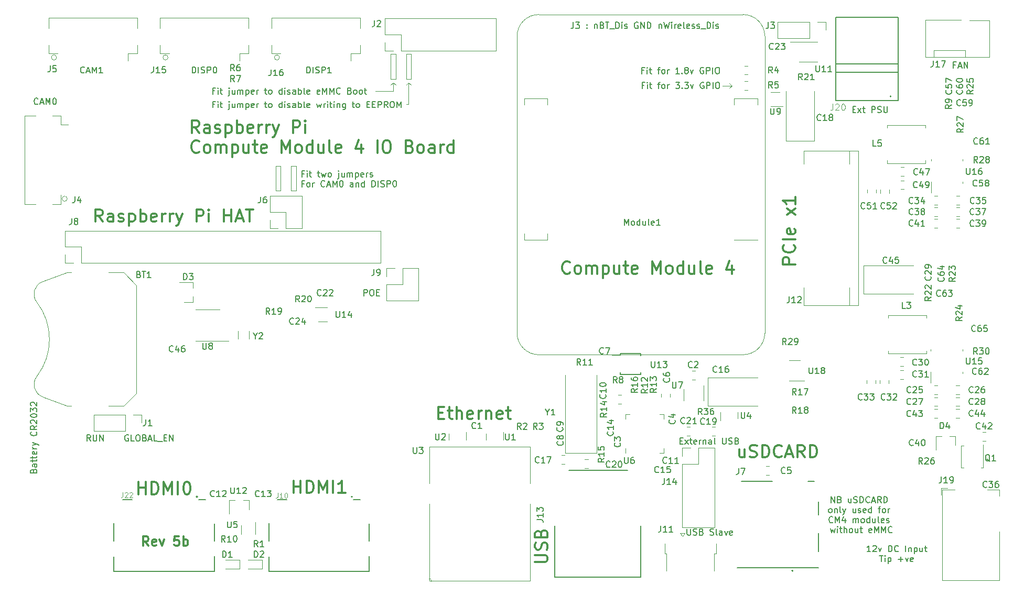
<source format=gbr>
G04 #@! TF.GenerationSoftware,KiCad,Pcbnew,5.99.0-unknown-dbcb1ecdb~104~ubuntu20.04.1*
G04 #@! TF.CreationDate,2020-10-26T15:19:45-05:00*
G04 #@! TF.ProjectId,CM4IOv5,434d3449-4f76-4352-9e6b-696361645f70,rev?*
G04 #@! TF.SameCoordinates,Original*
G04 #@! TF.FileFunction,Legend,Top*
G04 #@! TF.FilePolarity,Positive*
%FSLAX46Y46*%
G04 Gerber Fmt 4.6, Leading zero omitted, Abs format (unit mm)*
G04 Created by KiCad (PCBNEW 5.99.0-unknown-dbcb1ecdb~104~ubuntu20.04.1) date 2020-10-26 15:19:45*
%MOMM*%
%LPD*%
G01*
G04 APERTURE LIST*
%ADD10C,0.120000*%
%ADD11C,0.300000*%
%ADD12C,0.150000*%
%ADD13C,0.050000*%
%ADD14C,0.100000*%
%ADD15C,0.127000*%
%ADD16C,0.200000*%
G04 APERTURE END LIST*
D10*
X136100000Y-82400000D02*
X138500000Y-82400000D01*
X141500000Y-81000000D02*
X141100000Y-81400000D01*
X192200000Y-81500000D02*
X193700000Y-81500000D01*
X139000000Y-81000000D02*
X139400000Y-81400000D01*
X193700000Y-81500000D02*
X193300000Y-81900000D01*
X193700000Y-81500000D02*
X193300000Y-81100000D01*
X193300000Y-81100000D02*
X193700000Y-81500000D01*
X122500000Y-94500000D02*
X123300000Y-94500000D01*
X123300000Y-94500000D02*
X123300000Y-98500000D01*
X123300000Y-98500000D02*
X122500000Y-98500000D01*
X122500000Y-98500000D02*
X122500000Y-94500000D01*
X139000000Y-82400000D02*
X139000000Y-81000000D01*
X141100000Y-84500000D02*
X141500000Y-84500000D01*
X138500000Y-82400000D02*
X139000000Y-82400000D01*
X139000000Y-81000000D02*
X138600000Y-81400000D01*
X141500000Y-81000000D02*
X141900000Y-81400000D01*
X120000000Y-94500000D02*
X120800000Y-94500000D01*
X120800000Y-94500000D02*
X120800000Y-98500000D01*
X120800000Y-98500000D02*
X120000000Y-98500000D01*
X120000000Y-98500000D02*
X120000000Y-94500000D01*
X138600000Y-76400000D02*
X139400000Y-76400000D01*
X139400000Y-76400000D02*
X139400000Y-80400000D01*
X139400000Y-80400000D02*
X138600000Y-80400000D01*
X138600000Y-80400000D02*
X138600000Y-76400000D01*
X141500000Y-84500000D02*
X141500000Y-81000000D01*
X141100000Y-76400000D02*
X141900000Y-76400000D01*
X141900000Y-76400000D02*
X141900000Y-80400000D01*
X141900000Y-80400000D02*
X141100000Y-80400000D01*
X141100000Y-80400000D02*
X141100000Y-76400000D01*
D11*
X99485714Y-155878571D02*
X98985714Y-155164285D01*
X98628571Y-155878571D02*
X98628571Y-154378571D01*
X99200000Y-154378571D01*
X99342857Y-154450000D01*
X99414285Y-154521428D01*
X99485714Y-154664285D01*
X99485714Y-154878571D01*
X99414285Y-155021428D01*
X99342857Y-155092857D01*
X99200000Y-155164285D01*
X98628571Y-155164285D01*
X100700000Y-155807142D02*
X100557142Y-155878571D01*
X100271428Y-155878571D01*
X100128571Y-155807142D01*
X100057142Y-155664285D01*
X100057142Y-155092857D01*
X100128571Y-154950000D01*
X100271428Y-154878571D01*
X100557142Y-154878571D01*
X100700000Y-154950000D01*
X100771428Y-155092857D01*
X100771428Y-155235714D01*
X100057142Y-155378571D01*
X101271428Y-154878571D02*
X101628571Y-155878571D01*
X101985714Y-154878571D01*
X104414285Y-154378571D02*
X103700000Y-154378571D01*
X103628571Y-155092857D01*
X103700000Y-155021428D01*
X103842857Y-154950000D01*
X104200000Y-154950000D01*
X104342857Y-155021428D01*
X104414285Y-155092857D01*
X104485714Y-155235714D01*
X104485714Y-155592857D01*
X104414285Y-155735714D01*
X104342857Y-155807142D01*
X104200000Y-155878571D01*
X103842857Y-155878571D01*
X103700000Y-155807142D01*
X103628571Y-155735714D01*
X105128571Y-155878571D02*
X105128571Y-154378571D01*
X105128571Y-154950000D02*
X105271428Y-154878571D01*
X105557142Y-154878571D01*
X105700000Y-154950000D01*
X105771428Y-155021428D01*
X105842857Y-155164285D01*
X105842857Y-155592857D01*
X105771428Y-155735714D01*
X105700000Y-155807142D01*
X105557142Y-155878571D01*
X105271428Y-155878571D01*
X105128571Y-155807142D01*
X107664047Y-89144761D02*
X106997380Y-88192380D01*
X106521190Y-89144761D02*
X106521190Y-87144761D01*
X107283095Y-87144761D01*
X107473571Y-87240000D01*
X107568809Y-87335238D01*
X107664047Y-87525714D01*
X107664047Y-87811428D01*
X107568809Y-88001904D01*
X107473571Y-88097142D01*
X107283095Y-88192380D01*
X106521190Y-88192380D01*
X109378333Y-89144761D02*
X109378333Y-88097142D01*
X109283095Y-87906666D01*
X109092619Y-87811428D01*
X108711666Y-87811428D01*
X108521190Y-87906666D01*
X109378333Y-89049523D02*
X109187857Y-89144761D01*
X108711666Y-89144761D01*
X108521190Y-89049523D01*
X108425952Y-88859047D01*
X108425952Y-88668571D01*
X108521190Y-88478095D01*
X108711666Y-88382857D01*
X109187857Y-88382857D01*
X109378333Y-88287619D01*
X110235476Y-89049523D02*
X110425952Y-89144761D01*
X110806904Y-89144761D01*
X110997380Y-89049523D01*
X111092619Y-88859047D01*
X111092619Y-88763809D01*
X110997380Y-88573333D01*
X110806904Y-88478095D01*
X110521190Y-88478095D01*
X110330714Y-88382857D01*
X110235476Y-88192380D01*
X110235476Y-88097142D01*
X110330714Y-87906666D01*
X110521190Y-87811428D01*
X110806904Y-87811428D01*
X110997380Y-87906666D01*
X111949761Y-87811428D02*
X111949761Y-89811428D01*
X111949761Y-87906666D02*
X112140238Y-87811428D01*
X112521190Y-87811428D01*
X112711666Y-87906666D01*
X112806904Y-88001904D01*
X112902142Y-88192380D01*
X112902142Y-88763809D01*
X112806904Y-88954285D01*
X112711666Y-89049523D01*
X112521190Y-89144761D01*
X112140238Y-89144761D01*
X111949761Y-89049523D01*
X113759285Y-89144761D02*
X113759285Y-87144761D01*
X113759285Y-87906666D02*
X113949761Y-87811428D01*
X114330714Y-87811428D01*
X114521190Y-87906666D01*
X114616428Y-88001904D01*
X114711666Y-88192380D01*
X114711666Y-88763809D01*
X114616428Y-88954285D01*
X114521190Y-89049523D01*
X114330714Y-89144761D01*
X113949761Y-89144761D01*
X113759285Y-89049523D01*
X116330714Y-89049523D02*
X116140238Y-89144761D01*
X115759285Y-89144761D01*
X115568809Y-89049523D01*
X115473571Y-88859047D01*
X115473571Y-88097142D01*
X115568809Y-87906666D01*
X115759285Y-87811428D01*
X116140238Y-87811428D01*
X116330714Y-87906666D01*
X116425952Y-88097142D01*
X116425952Y-88287619D01*
X115473571Y-88478095D01*
X117283095Y-89144761D02*
X117283095Y-87811428D01*
X117283095Y-88192380D02*
X117378333Y-88001904D01*
X117473571Y-87906666D01*
X117664047Y-87811428D01*
X117854523Y-87811428D01*
X118521190Y-89144761D02*
X118521190Y-87811428D01*
X118521190Y-88192380D02*
X118616428Y-88001904D01*
X118711666Y-87906666D01*
X118902142Y-87811428D01*
X119092619Y-87811428D01*
X119568809Y-87811428D02*
X120045000Y-89144761D01*
X120521190Y-87811428D02*
X120045000Y-89144761D01*
X119854523Y-89620952D01*
X119759285Y-89716190D01*
X119568809Y-89811428D01*
X122806904Y-89144761D02*
X122806904Y-87144761D01*
X123568809Y-87144761D01*
X123759285Y-87240000D01*
X123854523Y-87335238D01*
X123949761Y-87525714D01*
X123949761Y-87811428D01*
X123854523Y-88001904D01*
X123759285Y-88097142D01*
X123568809Y-88192380D01*
X122806904Y-88192380D01*
X124806904Y-89144761D02*
X124806904Y-87811428D01*
X124806904Y-87144761D02*
X124711666Y-87240000D01*
X124806904Y-87335238D01*
X124902142Y-87240000D01*
X124806904Y-87144761D01*
X124806904Y-87335238D01*
X107664047Y-92174285D02*
X107568809Y-92269523D01*
X107283095Y-92364761D01*
X107092619Y-92364761D01*
X106806904Y-92269523D01*
X106616428Y-92079047D01*
X106521190Y-91888571D01*
X106425952Y-91507619D01*
X106425952Y-91221904D01*
X106521190Y-90840952D01*
X106616428Y-90650476D01*
X106806904Y-90460000D01*
X107092619Y-90364761D01*
X107283095Y-90364761D01*
X107568809Y-90460000D01*
X107664047Y-90555238D01*
X108806904Y-92364761D02*
X108616428Y-92269523D01*
X108521190Y-92174285D01*
X108425952Y-91983809D01*
X108425952Y-91412380D01*
X108521190Y-91221904D01*
X108616428Y-91126666D01*
X108806904Y-91031428D01*
X109092619Y-91031428D01*
X109283095Y-91126666D01*
X109378333Y-91221904D01*
X109473571Y-91412380D01*
X109473571Y-91983809D01*
X109378333Y-92174285D01*
X109283095Y-92269523D01*
X109092619Y-92364761D01*
X108806904Y-92364761D01*
X110330714Y-92364761D02*
X110330714Y-91031428D01*
X110330714Y-91221904D02*
X110425952Y-91126666D01*
X110616428Y-91031428D01*
X110902142Y-91031428D01*
X111092619Y-91126666D01*
X111187857Y-91317142D01*
X111187857Y-92364761D01*
X111187857Y-91317142D02*
X111283095Y-91126666D01*
X111473571Y-91031428D01*
X111759285Y-91031428D01*
X111949761Y-91126666D01*
X112045000Y-91317142D01*
X112045000Y-92364761D01*
X112997380Y-91031428D02*
X112997380Y-93031428D01*
X112997380Y-91126666D02*
X113187857Y-91031428D01*
X113568809Y-91031428D01*
X113759285Y-91126666D01*
X113854523Y-91221904D01*
X113949761Y-91412380D01*
X113949761Y-91983809D01*
X113854523Y-92174285D01*
X113759285Y-92269523D01*
X113568809Y-92364761D01*
X113187857Y-92364761D01*
X112997380Y-92269523D01*
X115664047Y-91031428D02*
X115664047Y-92364761D01*
X114806904Y-91031428D02*
X114806904Y-92079047D01*
X114902142Y-92269523D01*
X115092619Y-92364761D01*
X115378333Y-92364761D01*
X115568809Y-92269523D01*
X115664047Y-92174285D01*
X116330714Y-91031428D02*
X117092619Y-91031428D01*
X116616428Y-90364761D02*
X116616428Y-92079047D01*
X116711666Y-92269523D01*
X116902142Y-92364761D01*
X117092619Y-92364761D01*
X118521190Y-92269523D02*
X118330714Y-92364761D01*
X117949761Y-92364761D01*
X117759285Y-92269523D01*
X117664047Y-92079047D01*
X117664047Y-91317142D01*
X117759285Y-91126666D01*
X117949761Y-91031428D01*
X118330714Y-91031428D01*
X118521190Y-91126666D01*
X118616428Y-91317142D01*
X118616428Y-91507619D01*
X117664047Y-91698095D01*
X120997380Y-92364761D02*
X120997380Y-90364761D01*
X121664047Y-91793333D01*
X122330714Y-90364761D01*
X122330714Y-92364761D01*
X123568809Y-92364761D02*
X123378333Y-92269523D01*
X123283095Y-92174285D01*
X123187857Y-91983809D01*
X123187857Y-91412380D01*
X123283095Y-91221904D01*
X123378333Y-91126666D01*
X123568809Y-91031428D01*
X123854523Y-91031428D01*
X124045000Y-91126666D01*
X124140238Y-91221904D01*
X124235476Y-91412380D01*
X124235476Y-91983809D01*
X124140238Y-92174285D01*
X124045000Y-92269523D01*
X123854523Y-92364761D01*
X123568809Y-92364761D01*
X125949761Y-92364761D02*
X125949761Y-90364761D01*
X125949761Y-92269523D02*
X125759285Y-92364761D01*
X125378333Y-92364761D01*
X125187857Y-92269523D01*
X125092619Y-92174285D01*
X124997380Y-91983809D01*
X124997380Y-91412380D01*
X125092619Y-91221904D01*
X125187857Y-91126666D01*
X125378333Y-91031428D01*
X125759285Y-91031428D01*
X125949761Y-91126666D01*
X127759285Y-91031428D02*
X127759285Y-92364761D01*
X126902142Y-91031428D02*
X126902142Y-92079047D01*
X126997380Y-92269523D01*
X127187857Y-92364761D01*
X127473571Y-92364761D01*
X127664047Y-92269523D01*
X127759285Y-92174285D01*
X128997380Y-92364761D02*
X128806904Y-92269523D01*
X128711666Y-92079047D01*
X128711666Y-90364761D01*
X130521190Y-92269523D02*
X130330714Y-92364761D01*
X129949761Y-92364761D01*
X129759285Y-92269523D01*
X129664047Y-92079047D01*
X129664047Y-91317142D01*
X129759285Y-91126666D01*
X129949761Y-91031428D01*
X130330714Y-91031428D01*
X130521190Y-91126666D01*
X130616428Y-91317142D01*
X130616428Y-91507619D01*
X129664047Y-91698095D01*
X133854523Y-91031428D02*
X133854523Y-92364761D01*
X133378333Y-90269523D02*
X132902142Y-91698095D01*
X134140238Y-91698095D01*
X136425952Y-92364761D02*
X136425952Y-90364761D01*
X137759285Y-90364761D02*
X138140238Y-90364761D01*
X138330714Y-90460000D01*
X138521190Y-90650476D01*
X138616428Y-91031428D01*
X138616428Y-91698095D01*
X138521190Y-92079047D01*
X138330714Y-92269523D01*
X138140238Y-92364761D01*
X137759285Y-92364761D01*
X137568809Y-92269523D01*
X137378333Y-92079047D01*
X137283095Y-91698095D01*
X137283095Y-91031428D01*
X137378333Y-90650476D01*
X137568809Y-90460000D01*
X137759285Y-90364761D01*
X141664047Y-91317142D02*
X141949761Y-91412380D01*
X142045000Y-91507619D01*
X142140238Y-91698095D01*
X142140238Y-91983809D01*
X142045000Y-92174285D01*
X141949761Y-92269523D01*
X141759285Y-92364761D01*
X140997380Y-92364761D01*
X140997380Y-90364761D01*
X141664047Y-90364761D01*
X141854523Y-90460000D01*
X141949761Y-90555238D01*
X142045000Y-90745714D01*
X142045000Y-90936190D01*
X141949761Y-91126666D01*
X141854523Y-91221904D01*
X141664047Y-91317142D01*
X140997380Y-91317142D01*
X143283095Y-92364761D02*
X143092619Y-92269523D01*
X142997380Y-92174285D01*
X142902142Y-91983809D01*
X142902142Y-91412380D01*
X142997380Y-91221904D01*
X143092619Y-91126666D01*
X143283095Y-91031428D01*
X143568809Y-91031428D01*
X143759285Y-91126666D01*
X143854523Y-91221904D01*
X143949761Y-91412380D01*
X143949761Y-91983809D01*
X143854523Y-92174285D01*
X143759285Y-92269523D01*
X143568809Y-92364761D01*
X143283095Y-92364761D01*
X145664047Y-92364761D02*
X145664047Y-91317142D01*
X145568809Y-91126666D01*
X145378333Y-91031428D01*
X144997380Y-91031428D01*
X144806904Y-91126666D01*
X145664047Y-92269523D02*
X145473571Y-92364761D01*
X144997380Y-92364761D01*
X144806904Y-92269523D01*
X144711666Y-92079047D01*
X144711666Y-91888571D01*
X144806904Y-91698095D01*
X144997380Y-91602857D01*
X145473571Y-91602857D01*
X145664047Y-91507619D01*
X146616428Y-92364761D02*
X146616428Y-91031428D01*
X146616428Y-91412380D02*
X146711666Y-91221904D01*
X146806904Y-91126666D01*
X146997380Y-91031428D01*
X147187857Y-91031428D01*
X148711666Y-92364761D02*
X148711666Y-90364761D01*
X148711666Y-92269523D02*
X148521190Y-92364761D01*
X148140238Y-92364761D01*
X147949761Y-92269523D01*
X147854523Y-92174285D01*
X147759285Y-91983809D01*
X147759285Y-91412380D01*
X147854523Y-91221904D01*
X147949761Y-91126666D01*
X148140238Y-91031428D01*
X148521190Y-91031428D01*
X148711666Y-91126666D01*
D12*
X179514285Y-81428571D02*
X179180952Y-81428571D01*
X179180952Y-81952380D02*
X179180952Y-80952380D01*
X179657142Y-80952380D01*
X180038095Y-81952380D02*
X180038095Y-81285714D01*
X180038095Y-80952380D02*
X179990476Y-81000000D01*
X180038095Y-81047619D01*
X180085714Y-81000000D01*
X180038095Y-80952380D01*
X180038095Y-81047619D01*
X180371428Y-81285714D02*
X180752380Y-81285714D01*
X180514285Y-80952380D02*
X180514285Y-81809523D01*
X180561904Y-81904761D01*
X180657142Y-81952380D01*
X180752380Y-81952380D01*
X181704761Y-81285714D02*
X182085714Y-81285714D01*
X181847619Y-81952380D02*
X181847619Y-81095238D01*
X181895238Y-81000000D01*
X181990476Y-80952380D01*
X182085714Y-80952380D01*
X182561904Y-81952380D02*
X182466666Y-81904761D01*
X182419047Y-81857142D01*
X182371428Y-81761904D01*
X182371428Y-81476190D01*
X182419047Y-81380952D01*
X182466666Y-81333333D01*
X182561904Y-81285714D01*
X182704761Y-81285714D01*
X182800000Y-81333333D01*
X182847619Y-81380952D01*
X182895238Y-81476190D01*
X182895238Y-81761904D01*
X182847619Y-81857142D01*
X182800000Y-81904761D01*
X182704761Y-81952380D01*
X182561904Y-81952380D01*
X183323809Y-81952380D02*
X183323809Y-81285714D01*
X183323809Y-81476190D02*
X183371428Y-81380952D01*
X183419047Y-81333333D01*
X183514285Y-81285714D01*
X183609523Y-81285714D01*
X184609523Y-80952380D02*
X185228571Y-80952380D01*
X184895238Y-81333333D01*
X185038095Y-81333333D01*
X185133333Y-81380952D01*
X185180952Y-81428571D01*
X185228571Y-81523809D01*
X185228571Y-81761904D01*
X185180952Y-81857142D01*
X185133333Y-81904761D01*
X185038095Y-81952380D01*
X184752380Y-81952380D01*
X184657142Y-81904761D01*
X184609523Y-81857142D01*
X185657142Y-81857142D02*
X185704761Y-81904761D01*
X185657142Y-81952380D01*
X185609523Y-81904761D01*
X185657142Y-81857142D01*
X185657142Y-81952380D01*
X186038095Y-80952380D02*
X186657142Y-80952380D01*
X186323809Y-81333333D01*
X186466666Y-81333333D01*
X186561904Y-81380952D01*
X186609523Y-81428571D01*
X186657142Y-81523809D01*
X186657142Y-81761904D01*
X186609523Y-81857142D01*
X186561904Y-81904761D01*
X186466666Y-81952380D01*
X186180952Y-81952380D01*
X186085714Y-81904761D01*
X186038095Y-81857142D01*
X186990476Y-81285714D02*
X187228571Y-81952380D01*
X187466666Y-81285714D01*
X189133333Y-81000000D02*
X189038095Y-80952380D01*
X188895238Y-80952380D01*
X188752380Y-81000000D01*
X188657142Y-81095238D01*
X188609523Y-81190476D01*
X188561904Y-81380952D01*
X188561904Y-81523809D01*
X188609523Y-81714285D01*
X188657142Y-81809523D01*
X188752380Y-81904761D01*
X188895238Y-81952380D01*
X188990476Y-81952380D01*
X189133333Y-81904761D01*
X189180952Y-81857142D01*
X189180952Y-81523809D01*
X188990476Y-81523809D01*
X189609523Y-81952380D02*
X189609523Y-80952380D01*
X189990476Y-80952380D01*
X190085714Y-81000000D01*
X190133333Y-81047619D01*
X190180952Y-81142857D01*
X190180952Y-81285714D01*
X190133333Y-81380952D01*
X190085714Y-81428571D01*
X189990476Y-81476190D01*
X189609523Y-81476190D01*
X190609523Y-81952380D02*
X190609523Y-80952380D01*
X191276190Y-80952380D02*
X191466666Y-80952380D01*
X191561904Y-81000000D01*
X191657142Y-81095238D01*
X191704761Y-81285714D01*
X191704761Y-81619047D01*
X191657142Y-81809523D01*
X191561904Y-81904761D01*
X191466666Y-81952380D01*
X191276190Y-81952380D01*
X191180952Y-81904761D01*
X191085714Y-81809523D01*
X191038095Y-81619047D01*
X191038095Y-81285714D01*
X191085714Y-81095238D01*
X191180952Y-81000000D01*
X191276190Y-80952380D01*
X110168928Y-84528571D02*
X109835595Y-84528571D01*
X109835595Y-85052380D02*
X109835595Y-84052380D01*
X110311785Y-84052380D01*
X110692738Y-85052380D02*
X110692738Y-84385714D01*
X110692738Y-84052380D02*
X110645119Y-84100000D01*
X110692738Y-84147619D01*
X110740357Y-84100000D01*
X110692738Y-84052380D01*
X110692738Y-84147619D01*
X111026071Y-84385714D02*
X111407023Y-84385714D01*
X111168928Y-84052380D02*
X111168928Y-84909523D01*
X111216547Y-85004761D01*
X111311785Y-85052380D01*
X111407023Y-85052380D01*
X112502261Y-84385714D02*
X112502261Y-85242857D01*
X112454642Y-85338095D01*
X112359404Y-85385714D01*
X112311785Y-85385714D01*
X112502261Y-84052380D02*
X112454642Y-84100000D01*
X112502261Y-84147619D01*
X112549880Y-84100000D01*
X112502261Y-84052380D01*
X112502261Y-84147619D01*
X113407023Y-84385714D02*
X113407023Y-85052380D01*
X112978452Y-84385714D02*
X112978452Y-84909523D01*
X113026071Y-85004761D01*
X113121309Y-85052380D01*
X113264166Y-85052380D01*
X113359404Y-85004761D01*
X113407023Y-84957142D01*
X113883214Y-85052380D02*
X113883214Y-84385714D01*
X113883214Y-84480952D02*
X113930833Y-84433333D01*
X114026071Y-84385714D01*
X114168928Y-84385714D01*
X114264166Y-84433333D01*
X114311785Y-84528571D01*
X114311785Y-85052380D01*
X114311785Y-84528571D02*
X114359404Y-84433333D01*
X114454642Y-84385714D01*
X114597500Y-84385714D01*
X114692738Y-84433333D01*
X114740357Y-84528571D01*
X114740357Y-85052380D01*
X115216547Y-84385714D02*
X115216547Y-85385714D01*
X115216547Y-84433333D02*
X115311785Y-84385714D01*
X115502261Y-84385714D01*
X115597500Y-84433333D01*
X115645119Y-84480952D01*
X115692738Y-84576190D01*
X115692738Y-84861904D01*
X115645119Y-84957142D01*
X115597500Y-85004761D01*
X115502261Y-85052380D01*
X115311785Y-85052380D01*
X115216547Y-85004761D01*
X116502261Y-85004761D02*
X116407023Y-85052380D01*
X116216547Y-85052380D01*
X116121309Y-85004761D01*
X116073690Y-84909523D01*
X116073690Y-84528571D01*
X116121309Y-84433333D01*
X116216547Y-84385714D01*
X116407023Y-84385714D01*
X116502261Y-84433333D01*
X116549880Y-84528571D01*
X116549880Y-84623809D01*
X116073690Y-84719047D01*
X116978452Y-85052380D02*
X116978452Y-84385714D01*
X116978452Y-84576190D02*
X117026071Y-84480952D01*
X117073690Y-84433333D01*
X117168928Y-84385714D01*
X117264166Y-84385714D01*
X118216547Y-84385714D02*
X118597500Y-84385714D01*
X118359404Y-84052380D02*
X118359404Y-84909523D01*
X118407023Y-85004761D01*
X118502261Y-85052380D01*
X118597500Y-85052380D01*
X119073690Y-85052380D02*
X118978452Y-85004761D01*
X118930833Y-84957142D01*
X118883214Y-84861904D01*
X118883214Y-84576190D01*
X118930833Y-84480952D01*
X118978452Y-84433333D01*
X119073690Y-84385714D01*
X119216547Y-84385714D01*
X119311785Y-84433333D01*
X119359404Y-84480952D01*
X119407023Y-84576190D01*
X119407023Y-84861904D01*
X119359404Y-84957142D01*
X119311785Y-85004761D01*
X119216547Y-85052380D01*
X119073690Y-85052380D01*
X121026071Y-85052380D02*
X121026071Y-84052380D01*
X121026071Y-85004761D02*
X120930833Y-85052380D01*
X120740357Y-85052380D01*
X120645119Y-85004761D01*
X120597500Y-84957142D01*
X120549880Y-84861904D01*
X120549880Y-84576190D01*
X120597500Y-84480952D01*
X120645119Y-84433333D01*
X120740357Y-84385714D01*
X120930833Y-84385714D01*
X121026071Y-84433333D01*
X121502261Y-85052380D02*
X121502261Y-84385714D01*
X121502261Y-84052380D02*
X121454642Y-84100000D01*
X121502261Y-84147619D01*
X121549880Y-84100000D01*
X121502261Y-84052380D01*
X121502261Y-84147619D01*
X121930833Y-85004761D02*
X122026071Y-85052380D01*
X122216547Y-85052380D01*
X122311785Y-85004761D01*
X122359404Y-84909523D01*
X122359404Y-84861904D01*
X122311785Y-84766666D01*
X122216547Y-84719047D01*
X122073690Y-84719047D01*
X121978452Y-84671428D01*
X121930833Y-84576190D01*
X121930833Y-84528571D01*
X121978452Y-84433333D01*
X122073690Y-84385714D01*
X122216547Y-84385714D01*
X122311785Y-84433333D01*
X123216547Y-85052380D02*
X123216547Y-84528571D01*
X123168928Y-84433333D01*
X123073690Y-84385714D01*
X122883214Y-84385714D01*
X122787976Y-84433333D01*
X123216547Y-85004761D02*
X123121309Y-85052380D01*
X122883214Y-85052380D01*
X122787976Y-85004761D01*
X122740357Y-84909523D01*
X122740357Y-84814285D01*
X122787976Y-84719047D01*
X122883214Y-84671428D01*
X123121309Y-84671428D01*
X123216547Y-84623809D01*
X123692738Y-85052380D02*
X123692738Y-84052380D01*
X123692738Y-84433333D02*
X123787976Y-84385714D01*
X123978452Y-84385714D01*
X124073690Y-84433333D01*
X124121309Y-84480952D01*
X124168928Y-84576190D01*
X124168928Y-84861904D01*
X124121309Y-84957142D01*
X124073690Y-85004761D01*
X123978452Y-85052380D01*
X123787976Y-85052380D01*
X123692738Y-85004761D01*
X124740357Y-85052380D02*
X124645119Y-85004761D01*
X124597500Y-84909523D01*
X124597500Y-84052380D01*
X125502261Y-85004761D02*
X125407023Y-85052380D01*
X125216547Y-85052380D01*
X125121309Y-85004761D01*
X125073690Y-84909523D01*
X125073690Y-84528571D01*
X125121309Y-84433333D01*
X125216547Y-84385714D01*
X125407023Y-84385714D01*
X125502261Y-84433333D01*
X125549880Y-84528571D01*
X125549880Y-84623809D01*
X125073690Y-84719047D01*
X126645119Y-84385714D02*
X126835595Y-85052380D01*
X127026071Y-84576190D01*
X127216547Y-85052380D01*
X127407023Y-84385714D01*
X127787976Y-85052380D02*
X127787976Y-84385714D01*
X127787976Y-84576190D02*
X127835595Y-84480952D01*
X127883214Y-84433333D01*
X127978452Y-84385714D01*
X128073690Y-84385714D01*
X128407023Y-85052380D02*
X128407023Y-84385714D01*
X128407023Y-84052380D02*
X128359404Y-84100000D01*
X128407023Y-84147619D01*
X128454642Y-84100000D01*
X128407023Y-84052380D01*
X128407023Y-84147619D01*
X128740357Y-84385714D02*
X129121309Y-84385714D01*
X128883214Y-84052380D02*
X128883214Y-84909523D01*
X128930833Y-85004761D01*
X129026071Y-85052380D01*
X129121309Y-85052380D01*
X129454642Y-85052380D02*
X129454642Y-84385714D01*
X129454642Y-84052380D02*
X129407023Y-84100000D01*
X129454642Y-84147619D01*
X129502261Y-84100000D01*
X129454642Y-84052380D01*
X129454642Y-84147619D01*
X129930833Y-84385714D02*
X129930833Y-85052380D01*
X129930833Y-84480952D02*
X129978452Y-84433333D01*
X130073690Y-84385714D01*
X130216547Y-84385714D01*
X130311785Y-84433333D01*
X130359404Y-84528571D01*
X130359404Y-85052380D01*
X131264166Y-84385714D02*
X131264166Y-85195238D01*
X131216547Y-85290476D01*
X131168928Y-85338095D01*
X131073690Y-85385714D01*
X130930833Y-85385714D01*
X130835595Y-85338095D01*
X131264166Y-85004761D02*
X131168928Y-85052380D01*
X130978452Y-85052380D01*
X130883214Y-85004761D01*
X130835595Y-84957142D01*
X130787976Y-84861904D01*
X130787976Y-84576190D01*
X130835595Y-84480952D01*
X130883214Y-84433333D01*
X130978452Y-84385714D01*
X131168928Y-84385714D01*
X131264166Y-84433333D01*
X132359404Y-84385714D02*
X132740357Y-84385714D01*
X132502261Y-84052380D02*
X132502261Y-84909523D01*
X132549880Y-85004761D01*
X132645119Y-85052380D01*
X132740357Y-85052380D01*
X133216547Y-85052380D02*
X133121309Y-85004761D01*
X133073690Y-84957142D01*
X133026071Y-84861904D01*
X133026071Y-84576190D01*
X133073690Y-84480952D01*
X133121309Y-84433333D01*
X133216547Y-84385714D01*
X133359404Y-84385714D01*
X133454642Y-84433333D01*
X133502261Y-84480952D01*
X133549880Y-84576190D01*
X133549880Y-84861904D01*
X133502261Y-84957142D01*
X133454642Y-85004761D01*
X133359404Y-85052380D01*
X133216547Y-85052380D01*
X134740357Y-84528571D02*
X135073690Y-84528571D01*
X135216547Y-85052380D02*
X134740357Y-85052380D01*
X134740357Y-84052380D01*
X135216547Y-84052380D01*
X135645119Y-84528571D02*
X135978452Y-84528571D01*
X136121309Y-85052380D02*
X135645119Y-85052380D01*
X135645119Y-84052380D01*
X136121309Y-84052380D01*
X136549880Y-85052380D02*
X136549880Y-84052380D01*
X136930833Y-84052380D01*
X137026071Y-84100000D01*
X137073690Y-84147619D01*
X137121309Y-84242857D01*
X137121309Y-84385714D01*
X137073690Y-84480952D01*
X137026071Y-84528571D01*
X136930833Y-84576190D01*
X136549880Y-84576190D01*
X138121309Y-85052380D02*
X137787976Y-84576190D01*
X137549880Y-85052380D02*
X137549880Y-84052380D01*
X137930833Y-84052380D01*
X138026071Y-84100000D01*
X138073690Y-84147619D01*
X138121309Y-84242857D01*
X138121309Y-84385714D01*
X138073690Y-84480952D01*
X138026071Y-84528571D01*
X137930833Y-84576190D01*
X137549880Y-84576190D01*
X138740357Y-84052380D02*
X138930833Y-84052380D01*
X139026071Y-84100000D01*
X139121309Y-84195238D01*
X139168928Y-84385714D01*
X139168928Y-84719047D01*
X139121309Y-84909523D01*
X139026071Y-85004761D01*
X138930833Y-85052380D01*
X138740357Y-85052380D01*
X138645119Y-85004761D01*
X138549880Y-84909523D01*
X138502261Y-84719047D01*
X138502261Y-84385714D01*
X138549880Y-84195238D01*
X138645119Y-84100000D01*
X138740357Y-84052380D01*
X139597500Y-85052380D02*
X139597500Y-84052380D01*
X139930833Y-84766666D01*
X140264166Y-84052380D01*
X140264166Y-85052380D01*
X181914285Y-71585714D02*
X181914285Y-72252380D01*
X181914285Y-71680952D02*
X181961904Y-71633333D01*
X182057142Y-71585714D01*
X182200000Y-71585714D01*
X182295238Y-71633333D01*
X182342857Y-71728571D01*
X182342857Y-72252380D01*
X182723809Y-71252380D02*
X182961904Y-72252380D01*
X183152380Y-71538095D01*
X183342857Y-72252380D01*
X183580952Y-71252380D01*
X183961904Y-72252380D02*
X183961904Y-71585714D01*
X183961904Y-71252380D02*
X183914285Y-71300000D01*
X183961904Y-71347619D01*
X184009523Y-71300000D01*
X183961904Y-71252380D01*
X183961904Y-71347619D01*
X184438095Y-72252380D02*
X184438095Y-71585714D01*
X184438095Y-71776190D02*
X184485714Y-71680952D01*
X184533333Y-71633333D01*
X184628571Y-71585714D01*
X184723809Y-71585714D01*
X185438095Y-72204761D02*
X185342857Y-72252380D01*
X185152380Y-72252380D01*
X185057142Y-72204761D01*
X185009523Y-72109523D01*
X185009523Y-71728571D01*
X185057142Y-71633333D01*
X185152380Y-71585714D01*
X185342857Y-71585714D01*
X185438095Y-71633333D01*
X185485714Y-71728571D01*
X185485714Y-71823809D01*
X185009523Y-71919047D01*
X186057142Y-72252380D02*
X185961904Y-72204761D01*
X185914285Y-72109523D01*
X185914285Y-71252380D01*
X186819047Y-72204761D02*
X186723809Y-72252380D01*
X186533333Y-72252380D01*
X186438095Y-72204761D01*
X186390476Y-72109523D01*
X186390476Y-71728571D01*
X186438095Y-71633333D01*
X186533333Y-71585714D01*
X186723809Y-71585714D01*
X186819047Y-71633333D01*
X186866666Y-71728571D01*
X186866666Y-71823809D01*
X186390476Y-71919047D01*
X187247619Y-72204761D02*
X187342857Y-72252380D01*
X187533333Y-72252380D01*
X187628571Y-72204761D01*
X187676190Y-72109523D01*
X187676190Y-72061904D01*
X187628571Y-71966666D01*
X187533333Y-71919047D01*
X187390476Y-71919047D01*
X187295238Y-71871428D01*
X187247619Y-71776190D01*
X187247619Y-71728571D01*
X187295238Y-71633333D01*
X187390476Y-71585714D01*
X187533333Y-71585714D01*
X187628571Y-71633333D01*
X188057142Y-72204761D02*
X188152380Y-72252380D01*
X188342857Y-72252380D01*
X188438095Y-72204761D01*
X188485714Y-72109523D01*
X188485714Y-72061904D01*
X188438095Y-71966666D01*
X188342857Y-71919047D01*
X188200000Y-71919047D01*
X188104761Y-71871428D01*
X188057142Y-71776190D01*
X188057142Y-71728571D01*
X188104761Y-71633333D01*
X188200000Y-71585714D01*
X188342857Y-71585714D01*
X188438095Y-71633333D01*
X188676190Y-72347619D02*
X189438095Y-72347619D01*
X189676190Y-72252380D02*
X189676190Y-71252380D01*
X189914285Y-71252380D01*
X190057142Y-71300000D01*
X190152380Y-71395238D01*
X190200000Y-71490476D01*
X190247619Y-71680952D01*
X190247619Y-71823809D01*
X190200000Y-72014285D01*
X190152380Y-72109523D01*
X190057142Y-72204761D01*
X189914285Y-72252380D01*
X189676190Y-72252380D01*
X190676190Y-72252380D02*
X190676190Y-71585714D01*
X190676190Y-71252380D02*
X190628571Y-71300000D01*
X190676190Y-71347619D01*
X190723809Y-71300000D01*
X190676190Y-71252380D01*
X190676190Y-71347619D01*
X191104761Y-72204761D02*
X191200000Y-72252380D01*
X191390476Y-72252380D01*
X191485714Y-72204761D01*
X191533333Y-72109523D01*
X191533333Y-72061904D01*
X191485714Y-71966666D01*
X191390476Y-71919047D01*
X191247619Y-71919047D01*
X191152380Y-71871428D01*
X191104761Y-71776190D01*
X191104761Y-71728571D01*
X191152380Y-71633333D01*
X191247619Y-71585714D01*
X191390476Y-71585714D01*
X191485714Y-71633333D01*
X89133333Y-79357142D02*
X89085714Y-79404761D01*
X88942857Y-79452380D01*
X88847619Y-79452380D01*
X88704761Y-79404761D01*
X88609523Y-79309523D01*
X88561904Y-79214285D01*
X88514285Y-79023809D01*
X88514285Y-78880952D01*
X88561904Y-78690476D01*
X88609523Y-78595238D01*
X88704761Y-78500000D01*
X88847619Y-78452380D01*
X88942857Y-78452380D01*
X89085714Y-78500000D01*
X89133333Y-78547619D01*
X89514285Y-79166666D02*
X89990476Y-79166666D01*
X89419047Y-79452380D02*
X89752380Y-78452380D01*
X90085714Y-79452380D01*
X90419047Y-79452380D02*
X90419047Y-78452380D01*
X90752380Y-79166666D01*
X91085714Y-78452380D01*
X91085714Y-79452380D01*
X92085714Y-79452380D02*
X91514285Y-79452380D01*
X91800000Y-79452380D02*
X91800000Y-78452380D01*
X91704761Y-78595238D01*
X91609523Y-78690476D01*
X91514285Y-78738095D01*
X81633333Y-84432142D02*
X81585714Y-84479761D01*
X81442857Y-84527380D01*
X81347619Y-84527380D01*
X81204761Y-84479761D01*
X81109523Y-84384523D01*
X81061904Y-84289285D01*
X81014285Y-84098809D01*
X81014285Y-83955952D01*
X81061904Y-83765476D01*
X81109523Y-83670238D01*
X81204761Y-83575000D01*
X81347619Y-83527380D01*
X81442857Y-83527380D01*
X81585714Y-83575000D01*
X81633333Y-83622619D01*
X82014285Y-84241666D02*
X82490476Y-84241666D01*
X81919047Y-84527380D02*
X82252380Y-83527380D01*
X82585714Y-84527380D01*
X82919047Y-84527380D02*
X82919047Y-83527380D01*
X83252380Y-84241666D01*
X83585714Y-83527380D01*
X83585714Y-84527380D01*
X84252380Y-83527380D02*
X84347619Y-83527380D01*
X84442857Y-83575000D01*
X84490476Y-83622619D01*
X84538095Y-83717857D01*
X84585714Y-83908333D01*
X84585714Y-84146428D01*
X84538095Y-84336904D01*
X84490476Y-84432142D01*
X84442857Y-84479761D01*
X84347619Y-84527380D01*
X84252380Y-84527380D01*
X84157142Y-84479761D01*
X84109523Y-84432142D01*
X84061904Y-84336904D01*
X84014285Y-84146428D01*
X84014285Y-83908333D01*
X84061904Y-83717857D01*
X84109523Y-83622619D01*
X84157142Y-83575000D01*
X84252380Y-83527380D01*
X186457142Y-153152380D02*
X186457142Y-153961904D01*
X186504761Y-154057142D01*
X186552380Y-154104761D01*
X186647619Y-154152380D01*
X186838095Y-154152380D01*
X186933333Y-154104761D01*
X186980952Y-154057142D01*
X187028571Y-153961904D01*
X187028571Y-153152380D01*
X187457142Y-154104761D02*
X187600000Y-154152380D01*
X187838095Y-154152380D01*
X187933333Y-154104761D01*
X187980952Y-154057142D01*
X188028571Y-153961904D01*
X188028571Y-153866666D01*
X187980952Y-153771428D01*
X187933333Y-153723809D01*
X187838095Y-153676190D01*
X187647619Y-153628571D01*
X187552380Y-153580952D01*
X187504761Y-153533333D01*
X187457142Y-153438095D01*
X187457142Y-153342857D01*
X187504761Y-153247619D01*
X187552380Y-153200000D01*
X187647619Y-153152380D01*
X187885714Y-153152380D01*
X188028571Y-153200000D01*
X188790476Y-153628571D02*
X188933333Y-153676190D01*
X188980952Y-153723809D01*
X189028571Y-153819047D01*
X189028571Y-153961904D01*
X188980952Y-154057142D01*
X188933333Y-154104761D01*
X188838095Y-154152380D01*
X188457142Y-154152380D01*
X188457142Y-153152380D01*
X188790476Y-153152380D01*
X188885714Y-153200000D01*
X188933333Y-153247619D01*
X188980952Y-153342857D01*
X188980952Y-153438095D01*
X188933333Y-153533333D01*
X188885714Y-153580952D01*
X188790476Y-153628571D01*
X188457142Y-153628571D01*
X190171428Y-154104761D02*
X190314285Y-154152380D01*
X190552380Y-154152380D01*
X190647619Y-154104761D01*
X190695238Y-154057142D01*
X190742857Y-153961904D01*
X190742857Y-153866666D01*
X190695238Y-153771428D01*
X190647619Y-153723809D01*
X190552380Y-153676190D01*
X190361904Y-153628571D01*
X190266666Y-153580952D01*
X190219047Y-153533333D01*
X190171428Y-153438095D01*
X190171428Y-153342857D01*
X190219047Y-153247619D01*
X190266666Y-153200000D01*
X190361904Y-153152380D01*
X190600000Y-153152380D01*
X190742857Y-153200000D01*
X191314285Y-154152380D02*
X191219047Y-154104761D01*
X191171428Y-154009523D01*
X191171428Y-153152380D01*
X192123809Y-154152380D02*
X192123809Y-153628571D01*
X192076190Y-153533333D01*
X191980952Y-153485714D01*
X191790476Y-153485714D01*
X191695238Y-153533333D01*
X192123809Y-154104761D02*
X192028571Y-154152380D01*
X191790476Y-154152380D01*
X191695238Y-154104761D01*
X191647619Y-154009523D01*
X191647619Y-153914285D01*
X191695238Y-153819047D01*
X191790476Y-153771428D01*
X192028571Y-153771428D01*
X192123809Y-153723809D01*
X192504761Y-153485714D02*
X192742857Y-154152380D01*
X192980952Y-153485714D01*
X193742857Y-154104761D02*
X193647619Y-154152380D01*
X193457142Y-154152380D01*
X193361904Y-154104761D01*
X193314285Y-154009523D01*
X193314285Y-153628571D01*
X193361904Y-153533333D01*
X193457142Y-153485714D01*
X193647619Y-153485714D01*
X193742857Y-153533333D01*
X193790476Y-153628571D01*
X193790476Y-153723809D01*
X193314285Y-153819047D01*
X125047619Y-79452380D02*
X125047619Y-78452380D01*
X125285714Y-78452380D01*
X125428571Y-78500000D01*
X125523809Y-78595238D01*
X125571428Y-78690476D01*
X125619047Y-78880952D01*
X125619047Y-79023809D01*
X125571428Y-79214285D01*
X125523809Y-79309523D01*
X125428571Y-79404761D01*
X125285714Y-79452380D01*
X125047619Y-79452380D01*
X126047619Y-79452380D02*
X126047619Y-78452380D01*
X126476190Y-79404761D02*
X126619047Y-79452380D01*
X126857142Y-79452380D01*
X126952380Y-79404761D01*
X127000000Y-79357142D01*
X127047619Y-79261904D01*
X127047619Y-79166666D01*
X127000000Y-79071428D01*
X126952380Y-79023809D01*
X126857142Y-78976190D01*
X126666666Y-78928571D01*
X126571428Y-78880952D01*
X126523809Y-78833333D01*
X126476190Y-78738095D01*
X126476190Y-78642857D01*
X126523809Y-78547619D01*
X126571428Y-78500000D01*
X126666666Y-78452380D01*
X126904761Y-78452380D01*
X127047619Y-78500000D01*
X127476190Y-79452380D02*
X127476190Y-78452380D01*
X127857142Y-78452380D01*
X127952380Y-78500000D01*
X128000000Y-78547619D01*
X128047619Y-78642857D01*
X128047619Y-78785714D01*
X128000000Y-78880952D01*
X127952380Y-78928571D01*
X127857142Y-78976190D01*
X127476190Y-78976190D01*
X129000000Y-79452380D02*
X128428571Y-79452380D01*
X128714285Y-79452380D02*
X128714285Y-78452380D01*
X128619047Y-78595238D01*
X128523809Y-78690476D01*
X128428571Y-78738095D01*
D11*
X92071428Y-103504761D02*
X91404761Y-102552380D01*
X90928571Y-103504761D02*
X90928571Y-101504761D01*
X91690476Y-101504761D01*
X91880952Y-101600000D01*
X91976190Y-101695238D01*
X92071428Y-101885714D01*
X92071428Y-102171428D01*
X91976190Y-102361904D01*
X91880952Y-102457142D01*
X91690476Y-102552380D01*
X90928571Y-102552380D01*
X93785714Y-103504761D02*
X93785714Y-102457142D01*
X93690476Y-102266666D01*
X93500000Y-102171428D01*
X93119047Y-102171428D01*
X92928571Y-102266666D01*
X93785714Y-103409523D02*
X93595238Y-103504761D01*
X93119047Y-103504761D01*
X92928571Y-103409523D01*
X92833333Y-103219047D01*
X92833333Y-103028571D01*
X92928571Y-102838095D01*
X93119047Y-102742857D01*
X93595238Y-102742857D01*
X93785714Y-102647619D01*
X94642857Y-103409523D02*
X94833333Y-103504761D01*
X95214285Y-103504761D01*
X95404761Y-103409523D01*
X95500000Y-103219047D01*
X95500000Y-103123809D01*
X95404761Y-102933333D01*
X95214285Y-102838095D01*
X94928571Y-102838095D01*
X94738095Y-102742857D01*
X94642857Y-102552380D01*
X94642857Y-102457142D01*
X94738095Y-102266666D01*
X94928571Y-102171428D01*
X95214285Y-102171428D01*
X95404761Y-102266666D01*
X96357142Y-102171428D02*
X96357142Y-104171428D01*
X96357142Y-102266666D02*
X96547619Y-102171428D01*
X96928571Y-102171428D01*
X97119047Y-102266666D01*
X97214285Y-102361904D01*
X97309523Y-102552380D01*
X97309523Y-103123809D01*
X97214285Y-103314285D01*
X97119047Y-103409523D01*
X96928571Y-103504761D01*
X96547619Y-103504761D01*
X96357142Y-103409523D01*
X98166666Y-103504761D02*
X98166666Y-101504761D01*
X98166666Y-102266666D02*
X98357142Y-102171428D01*
X98738095Y-102171428D01*
X98928571Y-102266666D01*
X99023809Y-102361904D01*
X99119047Y-102552380D01*
X99119047Y-103123809D01*
X99023809Y-103314285D01*
X98928571Y-103409523D01*
X98738095Y-103504761D01*
X98357142Y-103504761D01*
X98166666Y-103409523D01*
X100738095Y-103409523D02*
X100547619Y-103504761D01*
X100166666Y-103504761D01*
X99976190Y-103409523D01*
X99880952Y-103219047D01*
X99880952Y-102457142D01*
X99976190Y-102266666D01*
X100166666Y-102171428D01*
X100547619Y-102171428D01*
X100738095Y-102266666D01*
X100833333Y-102457142D01*
X100833333Y-102647619D01*
X99880952Y-102838095D01*
X101690476Y-103504761D02*
X101690476Y-102171428D01*
X101690476Y-102552380D02*
X101785714Y-102361904D01*
X101880952Y-102266666D01*
X102071428Y-102171428D01*
X102261904Y-102171428D01*
X102928571Y-103504761D02*
X102928571Y-102171428D01*
X102928571Y-102552380D02*
X103023809Y-102361904D01*
X103119047Y-102266666D01*
X103309523Y-102171428D01*
X103500000Y-102171428D01*
X103976190Y-102171428D02*
X104452380Y-103504761D01*
X104928571Y-102171428D02*
X104452380Y-103504761D01*
X104261904Y-103980952D01*
X104166666Y-104076190D01*
X103976190Y-104171428D01*
X107214285Y-103504761D02*
X107214285Y-101504761D01*
X107976190Y-101504761D01*
X108166666Y-101600000D01*
X108261904Y-101695238D01*
X108357142Y-101885714D01*
X108357142Y-102171428D01*
X108261904Y-102361904D01*
X108166666Y-102457142D01*
X107976190Y-102552380D01*
X107214285Y-102552380D01*
X109214285Y-103504761D02*
X109214285Y-102171428D01*
X109214285Y-101504761D02*
X109119047Y-101600000D01*
X109214285Y-101695238D01*
X109309523Y-101600000D01*
X109214285Y-101504761D01*
X109214285Y-101695238D01*
X111690476Y-103504761D02*
X111690476Y-101504761D01*
X111690476Y-102457142D02*
X112833333Y-102457142D01*
X112833333Y-103504761D02*
X112833333Y-101504761D01*
X113690476Y-102933333D02*
X114642857Y-102933333D01*
X113500000Y-103504761D02*
X114166666Y-101504761D01*
X114833333Y-103504761D01*
X115214285Y-101504761D02*
X116357142Y-101504761D01*
X115785714Y-103504761D02*
X115785714Y-101504761D01*
D12*
X179495238Y-79028571D02*
X179161904Y-79028571D01*
X179161904Y-79552380D02*
X179161904Y-78552380D01*
X179638095Y-78552380D01*
X180019047Y-79552380D02*
X180019047Y-78885714D01*
X180019047Y-78552380D02*
X179971428Y-78600000D01*
X180019047Y-78647619D01*
X180066666Y-78600000D01*
X180019047Y-78552380D01*
X180019047Y-78647619D01*
X180352380Y-78885714D02*
X180733333Y-78885714D01*
X180495238Y-78552380D02*
X180495238Y-79409523D01*
X180542857Y-79504761D01*
X180638095Y-79552380D01*
X180733333Y-79552380D01*
X181685714Y-78885714D02*
X182066666Y-78885714D01*
X181828571Y-79552380D02*
X181828571Y-78695238D01*
X181876190Y-78600000D01*
X181971428Y-78552380D01*
X182066666Y-78552380D01*
X182542857Y-79552380D02*
X182447619Y-79504761D01*
X182400000Y-79457142D01*
X182352380Y-79361904D01*
X182352380Y-79076190D01*
X182400000Y-78980952D01*
X182447619Y-78933333D01*
X182542857Y-78885714D01*
X182685714Y-78885714D01*
X182780952Y-78933333D01*
X182828571Y-78980952D01*
X182876190Y-79076190D01*
X182876190Y-79361904D01*
X182828571Y-79457142D01*
X182780952Y-79504761D01*
X182685714Y-79552380D01*
X182542857Y-79552380D01*
X183304761Y-79552380D02*
X183304761Y-78885714D01*
X183304761Y-79076190D02*
X183352380Y-78980952D01*
X183400000Y-78933333D01*
X183495238Y-78885714D01*
X183590476Y-78885714D01*
X185209523Y-79552380D02*
X184638095Y-79552380D01*
X184923809Y-79552380D02*
X184923809Y-78552380D01*
X184828571Y-78695238D01*
X184733333Y-78790476D01*
X184638095Y-78838095D01*
X185638095Y-79457142D02*
X185685714Y-79504761D01*
X185638095Y-79552380D01*
X185590476Y-79504761D01*
X185638095Y-79457142D01*
X185638095Y-79552380D01*
X186257142Y-78980952D02*
X186161904Y-78933333D01*
X186114285Y-78885714D01*
X186066666Y-78790476D01*
X186066666Y-78742857D01*
X186114285Y-78647619D01*
X186161904Y-78600000D01*
X186257142Y-78552380D01*
X186447619Y-78552380D01*
X186542857Y-78600000D01*
X186590476Y-78647619D01*
X186638095Y-78742857D01*
X186638095Y-78790476D01*
X186590476Y-78885714D01*
X186542857Y-78933333D01*
X186447619Y-78980952D01*
X186257142Y-78980952D01*
X186161904Y-79028571D01*
X186114285Y-79076190D01*
X186066666Y-79171428D01*
X186066666Y-79361904D01*
X186114285Y-79457142D01*
X186161904Y-79504761D01*
X186257142Y-79552380D01*
X186447619Y-79552380D01*
X186542857Y-79504761D01*
X186590476Y-79457142D01*
X186638095Y-79361904D01*
X186638095Y-79171428D01*
X186590476Y-79076190D01*
X186542857Y-79028571D01*
X186447619Y-78980952D01*
X186971428Y-78885714D02*
X187209523Y-79552380D01*
X187447619Y-78885714D01*
X189114285Y-78600000D02*
X189019047Y-78552380D01*
X188876190Y-78552380D01*
X188733333Y-78600000D01*
X188638095Y-78695238D01*
X188590476Y-78790476D01*
X188542857Y-78980952D01*
X188542857Y-79123809D01*
X188590476Y-79314285D01*
X188638095Y-79409523D01*
X188733333Y-79504761D01*
X188876190Y-79552380D01*
X188971428Y-79552380D01*
X189114285Y-79504761D01*
X189161904Y-79457142D01*
X189161904Y-79123809D01*
X188971428Y-79123809D01*
X189590476Y-79552380D02*
X189590476Y-78552380D01*
X189971428Y-78552380D01*
X190066666Y-78600000D01*
X190114285Y-78647619D01*
X190161904Y-78742857D01*
X190161904Y-78885714D01*
X190114285Y-78980952D01*
X190066666Y-79028571D01*
X189971428Y-79076190D01*
X189590476Y-79076190D01*
X190590476Y-79552380D02*
X190590476Y-78552380D01*
X191257142Y-78552380D02*
X191447619Y-78552380D01*
X191542857Y-78600000D01*
X191638095Y-78695238D01*
X191685714Y-78885714D01*
X191685714Y-79219047D01*
X191638095Y-79409523D01*
X191542857Y-79504761D01*
X191447619Y-79552380D01*
X191257142Y-79552380D01*
X191161904Y-79504761D01*
X191066666Y-79409523D01*
X191019047Y-79219047D01*
X191019047Y-78885714D01*
X191066666Y-78695238D01*
X191161904Y-78600000D01*
X191257142Y-78552380D01*
X106547619Y-79452380D02*
X106547619Y-78452380D01*
X106785714Y-78452380D01*
X106928571Y-78500000D01*
X107023809Y-78595238D01*
X107071428Y-78690476D01*
X107119047Y-78880952D01*
X107119047Y-79023809D01*
X107071428Y-79214285D01*
X107023809Y-79309523D01*
X106928571Y-79404761D01*
X106785714Y-79452380D01*
X106547619Y-79452380D01*
X107547619Y-79452380D02*
X107547619Y-78452380D01*
X107976190Y-79404761D02*
X108119047Y-79452380D01*
X108357142Y-79452380D01*
X108452380Y-79404761D01*
X108500000Y-79357142D01*
X108547619Y-79261904D01*
X108547619Y-79166666D01*
X108500000Y-79071428D01*
X108452380Y-79023809D01*
X108357142Y-78976190D01*
X108166666Y-78928571D01*
X108071428Y-78880952D01*
X108023809Y-78833333D01*
X107976190Y-78738095D01*
X107976190Y-78642857D01*
X108023809Y-78547619D01*
X108071428Y-78500000D01*
X108166666Y-78452380D01*
X108404761Y-78452380D01*
X108547619Y-78500000D01*
X108976190Y-79452380D02*
X108976190Y-78452380D01*
X109357142Y-78452380D01*
X109452380Y-78500000D01*
X109500000Y-78547619D01*
X109547619Y-78642857D01*
X109547619Y-78785714D01*
X109500000Y-78880952D01*
X109452380Y-78928571D01*
X109357142Y-78976190D01*
X108976190Y-78976190D01*
X110166666Y-78452380D02*
X110261904Y-78452380D01*
X110357142Y-78500000D01*
X110404761Y-78547619D01*
X110452380Y-78642857D01*
X110500000Y-78833333D01*
X110500000Y-79071428D01*
X110452380Y-79261904D01*
X110404761Y-79357142D01*
X110357142Y-79404761D01*
X110261904Y-79452380D01*
X110166666Y-79452380D01*
X110071428Y-79404761D01*
X110023809Y-79357142D01*
X109976190Y-79261904D01*
X109928571Y-79071428D01*
X109928571Y-78833333D01*
X109976190Y-78642857D01*
X110023809Y-78547619D01*
X110071428Y-78500000D01*
X110166666Y-78452380D01*
X90119047Y-138952380D02*
X89785714Y-138476190D01*
X89547619Y-138952380D02*
X89547619Y-137952380D01*
X89928571Y-137952380D01*
X90023809Y-138000000D01*
X90071428Y-138047619D01*
X90119047Y-138142857D01*
X90119047Y-138285714D01*
X90071428Y-138380952D01*
X90023809Y-138428571D01*
X89928571Y-138476190D01*
X89547619Y-138476190D01*
X90547619Y-137952380D02*
X90547619Y-138761904D01*
X90595238Y-138857142D01*
X90642857Y-138904761D01*
X90738095Y-138952380D01*
X90928571Y-138952380D01*
X91023809Y-138904761D01*
X91071428Y-138857142D01*
X91119047Y-138761904D01*
X91119047Y-137952380D01*
X91595238Y-138952380D02*
X91595238Y-137952380D01*
X92166666Y-138952380D01*
X92166666Y-137952380D01*
X96214285Y-138000000D02*
X96119047Y-137952380D01*
X95976190Y-137952380D01*
X95833333Y-138000000D01*
X95738095Y-138095238D01*
X95690476Y-138190476D01*
X95642857Y-138380952D01*
X95642857Y-138523809D01*
X95690476Y-138714285D01*
X95738095Y-138809523D01*
X95833333Y-138904761D01*
X95976190Y-138952380D01*
X96071428Y-138952380D01*
X96214285Y-138904761D01*
X96261904Y-138857142D01*
X96261904Y-138523809D01*
X96071428Y-138523809D01*
X97166666Y-138952380D02*
X96690476Y-138952380D01*
X96690476Y-137952380D01*
X97690476Y-137952380D02*
X97880952Y-137952380D01*
X97976190Y-138000000D01*
X98071428Y-138095238D01*
X98119047Y-138285714D01*
X98119047Y-138619047D01*
X98071428Y-138809523D01*
X97976190Y-138904761D01*
X97880952Y-138952380D01*
X97690476Y-138952380D01*
X97595238Y-138904761D01*
X97500000Y-138809523D01*
X97452380Y-138619047D01*
X97452380Y-138285714D01*
X97500000Y-138095238D01*
X97595238Y-138000000D01*
X97690476Y-137952380D01*
X98880952Y-138428571D02*
X99023809Y-138476190D01*
X99071428Y-138523809D01*
X99119047Y-138619047D01*
X99119047Y-138761904D01*
X99071428Y-138857142D01*
X99023809Y-138904761D01*
X98928571Y-138952380D01*
X98547619Y-138952380D01*
X98547619Y-137952380D01*
X98880952Y-137952380D01*
X98976190Y-138000000D01*
X99023809Y-138047619D01*
X99071428Y-138142857D01*
X99071428Y-138238095D01*
X99023809Y-138333333D01*
X98976190Y-138380952D01*
X98880952Y-138428571D01*
X98547619Y-138428571D01*
X99500000Y-138666666D02*
X99976190Y-138666666D01*
X99404761Y-138952380D02*
X99738095Y-137952380D01*
X100071428Y-138952380D01*
X100880952Y-138952380D02*
X100404761Y-138952380D01*
X100404761Y-137952380D01*
X100976190Y-139047619D02*
X101738095Y-139047619D01*
X101976190Y-138428571D02*
X102309523Y-138428571D01*
X102452380Y-138952380D02*
X101976190Y-138952380D01*
X101976190Y-137952380D01*
X102452380Y-137952380D01*
X102880952Y-138952380D02*
X102880952Y-137952380D01*
X103452380Y-138952380D01*
X103452380Y-137952380D01*
D11*
X161904761Y-158523809D02*
X163523809Y-158523809D01*
X163714285Y-158428571D01*
X163809523Y-158333333D01*
X163904761Y-158142857D01*
X163904761Y-157761904D01*
X163809523Y-157571428D01*
X163714285Y-157476190D01*
X163523809Y-157380952D01*
X161904761Y-157380952D01*
X163809523Y-156523809D02*
X163904761Y-156238095D01*
X163904761Y-155761904D01*
X163809523Y-155571428D01*
X163714285Y-155476190D01*
X163523809Y-155380952D01*
X163333333Y-155380952D01*
X163142857Y-155476190D01*
X163047619Y-155571428D01*
X162952380Y-155761904D01*
X162857142Y-156142857D01*
X162761904Y-156333333D01*
X162666666Y-156428571D01*
X162476190Y-156523809D01*
X162285714Y-156523809D01*
X162095238Y-156428571D01*
X162000000Y-156333333D01*
X161904761Y-156142857D01*
X161904761Y-155666666D01*
X162000000Y-155380952D01*
X162857142Y-153857142D02*
X162952380Y-153571428D01*
X163047619Y-153476190D01*
X163238095Y-153380952D01*
X163523809Y-153380952D01*
X163714285Y-153476190D01*
X163809523Y-153571428D01*
X163904761Y-153761904D01*
X163904761Y-154523809D01*
X161904761Y-154523809D01*
X161904761Y-153857142D01*
X162000000Y-153666666D01*
X162095238Y-153571428D01*
X162285714Y-153476190D01*
X162476190Y-153476190D01*
X162666666Y-153571428D01*
X162761904Y-153666666D01*
X162857142Y-153857142D01*
X162857142Y-154523809D01*
D12*
X124568928Y-95723571D02*
X124235595Y-95723571D01*
X124235595Y-96247380D02*
X124235595Y-95247380D01*
X124711785Y-95247380D01*
X125092738Y-96247380D02*
X125092738Y-95580714D01*
X125092738Y-95247380D02*
X125045119Y-95295000D01*
X125092738Y-95342619D01*
X125140357Y-95295000D01*
X125092738Y-95247380D01*
X125092738Y-95342619D01*
X125426071Y-95580714D02*
X125807023Y-95580714D01*
X125568928Y-95247380D02*
X125568928Y-96104523D01*
X125616547Y-96199761D01*
X125711785Y-96247380D01*
X125807023Y-96247380D01*
X126759404Y-95580714D02*
X127140357Y-95580714D01*
X126902261Y-95247380D02*
X126902261Y-96104523D01*
X126949880Y-96199761D01*
X127045119Y-96247380D01*
X127140357Y-96247380D01*
X127378452Y-95580714D02*
X127568928Y-96247380D01*
X127759404Y-95771190D01*
X127949880Y-96247380D01*
X128140357Y-95580714D01*
X128664166Y-96247380D02*
X128568928Y-96199761D01*
X128521309Y-96152142D01*
X128473690Y-96056904D01*
X128473690Y-95771190D01*
X128521309Y-95675952D01*
X128568928Y-95628333D01*
X128664166Y-95580714D01*
X128807023Y-95580714D01*
X128902261Y-95628333D01*
X128949880Y-95675952D01*
X128997500Y-95771190D01*
X128997500Y-96056904D01*
X128949880Y-96152142D01*
X128902261Y-96199761D01*
X128807023Y-96247380D01*
X128664166Y-96247380D01*
X130187976Y-95580714D02*
X130187976Y-96437857D01*
X130140357Y-96533095D01*
X130045119Y-96580714D01*
X129997500Y-96580714D01*
X130187976Y-95247380D02*
X130140357Y-95295000D01*
X130187976Y-95342619D01*
X130235595Y-95295000D01*
X130187976Y-95247380D01*
X130187976Y-95342619D01*
X131092738Y-95580714D02*
X131092738Y-96247380D01*
X130664166Y-95580714D02*
X130664166Y-96104523D01*
X130711785Y-96199761D01*
X130807023Y-96247380D01*
X130949880Y-96247380D01*
X131045119Y-96199761D01*
X131092738Y-96152142D01*
X131568928Y-96247380D02*
X131568928Y-95580714D01*
X131568928Y-95675952D02*
X131616547Y-95628333D01*
X131711785Y-95580714D01*
X131854642Y-95580714D01*
X131949880Y-95628333D01*
X131997500Y-95723571D01*
X131997500Y-96247380D01*
X131997500Y-95723571D02*
X132045119Y-95628333D01*
X132140357Y-95580714D01*
X132283214Y-95580714D01*
X132378452Y-95628333D01*
X132426071Y-95723571D01*
X132426071Y-96247380D01*
X132902261Y-95580714D02*
X132902261Y-96580714D01*
X132902261Y-95628333D02*
X132997500Y-95580714D01*
X133187976Y-95580714D01*
X133283214Y-95628333D01*
X133330833Y-95675952D01*
X133378452Y-95771190D01*
X133378452Y-96056904D01*
X133330833Y-96152142D01*
X133283214Y-96199761D01*
X133187976Y-96247380D01*
X132997500Y-96247380D01*
X132902261Y-96199761D01*
X134187976Y-96199761D02*
X134092738Y-96247380D01*
X133902261Y-96247380D01*
X133807023Y-96199761D01*
X133759404Y-96104523D01*
X133759404Y-95723571D01*
X133807023Y-95628333D01*
X133902261Y-95580714D01*
X134092738Y-95580714D01*
X134187976Y-95628333D01*
X134235595Y-95723571D01*
X134235595Y-95818809D01*
X133759404Y-95914047D01*
X134664166Y-96247380D02*
X134664166Y-95580714D01*
X134664166Y-95771190D02*
X134711785Y-95675952D01*
X134759404Y-95628333D01*
X134854642Y-95580714D01*
X134949880Y-95580714D01*
X135235595Y-96199761D02*
X135330833Y-96247380D01*
X135521309Y-96247380D01*
X135616547Y-96199761D01*
X135664166Y-96104523D01*
X135664166Y-96056904D01*
X135616547Y-95961666D01*
X135521309Y-95914047D01*
X135378452Y-95914047D01*
X135283214Y-95866428D01*
X135235595Y-95771190D01*
X135235595Y-95723571D01*
X135283214Y-95628333D01*
X135378452Y-95580714D01*
X135521309Y-95580714D01*
X135616547Y-95628333D01*
X124568928Y-97333571D02*
X124235595Y-97333571D01*
X124235595Y-97857380D02*
X124235595Y-96857380D01*
X124711785Y-96857380D01*
X125235595Y-97857380D02*
X125140357Y-97809761D01*
X125092738Y-97762142D01*
X125045119Y-97666904D01*
X125045119Y-97381190D01*
X125092738Y-97285952D01*
X125140357Y-97238333D01*
X125235595Y-97190714D01*
X125378452Y-97190714D01*
X125473690Y-97238333D01*
X125521309Y-97285952D01*
X125568928Y-97381190D01*
X125568928Y-97666904D01*
X125521309Y-97762142D01*
X125473690Y-97809761D01*
X125378452Y-97857380D01*
X125235595Y-97857380D01*
X125997500Y-97857380D02*
X125997500Y-97190714D01*
X125997500Y-97381190D02*
X126045119Y-97285952D01*
X126092738Y-97238333D01*
X126187976Y-97190714D01*
X126283214Y-97190714D01*
X127949880Y-97762142D02*
X127902261Y-97809761D01*
X127759404Y-97857380D01*
X127664166Y-97857380D01*
X127521309Y-97809761D01*
X127426071Y-97714523D01*
X127378452Y-97619285D01*
X127330833Y-97428809D01*
X127330833Y-97285952D01*
X127378452Y-97095476D01*
X127426071Y-97000238D01*
X127521309Y-96905000D01*
X127664166Y-96857380D01*
X127759404Y-96857380D01*
X127902261Y-96905000D01*
X127949880Y-96952619D01*
X128330833Y-97571666D02*
X128807023Y-97571666D01*
X128235595Y-97857380D02*
X128568928Y-96857380D01*
X128902261Y-97857380D01*
X129235595Y-97857380D02*
X129235595Y-96857380D01*
X129568928Y-97571666D01*
X129902261Y-96857380D01*
X129902261Y-97857380D01*
X130568928Y-96857380D02*
X130664166Y-96857380D01*
X130759404Y-96905000D01*
X130807023Y-96952619D01*
X130854642Y-97047857D01*
X130902261Y-97238333D01*
X130902261Y-97476428D01*
X130854642Y-97666904D01*
X130807023Y-97762142D01*
X130759404Y-97809761D01*
X130664166Y-97857380D01*
X130568928Y-97857380D01*
X130473690Y-97809761D01*
X130426071Y-97762142D01*
X130378452Y-97666904D01*
X130330833Y-97476428D01*
X130330833Y-97238333D01*
X130378452Y-97047857D01*
X130426071Y-96952619D01*
X130473690Y-96905000D01*
X130568928Y-96857380D01*
X132521309Y-97857380D02*
X132521309Y-97333571D01*
X132473690Y-97238333D01*
X132378452Y-97190714D01*
X132187976Y-97190714D01*
X132092738Y-97238333D01*
X132521309Y-97809761D02*
X132426071Y-97857380D01*
X132187976Y-97857380D01*
X132092738Y-97809761D01*
X132045119Y-97714523D01*
X132045119Y-97619285D01*
X132092738Y-97524047D01*
X132187976Y-97476428D01*
X132426071Y-97476428D01*
X132521309Y-97428809D01*
X132997500Y-97190714D02*
X132997500Y-97857380D01*
X132997500Y-97285952D02*
X133045119Y-97238333D01*
X133140357Y-97190714D01*
X133283214Y-97190714D01*
X133378452Y-97238333D01*
X133426071Y-97333571D01*
X133426071Y-97857380D01*
X134330833Y-97857380D02*
X134330833Y-96857380D01*
X134330833Y-97809761D02*
X134235595Y-97857380D01*
X134045119Y-97857380D01*
X133949880Y-97809761D01*
X133902261Y-97762142D01*
X133854642Y-97666904D01*
X133854642Y-97381190D01*
X133902261Y-97285952D01*
X133949880Y-97238333D01*
X134045119Y-97190714D01*
X134235595Y-97190714D01*
X134330833Y-97238333D01*
X135568928Y-97857380D02*
X135568928Y-96857380D01*
X135807023Y-96857380D01*
X135949880Y-96905000D01*
X136045119Y-97000238D01*
X136092738Y-97095476D01*
X136140357Y-97285952D01*
X136140357Y-97428809D01*
X136092738Y-97619285D01*
X136045119Y-97714523D01*
X135949880Y-97809761D01*
X135807023Y-97857380D01*
X135568928Y-97857380D01*
X136568928Y-97857380D02*
X136568928Y-96857380D01*
X136997500Y-97809761D02*
X137140357Y-97857380D01*
X137378452Y-97857380D01*
X137473690Y-97809761D01*
X137521309Y-97762142D01*
X137568928Y-97666904D01*
X137568928Y-97571666D01*
X137521309Y-97476428D01*
X137473690Y-97428809D01*
X137378452Y-97381190D01*
X137187976Y-97333571D01*
X137092738Y-97285952D01*
X137045119Y-97238333D01*
X136997500Y-97143095D01*
X136997500Y-97047857D01*
X137045119Y-96952619D01*
X137092738Y-96905000D01*
X137187976Y-96857380D01*
X137426071Y-96857380D01*
X137568928Y-96905000D01*
X137997500Y-97857380D02*
X137997500Y-96857380D01*
X138378452Y-96857380D01*
X138473690Y-96905000D01*
X138521309Y-96952619D01*
X138568928Y-97047857D01*
X138568928Y-97190714D01*
X138521309Y-97285952D01*
X138473690Y-97333571D01*
X138378452Y-97381190D01*
X137997500Y-97381190D01*
X139187976Y-96857380D02*
X139283214Y-96857380D01*
X139378452Y-96905000D01*
X139426071Y-96952619D01*
X139473690Y-97047857D01*
X139521309Y-97238333D01*
X139521309Y-97476428D01*
X139473690Y-97666904D01*
X139426071Y-97762142D01*
X139378452Y-97809761D01*
X139283214Y-97857380D01*
X139187976Y-97857380D01*
X139092738Y-97809761D01*
X139045119Y-97762142D01*
X138997500Y-97666904D01*
X138949880Y-97476428D01*
X138949880Y-97238333D01*
X138997500Y-97047857D01*
X139045119Y-96952619D01*
X139092738Y-96905000D01*
X139187976Y-96857380D01*
D11*
X146285714Y-134357142D02*
X146952380Y-134357142D01*
X147238095Y-135404761D02*
X146285714Y-135404761D01*
X146285714Y-133404761D01*
X147238095Y-133404761D01*
X147809523Y-134071428D02*
X148571428Y-134071428D01*
X148095238Y-133404761D02*
X148095238Y-135119047D01*
X148190476Y-135309523D01*
X148380952Y-135404761D01*
X148571428Y-135404761D01*
X149238095Y-135404761D02*
X149238095Y-133404761D01*
X150095238Y-135404761D02*
X150095238Y-134357142D01*
X150000000Y-134166666D01*
X149809523Y-134071428D01*
X149523809Y-134071428D01*
X149333333Y-134166666D01*
X149238095Y-134261904D01*
X151809523Y-135309523D02*
X151619047Y-135404761D01*
X151238095Y-135404761D01*
X151047619Y-135309523D01*
X150952380Y-135119047D01*
X150952380Y-134357142D01*
X151047619Y-134166666D01*
X151238095Y-134071428D01*
X151619047Y-134071428D01*
X151809523Y-134166666D01*
X151904761Y-134357142D01*
X151904761Y-134547619D01*
X150952380Y-134738095D01*
X152761904Y-135404761D02*
X152761904Y-134071428D01*
X152761904Y-134452380D02*
X152857142Y-134261904D01*
X152952380Y-134166666D01*
X153142857Y-134071428D01*
X153333333Y-134071428D01*
X154000000Y-134071428D02*
X154000000Y-135404761D01*
X154000000Y-134261904D02*
X154095238Y-134166666D01*
X154285714Y-134071428D01*
X154571428Y-134071428D01*
X154761904Y-134166666D01*
X154857142Y-134357142D01*
X154857142Y-135404761D01*
X156571428Y-135309523D02*
X156380952Y-135404761D01*
X156000000Y-135404761D01*
X155809523Y-135309523D01*
X155714285Y-135119047D01*
X155714285Y-134357142D01*
X155809523Y-134166666D01*
X156000000Y-134071428D01*
X156380952Y-134071428D01*
X156571428Y-134166666D01*
X156666666Y-134357142D01*
X156666666Y-134547619D01*
X155714285Y-134738095D01*
X157238095Y-134071428D02*
X158000000Y-134071428D01*
X157523809Y-133404761D02*
X157523809Y-135119047D01*
X157619047Y-135309523D01*
X157809523Y-135404761D01*
X158000000Y-135404761D01*
D12*
X168073809Y-71252380D02*
X168073809Y-71966666D01*
X168026190Y-72109523D01*
X167930952Y-72204761D01*
X167788095Y-72252380D01*
X167692857Y-72252380D01*
X168454761Y-71252380D02*
X169073809Y-71252380D01*
X168740476Y-71633333D01*
X168883333Y-71633333D01*
X168978571Y-71680952D01*
X169026190Y-71728571D01*
X169073809Y-71823809D01*
X169073809Y-72061904D01*
X169026190Y-72157142D01*
X168978571Y-72204761D01*
X168883333Y-72252380D01*
X168597619Y-72252380D01*
X168502380Y-72204761D01*
X168454761Y-72157142D01*
X170264285Y-72157142D02*
X170311904Y-72204761D01*
X170264285Y-72252380D01*
X170216666Y-72204761D01*
X170264285Y-72157142D01*
X170264285Y-72252380D01*
X170264285Y-71633333D02*
X170311904Y-71680952D01*
X170264285Y-71728571D01*
X170216666Y-71680952D01*
X170264285Y-71633333D01*
X170264285Y-71728571D01*
X171502380Y-71585714D02*
X171502380Y-72252380D01*
X171502380Y-71680952D02*
X171550000Y-71633333D01*
X171645238Y-71585714D01*
X171788095Y-71585714D01*
X171883333Y-71633333D01*
X171930952Y-71728571D01*
X171930952Y-72252380D01*
X172740476Y-71728571D02*
X172883333Y-71776190D01*
X172930952Y-71823809D01*
X172978571Y-71919047D01*
X172978571Y-72061904D01*
X172930952Y-72157142D01*
X172883333Y-72204761D01*
X172788095Y-72252380D01*
X172407142Y-72252380D01*
X172407142Y-71252380D01*
X172740476Y-71252380D01*
X172835714Y-71300000D01*
X172883333Y-71347619D01*
X172930952Y-71442857D01*
X172930952Y-71538095D01*
X172883333Y-71633333D01*
X172835714Y-71680952D01*
X172740476Y-71728571D01*
X172407142Y-71728571D01*
X173264285Y-71252380D02*
X173835714Y-71252380D01*
X173550000Y-72252380D02*
X173550000Y-71252380D01*
X173930952Y-72347619D02*
X174692857Y-72347619D01*
X174930952Y-72252380D02*
X174930952Y-71252380D01*
X175169047Y-71252380D01*
X175311904Y-71300000D01*
X175407142Y-71395238D01*
X175454761Y-71490476D01*
X175502380Y-71680952D01*
X175502380Y-71823809D01*
X175454761Y-72014285D01*
X175407142Y-72109523D01*
X175311904Y-72204761D01*
X175169047Y-72252380D01*
X174930952Y-72252380D01*
X175930952Y-72252380D02*
X175930952Y-71585714D01*
X175930952Y-71252380D02*
X175883333Y-71300000D01*
X175930952Y-71347619D01*
X175978571Y-71300000D01*
X175930952Y-71252380D01*
X175930952Y-71347619D01*
X176359523Y-72204761D02*
X176454761Y-72252380D01*
X176645238Y-72252380D01*
X176740476Y-72204761D01*
X176788095Y-72109523D01*
X176788095Y-72061904D01*
X176740476Y-71966666D01*
X176645238Y-71919047D01*
X176502380Y-71919047D01*
X176407142Y-71871428D01*
X176359523Y-71776190D01*
X176359523Y-71728571D01*
X176407142Y-71633333D01*
X176502380Y-71585714D01*
X176645238Y-71585714D01*
X176740476Y-71633333D01*
X178502380Y-71300000D02*
X178407142Y-71252380D01*
X178264285Y-71252380D01*
X178121428Y-71300000D01*
X178026190Y-71395238D01*
X177978571Y-71490476D01*
X177930952Y-71680952D01*
X177930952Y-71823809D01*
X177978571Y-72014285D01*
X178026190Y-72109523D01*
X178121428Y-72204761D01*
X178264285Y-72252380D01*
X178359523Y-72252380D01*
X178502380Y-72204761D01*
X178550000Y-72157142D01*
X178550000Y-71823809D01*
X178359523Y-71823809D01*
X178978571Y-72252380D02*
X178978571Y-71252380D01*
X179550000Y-72252380D01*
X179550000Y-71252380D01*
X180026190Y-72252380D02*
X180026190Y-71252380D01*
X180264285Y-71252380D01*
X180407142Y-71300000D01*
X180502380Y-71395238D01*
X180550000Y-71490476D01*
X180597619Y-71680952D01*
X180597619Y-71823809D01*
X180550000Y-72014285D01*
X180502380Y-72109523D01*
X180407142Y-72204761D01*
X180264285Y-72252380D01*
X180026190Y-72252380D01*
X213214285Y-85328571D02*
X213547619Y-85328571D01*
X213690476Y-85852380D02*
X213214285Y-85852380D01*
X213214285Y-84852380D01*
X213690476Y-84852380D01*
X214023809Y-85852380D02*
X214547619Y-85185714D01*
X214023809Y-85185714D02*
X214547619Y-85852380D01*
X214785714Y-85185714D02*
X215166666Y-85185714D01*
X214928571Y-84852380D02*
X214928571Y-85709523D01*
X214976190Y-85804761D01*
X215071428Y-85852380D01*
X215166666Y-85852380D01*
X216261904Y-85852380D02*
X216261904Y-84852380D01*
X216642857Y-84852380D01*
X216738095Y-84900000D01*
X216785714Y-84947619D01*
X216833333Y-85042857D01*
X216833333Y-85185714D01*
X216785714Y-85280952D01*
X216738095Y-85328571D01*
X216642857Y-85376190D01*
X216261904Y-85376190D01*
X217214285Y-85804761D02*
X217357142Y-85852380D01*
X217595238Y-85852380D01*
X217690476Y-85804761D01*
X217738095Y-85757142D01*
X217785714Y-85661904D01*
X217785714Y-85566666D01*
X217738095Y-85471428D01*
X217690476Y-85423809D01*
X217595238Y-85376190D01*
X217404761Y-85328571D01*
X217309523Y-85280952D01*
X217261904Y-85233333D01*
X217214285Y-85138095D01*
X217214285Y-85042857D01*
X217261904Y-84947619D01*
X217309523Y-84900000D01*
X217404761Y-84852380D01*
X217642857Y-84852380D01*
X217785714Y-84900000D01*
X218214285Y-84852380D02*
X218214285Y-85661904D01*
X218261904Y-85757142D01*
X218309523Y-85804761D01*
X218404761Y-85852380D01*
X218595238Y-85852380D01*
X218690476Y-85804761D01*
X218738095Y-85757142D01*
X218785714Y-85661904D01*
X218785714Y-84852380D01*
X80928571Y-143757142D02*
X80976190Y-143614285D01*
X81023809Y-143566666D01*
X81119047Y-143519047D01*
X81261904Y-143519047D01*
X81357142Y-143566666D01*
X81404761Y-143614285D01*
X81452380Y-143709523D01*
X81452380Y-144090476D01*
X80452380Y-144090476D01*
X80452380Y-143757142D01*
X80500000Y-143661904D01*
X80547619Y-143614285D01*
X80642857Y-143566666D01*
X80738095Y-143566666D01*
X80833333Y-143614285D01*
X80880952Y-143661904D01*
X80928571Y-143757142D01*
X80928571Y-144090476D01*
X81452380Y-142661904D02*
X80928571Y-142661904D01*
X80833333Y-142709523D01*
X80785714Y-142804761D01*
X80785714Y-142995238D01*
X80833333Y-143090476D01*
X81404761Y-142661904D02*
X81452380Y-142757142D01*
X81452380Y-142995238D01*
X81404761Y-143090476D01*
X81309523Y-143138095D01*
X81214285Y-143138095D01*
X81119047Y-143090476D01*
X81071428Y-142995238D01*
X81071428Y-142757142D01*
X81023809Y-142661904D01*
X80785714Y-142328571D02*
X80785714Y-141947619D01*
X80452380Y-142185714D02*
X81309523Y-142185714D01*
X81404761Y-142138095D01*
X81452380Y-142042857D01*
X81452380Y-141947619D01*
X80785714Y-141757142D02*
X80785714Y-141376190D01*
X80452380Y-141614285D02*
X81309523Y-141614285D01*
X81404761Y-141566666D01*
X81452380Y-141471428D01*
X81452380Y-141376190D01*
X81404761Y-140661904D02*
X81452380Y-140757142D01*
X81452380Y-140947619D01*
X81404761Y-141042857D01*
X81309523Y-141090476D01*
X80928571Y-141090476D01*
X80833333Y-141042857D01*
X80785714Y-140947619D01*
X80785714Y-140757142D01*
X80833333Y-140661904D01*
X80928571Y-140614285D01*
X81023809Y-140614285D01*
X81119047Y-141090476D01*
X81452380Y-140185714D02*
X80785714Y-140185714D01*
X80976190Y-140185714D02*
X80880952Y-140138095D01*
X80833333Y-140090476D01*
X80785714Y-139995238D01*
X80785714Y-139900000D01*
X80785714Y-139661904D02*
X81452380Y-139423809D01*
X80785714Y-139185714D02*
X81452380Y-139423809D01*
X81690476Y-139519047D01*
X81738095Y-139566666D01*
X81785714Y-139661904D01*
X81357142Y-137471428D02*
X81404761Y-137519047D01*
X81452380Y-137661904D01*
X81452380Y-137757142D01*
X81404761Y-137900000D01*
X81309523Y-137995238D01*
X81214285Y-138042857D01*
X81023809Y-138090476D01*
X80880952Y-138090476D01*
X80690476Y-138042857D01*
X80595238Y-137995238D01*
X80500000Y-137900000D01*
X80452380Y-137757142D01*
X80452380Y-137661904D01*
X80500000Y-137519047D01*
X80547619Y-137471428D01*
X81452380Y-136471428D02*
X80976190Y-136804761D01*
X81452380Y-137042857D02*
X80452380Y-137042857D01*
X80452380Y-136661904D01*
X80500000Y-136566666D01*
X80547619Y-136519047D01*
X80642857Y-136471428D01*
X80785714Y-136471428D01*
X80880952Y-136519047D01*
X80928571Y-136566666D01*
X80976190Y-136661904D01*
X80976190Y-137042857D01*
X80547619Y-136090476D02*
X80500000Y-136042857D01*
X80452380Y-135947619D01*
X80452380Y-135709523D01*
X80500000Y-135614285D01*
X80547619Y-135566666D01*
X80642857Y-135519047D01*
X80738095Y-135519047D01*
X80880952Y-135566666D01*
X81452380Y-136138095D01*
X81452380Y-135519047D01*
X80452380Y-134900000D02*
X80452380Y-134804761D01*
X80500000Y-134709523D01*
X80547619Y-134661904D01*
X80642857Y-134614285D01*
X80833333Y-134566666D01*
X81071428Y-134566666D01*
X81261904Y-134614285D01*
X81357142Y-134661904D01*
X81404761Y-134709523D01*
X81452380Y-134804761D01*
X81452380Y-134900000D01*
X81404761Y-134995238D01*
X81357142Y-135042857D01*
X81261904Y-135090476D01*
X81071428Y-135138095D01*
X80833333Y-135138095D01*
X80642857Y-135090476D01*
X80547619Y-135042857D01*
X80500000Y-134995238D01*
X80452380Y-134900000D01*
X80452380Y-134233333D02*
X80452380Y-133614285D01*
X80833333Y-133947619D01*
X80833333Y-133804761D01*
X80880952Y-133709523D01*
X80928571Y-133661904D01*
X81023809Y-133614285D01*
X81261904Y-133614285D01*
X81357142Y-133661904D01*
X81404761Y-133709523D01*
X81452380Y-133804761D01*
X81452380Y-134090476D01*
X81404761Y-134185714D01*
X81357142Y-134233333D01*
X80547619Y-133233333D02*
X80500000Y-133185714D01*
X80452380Y-133090476D01*
X80452380Y-132852380D01*
X80500000Y-132757142D01*
X80547619Y-132709523D01*
X80642857Y-132661904D01*
X80738095Y-132661904D01*
X80880952Y-132709523D01*
X81452380Y-133280952D01*
X81452380Y-132661904D01*
X209695238Y-148937380D02*
X209695238Y-147937380D01*
X210266666Y-148937380D01*
X210266666Y-147937380D01*
X211076190Y-148413571D02*
X211219047Y-148461190D01*
X211266666Y-148508809D01*
X211314285Y-148604047D01*
X211314285Y-148746904D01*
X211266666Y-148842142D01*
X211219047Y-148889761D01*
X211123809Y-148937380D01*
X210742857Y-148937380D01*
X210742857Y-147937380D01*
X211076190Y-147937380D01*
X211171428Y-147985000D01*
X211219047Y-148032619D01*
X211266666Y-148127857D01*
X211266666Y-148223095D01*
X211219047Y-148318333D01*
X211171428Y-148365952D01*
X211076190Y-148413571D01*
X210742857Y-148413571D01*
X212933333Y-148270714D02*
X212933333Y-148937380D01*
X212504761Y-148270714D02*
X212504761Y-148794523D01*
X212552380Y-148889761D01*
X212647619Y-148937380D01*
X212790476Y-148937380D01*
X212885714Y-148889761D01*
X212933333Y-148842142D01*
X213361904Y-148889761D02*
X213504761Y-148937380D01*
X213742857Y-148937380D01*
X213838095Y-148889761D01*
X213885714Y-148842142D01*
X213933333Y-148746904D01*
X213933333Y-148651666D01*
X213885714Y-148556428D01*
X213838095Y-148508809D01*
X213742857Y-148461190D01*
X213552380Y-148413571D01*
X213457142Y-148365952D01*
X213409523Y-148318333D01*
X213361904Y-148223095D01*
X213361904Y-148127857D01*
X213409523Y-148032619D01*
X213457142Y-147985000D01*
X213552380Y-147937380D01*
X213790476Y-147937380D01*
X213933333Y-147985000D01*
X214361904Y-148937380D02*
X214361904Y-147937380D01*
X214600000Y-147937380D01*
X214742857Y-147985000D01*
X214838095Y-148080238D01*
X214885714Y-148175476D01*
X214933333Y-148365952D01*
X214933333Y-148508809D01*
X214885714Y-148699285D01*
X214838095Y-148794523D01*
X214742857Y-148889761D01*
X214600000Y-148937380D01*
X214361904Y-148937380D01*
X215933333Y-148842142D02*
X215885714Y-148889761D01*
X215742857Y-148937380D01*
X215647619Y-148937380D01*
X215504761Y-148889761D01*
X215409523Y-148794523D01*
X215361904Y-148699285D01*
X215314285Y-148508809D01*
X215314285Y-148365952D01*
X215361904Y-148175476D01*
X215409523Y-148080238D01*
X215504761Y-147985000D01*
X215647619Y-147937380D01*
X215742857Y-147937380D01*
X215885714Y-147985000D01*
X215933333Y-148032619D01*
X216314285Y-148651666D02*
X216790476Y-148651666D01*
X216219047Y-148937380D02*
X216552380Y-147937380D01*
X216885714Y-148937380D01*
X217790476Y-148937380D02*
X217457142Y-148461190D01*
X217219047Y-148937380D02*
X217219047Y-147937380D01*
X217600000Y-147937380D01*
X217695238Y-147985000D01*
X217742857Y-148032619D01*
X217790476Y-148127857D01*
X217790476Y-148270714D01*
X217742857Y-148365952D01*
X217695238Y-148413571D01*
X217600000Y-148461190D01*
X217219047Y-148461190D01*
X218219047Y-148937380D02*
X218219047Y-147937380D01*
X218457142Y-147937380D01*
X218600000Y-147985000D01*
X218695238Y-148080238D01*
X218742857Y-148175476D01*
X218790476Y-148365952D01*
X218790476Y-148508809D01*
X218742857Y-148699285D01*
X218695238Y-148794523D01*
X218600000Y-148889761D01*
X218457142Y-148937380D01*
X218219047Y-148937380D01*
X209504761Y-150547380D02*
X209409523Y-150499761D01*
X209361904Y-150452142D01*
X209314285Y-150356904D01*
X209314285Y-150071190D01*
X209361904Y-149975952D01*
X209409523Y-149928333D01*
X209504761Y-149880714D01*
X209647619Y-149880714D01*
X209742857Y-149928333D01*
X209790476Y-149975952D01*
X209838095Y-150071190D01*
X209838095Y-150356904D01*
X209790476Y-150452142D01*
X209742857Y-150499761D01*
X209647619Y-150547380D01*
X209504761Y-150547380D01*
X210266666Y-149880714D02*
X210266666Y-150547380D01*
X210266666Y-149975952D02*
X210314285Y-149928333D01*
X210409523Y-149880714D01*
X210552380Y-149880714D01*
X210647619Y-149928333D01*
X210695238Y-150023571D01*
X210695238Y-150547380D01*
X211314285Y-150547380D02*
X211219047Y-150499761D01*
X211171428Y-150404523D01*
X211171428Y-149547380D01*
X211600000Y-149880714D02*
X211838095Y-150547380D01*
X212076190Y-149880714D02*
X211838095Y-150547380D01*
X211742857Y-150785476D01*
X211695238Y-150833095D01*
X211600000Y-150880714D01*
X213647619Y-149880714D02*
X213647619Y-150547380D01*
X213219047Y-149880714D02*
X213219047Y-150404523D01*
X213266666Y-150499761D01*
X213361904Y-150547380D01*
X213504761Y-150547380D01*
X213600000Y-150499761D01*
X213647619Y-150452142D01*
X214076190Y-150499761D02*
X214171428Y-150547380D01*
X214361904Y-150547380D01*
X214457142Y-150499761D01*
X214504761Y-150404523D01*
X214504761Y-150356904D01*
X214457142Y-150261666D01*
X214361904Y-150214047D01*
X214219047Y-150214047D01*
X214123809Y-150166428D01*
X214076190Y-150071190D01*
X214076190Y-150023571D01*
X214123809Y-149928333D01*
X214219047Y-149880714D01*
X214361904Y-149880714D01*
X214457142Y-149928333D01*
X215314285Y-150499761D02*
X215219047Y-150547380D01*
X215028571Y-150547380D01*
X214933333Y-150499761D01*
X214885714Y-150404523D01*
X214885714Y-150023571D01*
X214933333Y-149928333D01*
X215028571Y-149880714D01*
X215219047Y-149880714D01*
X215314285Y-149928333D01*
X215361904Y-150023571D01*
X215361904Y-150118809D01*
X214885714Y-150214047D01*
X216219047Y-150547380D02*
X216219047Y-149547380D01*
X216219047Y-150499761D02*
X216123809Y-150547380D01*
X215933333Y-150547380D01*
X215838095Y-150499761D01*
X215790476Y-150452142D01*
X215742857Y-150356904D01*
X215742857Y-150071190D01*
X215790476Y-149975952D01*
X215838095Y-149928333D01*
X215933333Y-149880714D01*
X216123809Y-149880714D01*
X216219047Y-149928333D01*
X217314285Y-149880714D02*
X217695238Y-149880714D01*
X217457142Y-150547380D02*
X217457142Y-149690238D01*
X217504761Y-149595000D01*
X217600000Y-149547380D01*
X217695238Y-149547380D01*
X218171428Y-150547380D02*
X218076190Y-150499761D01*
X218028571Y-150452142D01*
X217980952Y-150356904D01*
X217980952Y-150071190D01*
X218028571Y-149975952D01*
X218076190Y-149928333D01*
X218171428Y-149880714D01*
X218314285Y-149880714D01*
X218409523Y-149928333D01*
X218457142Y-149975952D01*
X218504761Y-150071190D01*
X218504761Y-150356904D01*
X218457142Y-150452142D01*
X218409523Y-150499761D01*
X218314285Y-150547380D01*
X218171428Y-150547380D01*
X218933333Y-150547380D02*
X218933333Y-149880714D01*
X218933333Y-150071190D02*
X218980952Y-149975952D01*
X219028571Y-149928333D01*
X219123809Y-149880714D01*
X219219047Y-149880714D01*
X209980952Y-152062142D02*
X209933333Y-152109761D01*
X209790476Y-152157380D01*
X209695238Y-152157380D01*
X209552380Y-152109761D01*
X209457142Y-152014523D01*
X209409523Y-151919285D01*
X209361904Y-151728809D01*
X209361904Y-151585952D01*
X209409523Y-151395476D01*
X209457142Y-151300238D01*
X209552380Y-151205000D01*
X209695238Y-151157380D01*
X209790476Y-151157380D01*
X209933333Y-151205000D01*
X209980952Y-151252619D01*
X210409523Y-152157380D02*
X210409523Y-151157380D01*
X210742857Y-151871666D01*
X211076190Y-151157380D01*
X211076190Y-152157380D01*
X211980952Y-151490714D02*
X211980952Y-152157380D01*
X211742857Y-151109761D02*
X211504761Y-151824047D01*
X212123809Y-151824047D01*
X213266666Y-152157380D02*
X213266666Y-151490714D01*
X213266666Y-151585952D02*
X213314285Y-151538333D01*
X213409523Y-151490714D01*
X213552380Y-151490714D01*
X213647619Y-151538333D01*
X213695238Y-151633571D01*
X213695238Y-152157380D01*
X213695238Y-151633571D02*
X213742857Y-151538333D01*
X213838095Y-151490714D01*
X213980952Y-151490714D01*
X214076190Y-151538333D01*
X214123809Y-151633571D01*
X214123809Y-152157380D01*
X214742857Y-152157380D02*
X214647619Y-152109761D01*
X214600000Y-152062142D01*
X214552380Y-151966904D01*
X214552380Y-151681190D01*
X214600000Y-151585952D01*
X214647619Y-151538333D01*
X214742857Y-151490714D01*
X214885714Y-151490714D01*
X214980952Y-151538333D01*
X215028571Y-151585952D01*
X215076190Y-151681190D01*
X215076190Y-151966904D01*
X215028571Y-152062142D01*
X214980952Y-152109761D01*
X214885714Y-152157380D01*
X214742857Y-152157380D01*
X215933333Y-152157380D02*
X215933333Y-151157380D01*
X215933333Y-152109761D02*
X215838095Y-152157380D01*
X215647619Y-152157380D01*
X215552380Y-152109761D01*
X215504761Y-152062142D01*
X215457142Y-151966904D01*
X215457142Y-151681190D01*
X215504761Y-151585952D01*
X215552380Y-151538333D01*
X215647619Y-151490714D01*
X215838095Y-151490714D01*
X215933333Y-151538333D01*
X216838095Y-151490714D02*
X216838095Y-152157380D01*
X216409523Y-151490714D02*
X216409523Y-152014523D01*
X216457142Y-152109761D01*
X216552380Y-152157380D01*
X216695238Y-152157380D01*
X216790476Y-152109761D01*
X216838095Y-152062142D01*
X217457142Y-152157380D02*
X217361904Y-152109761D01*
X217314285Y-152014523D01*
X217314285Y-151157380D01*
X218219047Y-152109761D02*
X218123809Y-152157380D01*
X217933333Y-152157380D01*
X217838095Y-152109761D01*
X217790476Y-152014523D01*
X217790476Y-151633571D01*
X217838095Y-151538333D01*
X217933333Y-151490714D01*
X218123809Y-151490714D01*
X218219047Y-151538333D01*
X218266666Y-151633571D01*
X218266666Y-151728809D01*
X217790476Y-151824047D01*
X218647619Y-152109761D02*
X218742857Y-152157380D01*
X218933333Y-152157380D01*
X219028571Y-152109761D01*
X219076190Y-152014523D01*
X219076190Y-151966904D01*
X219028571Y-151871666D01*
X218933333Y-151824047D01*
X218790476Y-151824047D01*
X218695238Y-151776428D01*
X218647619Y-151681190D01*
X218647619Y-151633571D01*
X218695238Y-151538333D01*
X218790476Y-151490714D01*
X218933333Y-151490714D01*
X219028571Y-151538333D01*
X209600000Y-153100714D02*
X209790476Y-153767380D01*
X209980952Y-153291190D01*
X210171428Y-153767380D01*
X210361904Y-153100714D01*
X210742857Y-153767380D02*
X210742857Y-153100714D01*
X210742857Y-152767380D02*
X210695238Y-152815000D01*
X210742857Y-152862619D01*
X210790476Y-152815000D01*
X210742857Y-152767380D01*
X210742857Y-152862619D01*
X211076190Y-153100714D02*
X211457142Y-153100714D01*
X211219047Y-152767380D02*
X211219047Y-153624523D01*
X211266666Y-153719761D01*
X211361904Y-153767380D01*
X211457142Y-153767380D01*
X211790476Y-153767380D02*
X211790476Y-152767380D01*
X212219047Y-153767380D02*
X212219047Y-153243571D01*
X212171428Y-153148333D01*
X212076190Y-153100714D01*
X211933333Y-153100714D01*
X211838095Y-153148333D01*
X211790476Y-153195952D01*
X212838095Y-153767380D02*
X212742857Y-153719761D01*
X212695238Y-153672142D01*
X212647619Y-153576904D01*
X212647619Y-153291190D01*
X212695238Y-153195952D01*
X212742857Y-153148333D01*
X212838095Y-153100714D01*
X212980952Y-153100714D01*
X213076190Y-153148333D01*
X213123809Y-153195952D01*
X213171428Y-153291190D01*
X213171428Y-153576904D01*
X213123809Y-153672142D01*
X213076190Y-153719761D01*
X212980952Y-153767380D01*
X212838095Y-153767380D01*
X214028571Y-153100714D02*
X214028571Y-153767380D01*
X213600000Y-153100714D02*
X213600000Y-153624523D01*
X213647619Y-153719761D01*
X213742857Y-153767380D01*
X213885714Y-153767380D01*
X213980952Y-153719761D01*
X214028571Y-153672142D01*
X214361904Y-153100714D02*
X214742857Y-153100714D01*
X214504761Y-152767380D02*
X214504761Y-153624523D01*
X214552380Y-153719761D01*
X214647619Y-153767380D01*
X214742857Y-153767380D01*
X216219047Y-153719761D02*
X216123809Y-153767380D01*
X215933333Y-153767380D01*
X215838095Y-153719761D01*
X215790476Y-153624523D01*
X215790476Y-153243571D01*
X215838095Y-153148333D01*
X215933333Y-153100714D01*
X216123809Y-153100714D01*
X216219047Y-153148333D01*
X216266666Y-153243571D01*
X216266666Y-153338809D01*
X215790476Y-153434047D01*
X216695238Y-153767380D02*
X216695238Y-152767380D01*
X217028571Y-153481666D01*
X217361904Y-152767380D01*
X217361904Y-153767380D01*
X217838095Y-153767380D02*
X217838095Y-152767380D01*
X218171428Y-153481666D01*
X218504761Y-152767380D01*
X218504761Y-153767380D01*
X219552380Y-153672142D02*
X219504761Y-153719761D01*
X219361904Y-153767380D01*
X219266666Y-153767380D01*
X219123809Y-153719761D01*
X219028571Y-153624523D01*
X218980952Y-153529285D01*
X218933333Y-153338809D01*
X218933333Y-153195952D01*
X218980952Y-153005476D01*
X219028571Y-152910238D01*
X219123809Y-152815000D01*
X219266666Y-152767380D01*
X219361904Y-152767380D01*
X219504761Y-152815000D01*
X219552380Y-152862619D01*
X229790476Y-78128571D02*
X229457142Y-78128571D01*
X229457142Y-78652380D02*
X229457142Y-77652380D01*
X229933333Y-77652380D01*
X230266666Y-78366666D02*
X230742857Y-78366666D01*
X230171428Y-78652380D02*
X230504761Y-77652380D01*
X230838095Y-78652380D01*
X231171428Y-78652380D02*
X231171428Y-77652380D01*
X231742857Y-78652380D01*
X231742857Y-77652380D01*
D11*
X195719047Y-140271428D02*
X195719047Y-141604761D01*
X194861904Y-140271428D02*
X194861904Y-141319047D01*
X194957142Y-141509523D01*
X195147619Y-141604761D01*
X195433333Y-141604761D01*
X195623809Y-141509523D01*
X195719047Y-141414285D01*
X196576190Y-141509523D02*
X196861904Y-141604761D01*
X197338095Y-141604761D01*
X197528571Y-141509523D01*
X197623809Y-141414285D01*
X197719047Y-141223809D01*
X197719047Y-141033333D01*
X197623809Y-140842857D01*
X197528571Y-140747619D01*
X197338095Y-140652380D01*
X196957142Y-140557142D01*
X196766666Y-140461904D01*
X196671428Y-140366666D01*
X196576190Y-140176190D01*
X196576190Y-139985714D01*
X196671428Y-139795238D01*
X196766666Y-139700000D01*
X196957142Y-139604761D01*
X197433333Y-139604761D01*
X197719047Y-139700000D01*
X198576190Y-141604761D02*
X198576190Y-139604761D01*
X199052380Y-139604761D01*
X199338095Y-139700000D01*
X199528571Y-139890476D01*
X199623809Y-140080952D01*
X199719047Y-140461904D01*
X199719047Y-140747619D01*
X199623809Y-141128571D01*
X199528571Y-141319047D01*
X199338095Y-141509523D01*
X199052380Y-141604761D01*
X198576190Y-141604761D01*
X201719047Y-141414285D02*
X201623809Y-141509523D01*
X201338095Y-141604761D01*
X201147619Y-141604761D01*
X200861904Y-141509523D01*
X200671428Y-141319047D01*
X200576190Y-141128571D01*
X200480952Y-140747619D01*
X200480952Y-140461904D01*
X200576190Y-140080952D01*
X200671428Y-139890476D01*
X200861904Y-139700000D01*
X201147619Y-139604761D01*
X201338095Y-139604761D01*
X201623809Y-139700000D01*
X201719047Y-139795238D01*
X202480952Y-141033333D02*
X203433333Y-141033333D01*
X202290476Y-141604761D02*
X202957142Y-139604761D01*
X203623809Y-141604761D01*
X205433333Y-141604761D02*
X204766666Y-140652380D01*
X204290476Y-141604761D02*
X204290476Y-139604761D01*
X205052380Y-139604761D01*
X205242857Y-139700000D01*
X205338095Y-139795238D01*
X205433333Y-139985714D01*
X205433333Y-140271428D01*
X205338095Y-140461904D01*
X205242857Y-140557142D01*
X205052380Y-140652380D01*
X204290476Y-140652380D01*
X206290476Y-141604761D02*
X206290476Y-139604761D01*
X206766666Y-139604761D01*
X207052380Y-139700000D01*
X207242857Y-139890476D01*
X207338095Y-140080952D01*
X207433333Y-140461904D01*
X207433333Y-140747619D01*
X207338095Y-141128571D01*
X207242857Y-141319047D01*
X207052380Y-141509523D01*
X206766666Y-141604761D01*
X206290476Y-141604761D01*
X203904761Y-110380952D02*
X201904761Y-110380952D01*
X201904761Y-109619047D01*
X202000000Y-109428571D01*
X202095238Y-109333333D01*
X202285714Y-109238095D01*
X202571428Y-109238095D01*
X202761904Y-109333333D01*
X202857142Y-109428571D01*
X202952380Y-109619047D01*
X202952380Y-110380952D01*
X203714285Y-107238095D02*
X203809523Y-107333333D01*
X203904761Y-107619047D01*
X203904761Y-107809523D01*
X203809523Y-108095238D01*
X203619047Y-108285714D01*
X203428571Y-108380952D01*
X203047619Y-108476190D01*
X202761904Y-108476190D01*
X202380952Y-108380952D01*
X202190476Y-108285714D01*
X202000000Y-108095238D01*
X201904761Y-107809523D01*
X201904761Y-107619047D01*
X202000000Y-107333333D01*
X202095238Y-107238095D01*
X203904761Y-106380952D02*
X201904761Y-106380952D01*
X203809523Y-104666666D02*
X203904761Y-104857142D01*
X203904761Y-105238095D01*
X203809523Y-105428571D01*
X203619047Y-105523809D01*
X202857142Y-105523809D01*
X202666666Y-105428571D01*
X202571428Y-105238095D01*
X202571428Y-104857142D01*
X202666666Y-104666666D01*
X202857142Y-104571428D01*
X203047619Y-104571428D01*
X203238095Y-105523809D01*
X203904761Y-102380952D02*
X202571428Y-101333333D01*
X202571428Y-102380952D02*
X203904761Y-101333333D01*
X203904761Y-99523809D02*
X203904761Y-100666666D01*
X203904761Y-100095238D02*
X201904761Y-100095238D01*
X202190476Y-100285714D01*
X202380952Y-100476190D01*
X202476190Y-100666666D01*
D12*
X185309523Y-138928571D02*
X185642857Y-138928571D01*
X185785714Y-139452380D02*
X185309523Y-139452380D01*
X185309523Y-138452380D01*
X185785714Y-138452380D01*
X186119047Y-139452380D02*
X186642857Y-138785714D01*
X186119047Y-138785714D02*
X186642857Y-139452380D01*
X186880952Y-138785714D02*
X187261904Y-138785714D01*
X187023809Y-138452380D02*
X187023809Y-139309523D01*
X187071428Y-139404761D01*
X187166666Y-139452380D01*
X187261904Y-139452380D01*
X187976190Y-139404761D02*
X187880952Y-139452380D01*
X187690476Y-139452380D01*
X187595238Y-139404761D01*
X187547619Y-139309523D01*
X187547619Y-138928571D01*
X187595238Y-138833333D01*
X187690476Y-138785714D01*
X187880952Y-138785714D01*
X187976190Y-138833333D01*
X188023809Y-138928571D01*
X188023809Y-139023809D01*
X187547619Y-139119047D01*
X188452380Y-139452380D02*
X188452380Y-138785714D01*
X188452380Y-138976190D02*
X188500000Y-138880952D01*
X188547619Y-138833333D01*
X188642857Y-138785714D01*
X188738095Y-138785714D01*
X189071428Y-138785714D02*
X189071428Y-139452380D01*
X189071428Y-138880952D02*
X189119047Y-138833333D01*
X189214285Y-138785714D01*
X189357142Y-138785714D01*
X189452380Y-138833333D01*
X189500000Y-138928571D01*
X189500000Y-139452380D01*
X190404761Y-139452380D02*
X190404761Y-138928571D01*
X190357142Y-138833333D01*
X190261904Y-138785714D01*
X190071428Y-138785714D01*
X189976190Y-138833333D01*
X190404761Y-139404761D02*
X190309523Y-139452380D01*
X190071428Y-139452380D01*
X189976190Y-139404761D01*
X189928571Y-139309523D01*
X189928571Y-139214285D01*
X189976190Y-139119047D01*
X190071428Y-139071428D01*
X190309523Y-139071428D01*
X190404761Y-139023809D01*
X191023809Y-139452380D02*
X190928571Y-139404761D01*
X190880952Y-139309523D01*
X190880952Y-138452380D01*
X192166666Y-138452380D02*
X192166666Y-139261904D01*
X192214285Y-139357142D01*
X192261904Y-139404761D01*
X192357142Y-139452380D01*
X192547619Y-139452380D01*
X192642857Y-139404761D01*
X192690476Y-139357142D01*
X192738095Y-139261904D01*
X192738095Y-138452380D01*
X193166666Y-139404761D02*
X193309523Y-139452380D01*
X193547619Y-139452380D01*
X193642857Y-139404761D01*
X193690476Y-139357142D01*
X193738095Y-139261904D01*
X193738095Y-139166666D01*
X193690476Y-139071428D01*
X193642857Y-139023809D01*
X193547619Y-138976190D01*
X193357142Y-138928571D01*
X193261904Y-138880952D01*
X193214285Y-138833333D01*
X193166666Y-138738095D01*
X193166666Y-138642857D01*
X193214285Y-138547619D01*
X193261904Y-138500000D01*
X193357142Y-138452380D01*
X193595238Y-138452380D01*
X193738095Y-138500000D01*
X194500000Y-138928571D02*
X194642857Y-138976190D01*
X194690476Y-139023809D01*
X194738095Y-139119047D01*
X194738095Y-139261904D01*
X194690476Y-139357142D01*
X194642857Y-139404761D01*
X194547619Y-139452380D01*
X194166666Y-139452380D01*
X194166666Y-138452380D01*
X194500000Y-138452380D01*
X194595238Y-138500000D01*
X194642857Y-138547619D01*
X194690476Y-138642857D01*
X194690476Y-138738095D01*
X194642857Y-138833333D01*
X194595238Y-138880952D01*
X194500000Y-138928571D01*
X194166666Y-138928571D01*
D11*
X122907142Y-147354761D02*
X122907142Y-145354761D01*
X122907142Y-146307142D02*
X124050000Y-146307142D01*
X124050000Y-147354761D02*
X124050000Y-145354761D01*
X125002380Y-147354761D02*
X125002380Y-145354761D01*
X125478571Y-145354761D01*
X125764285Y-145450000D01*
X125954761Y-145640476D01*
X126050000Y-145830952D01*
X126145238Y-146211904D01*
X126145238Y-146497619D01*
X126050000Y-146878571D01*
X125954761Y-147069047D01*
X125764285Y-147259523D01*
X125478571Y-147354761D01*
X125002380Y-147354761D01*
X127002380Y-147354761D02*
X127002380Y-145354761D01*
X127669047Y-146783333D01*
X128335714Y-145354761D01*
X128335714Y-147354761D01*
X129288095Y-147354761D02*
X129288095Y-145354761D01*
X131288095Y-147354761D02*
X130145238Y-147354761D01*
X130716666Y-147354761D02*
X130716666Y-145354761D01*
X130526190Y-145640476D01*
X130335714Y-145830952D01*
X130145238Y-145926190D01*
X97857142Y-147554761D02*
X97857142Y-145554761D01*
X97857142Y-146507142D02*
X99000000Y-146507142D01*
X99000000Y-147554761D02*
X99000000Y-145554761D01*
X99952380Y-147554761D02*
X99952380Y-145554761D01*
X100428571Y-145554761D01*
X100714285Y-145650000D01*
X100904761Y-145840476D01*
X101000000Y-146030952D01*
X101095238Y-146411904D01*
X101095238Y-146697619D01*
X101000000Y-147078571D01*
X100904761Y-147269047D01*
X100714285Y-147459523D01*
X100428571Y-147554761D01*
X99952380Y-147554761D01*
X101952380Y-147554761D02*
X101952380Y-145554761D01*
X102619047Y-146983333D01*
X103285714Y-145554761D01*
X103285714Y-147554761D01*
X104238095Y-147554761D02*
X104238095Y-145554761D01*
X105571428Y-145554761D02*
X105761904Y-145554761D01*
X105952380Y-145650000D01*
X106047619Y-145745238D01*
X106142857Y-145935714D01*
X106238095Y-146316666D01*
X106238095Y-146792857D01*
X106142857Y-147173809D01*
X106047619Y-147364285D01*
X105952380Y-147459523D01*
X105761904Y-147554761D01*
X105571428Y-147554761D01*
X105380952Y-147459523D01*
X105285714Y-147364285D01*
X105190476Y-147173809D01*
X105095238Y-146792857D01*
X105095238Y-146316666D01*
X105190476Y-145935714D01*
X105285714Y-145745238D01*
X105380952Y-145650000D01*
X105571428Y-145554761D01*
D12*
X110168928Y-82328571D02*
X109835595Y-82328571D01*
X109835595Y-82852380D02*
X109835595Y-81852380D01*
X110311785Y-81852380D01*
X110692738Y-82852380D02*
X110692738Y-82185714D01*
X110692738Y-81852380D02*
X110645119Y-81900000D01*
X110692738Y-81947619D01*
X110740357Y-81900000D01*
X110692738Y-81852380D01*
X110692738Y-81947619D01*
X111026071Y-82185714D02*
X111407023Y-82185714D01*
X111168928Y-81852380D02*
X111168928Y-82709523D01*
X111216547Y-82804761D01*
X111311785Y-82852380D01*
X111407023Y-82852380D01*
X112502261Y-82185714D02*
X112502261Y-83042857D01*
X112454642Y-83138095D01*
X112359404Y-83185714D01*
X112311785Y-83185714D01*
X112502261Y-81852380D02*
X112454642Y-81900000D01*
X112502261Y-81947619D01*
X112549880Y-81900000D01*
X112502261Y-81852380D01*
X112502261Y-81947619D01*
X113407023Y-82185714D02*
X113407023Y-82852380D01*
X112978452Y-82185714D02*
X112978452Y-82709523D01*
X113026071Y-82804761D01*
X113121309Y-82852380D01*
X113264166Y-82852380D01*
X113359404Y-82804761D01*
X113407023Y-82757142D01*
X113883214Y-82852380D02*
X113883214Y-82185714D01*
X113883214Y-82280952D02*
X113930833Y-82233333D01*
X114026071Y-82185714D01*
X114168928Y-82185714D01*
X114264166Y-82233333D01*
X114311785Y-82328571D01*
X114311785Y-82852380D01*
X114311785Y-82328571D02*
X114359404Y-82233333D01*
X114454642Y-82185714D01*
X114597500Y-82185714D01*
X114692738Y-82233333D01*
X114740357Y-82328571D01*
X114740357Y-82852380D01*
X115216547Y-82185714D02*
X115216547Y-83185714D01*
X115216547Y-82233333D02*
X115311785Y-82185714D01*
X115502261Y-82185714D01*
X115597500Y-82233333D01*
X115645119Y-82280952D01*
X115692738Y-82376190D01*
X115692738Y-82661904D01*
X115645119Y-82757142D01*
X115597500Y-82804761D01*
X115502261Y-82852380D01*
X115311785Y-82852380D01*
X115216547Y-82804761D01*
X116502261Y-82804761D02*
X116407023Y-82852380D01*
X116216547Y-82852380D01*
X116121309Y-82804761D01*
X116073690Y-82709523D01*
X116073690Y-82328571D01*
X116121309Y-82233333D01*
X116216547Y-82185714D01*
X116407023Y-82185714D01*
X116502261Y-82233333D01*
X116549880Y-82328571D01*
X116549880Y-82423809D01*
X116073690Y-82519047D01*
X116978452Y-82852380D02*
X116978452Y-82185714D01*
X116978452Y-82376190D02*
X117026071Y-82280952D01*
X117073690Y-82233333D01*
X117168928Y-82185714D01*
X117264166Y-82185714D01*
X118216547Y-82185714D02*
X118597500Y-82185714D01*
X118359404Y-81852380D02*
X118359404Y-82709523D01*
X118407023Y-82804761D01*
X118502261Y-82852380D01*
X118597500Y-82852380D01*
X119073690Y-82852380D02*
X118978452Y-82804761D01*
X118930833Y-82757142D01*
X118883214Y-82661904D01*
X118883214Y-82376190D01*
X118930833Y-82280952D01*
X118978452Y-82233333D01*
X119073690Y-82185714D01*
X119216547Y-82185714D01*
X119311785Y-82233333D01*
X119359404Y-82280952D01*
X119407023Y-82376190D01*
X119407023Y-82661904D01*
X119359404Y-82757142D01*
X119311785Y-82804761D01*
X119216547Y-82852380D01*
X119073690Y-82852380D01*
X121026071Y-82852380D02*
X121026071Y-81852380D01*
X121026071Y-82804761D02*
X120930833Y-82852380D01*
X120740357Y-82852380D01*
X120645119Y-82804761D01*
X120597500Y-82757142D01*
X120549880Y-82661904D01*
X120549880Y-82376190D01*
X120597500Y-82280952D01*
X120645119Y-82233333D01*
X120740357Y-82185714D01*
X120930833Y-82185714D01*
X121026071Y-82233333D01*
X121502261Y-82852380D02*
X121502261Y-82185714D01*
X121502261Y-81852380D02*
X121454642Y-81900000D01*
X121502261Y-81947619D01*
X121549880Y-81900000D01*
X121502261Y-81852380D01*
X121502261Y-81947619D01*
X121930833Y-82804761D02*
X122026071Y-82852380D01*
X122216547Y-82852380D01*
X122311785Y-82804761D01*
X122359404Y-82709523D01*
X122359404Y-82661904D01*
X122311785Y-82566666D01*
X122216547Y-82519047D01*
X122073690Y-82519047D01*
X121978452Y-82471428D01*
X121930833Y-82376190D01*
X121930833Y-82328571D01*
X121978452Y-82233333D01*
X122073690Y-82185714D01*
X122216547Y-82185714D01*
X122311785Y-82233333D01*
X123216547Y-82852380D02*
X123216547Y-82328571D01*
X123168928Y-82233333D01*
X123073690Y-82185714D01*
X122883214Y-82185714D01*
X122787976Y-82233333D01*
X123216547Y-82804761D02*
X123121309Y-82852380D01*
X122883214Y-82852380D01*
X122787976Y-82804761D01*
X122740357Y-82709523D01*
X122740357Y-82614285D01*
X122787976Y-82519047D01*
X122883214Y-82471428D01*
X123121309Y-82471428D01*
X123216547Y-82423809D01*
X123692738Y-82852380D02*
X123692738Y-81852380D01*
X123692738Y-82233333D02*
X123787976Y-82185714D01*
X123978452Y-82185714D01*
X124073690Y-82233333D01*
X124121309Y-82280952D01*
X124168928Y-82376190D01*
X124168928Y-82661904D01*
X124121309Y-82757142D01*
X124073690Y-82804761D01*
X123978452Y-82852380D01*
X123787976Y-82852380D01*
X123692738Y-82804761D01*
X124740357Y-82852380D02*
X124645119Y-82804761D01*
X124597500Y-82709523D01*
X124597500Y-81852380D01*
X125502261Y-82804761D02*
X125407023Y-82852380D01*
X125216547Y-82852380D01*
X125121309Y-82804761D01*
X125073690Y-82709523D01*
X125073690Y-82328571D01*
X125121309Y-82233333D01*
X125216547Y-82185714D01*
X125407023Y-82185714D01*
X125502261Y-82233333D01*
X125549880Y-82328571D01*
X125549880Y-82423809D01*
X125073690Y-82519047D01*
X127121309Y-82804761D02*
X127026071Y-82852380D01*
X126835595Y-82852380D01*
X126740357Y-82804761D01*
X126692738Y-82709523D01*
X126692738Y-82328571D01*
X126740357Y-82233333D01*
X126835595Y-82185714D01*
X127026071Y-82185714D01*
X127121309Y-82233333D01*
X127168928Y-82328571D01*
X127168928Y-82423809D01*
X126692738Y-82519047D01*
X127597500Y-82852380D02*
X127597500Y-81852380D01*
X127930833Y-82566666D01*
X128264166Y-81852380D01*
X128264166Y-82852380D01*
X128740357Y-82852380D02*
X128740357Y-81852380D01*
X129073690Y-82566666D01*
X129407023Y-81852380D01*
X129407023Y-82852380D01*
X130454642Y-82757142D02*
X130407023Y-82804761D01*
X130264166Y-82852380D01*
X130168928Y-82852380D01*
X130026071Y-82804761D01*
X129930833Y-82709523D01*
X129883214Y-82614285D01*
X129835595Y-82423809D01*
X129835595Y-82280952D01*
X129883214Y-82090476D01*
X129930833Y-81995238D01*
X130026071Y-81900000D01*
X130168928Y-81852380D01*
X130264166Y-81852380D01*
X130407023Y-81900000D01*
X130454642Y-81947619D01*
X131978452Y-82328571D02*
X132121309Y-82376190D01*
X132168928Y-82423809D01*
X132216547Y-82519047D01*
X132216547Y-82661904D01*
X132168928Y-82757142D01*
X132121309Y-82804761D01*
X132026071Y-82852380D01*
X131645119Y-82852380D01*
X131645119Y-81852380D01*
X131978452Y-81852380D01*
X132073690Y-81900000D01*
X132121309Y-81947619D01*
X132168928Y-82042857D01*
X132168928Y-82138095D01*
X132121309Y-82233333D01*
X132073690Y-82280952D01*
X131978452Y-82328571D01*
X131645119Y-82328571D01*
X132787976Y-82852380D02*
X132692738Y-82804761D01*
X132645119Y-82757142D01*
X132597500Y-82661904D01*
X132597500Y-82376190D01*
X132645119Y-82280952D01*
X132692738Y-82233333D01*
X132787976Y-82185714D01*
X132930833Y-82185714D01*
X133026071Y-82233333D01*
X133073690Y-82280952D01*
X133121309Y-82376190D01*
X133121309Y-82661904D01*
X133073690Y-82757142D01*
X133026071Y-82804761D01*
X132930833Y-82852380D01*
X132787976Y-82852380D01*
X133692738Y-82852380D02*
X133597500Y-82804761D01*
X133549880Y-82757142D01*
X133502261Y-82661904D01*
X133502261Y-82376190D01*
X133549880Y-82280952D01*
X133597500Y-82233333D01*
X133692738Y-82185714D01*
X133835595Y-82185714D01*
X133930833Y-82233333D01*
X133978452Y-82280952D01*
X134026071Y-82376190D01*
X134026071Y-82661904D01*
X133978452Y-82757142D01*
X133930833Y-82804761D01*
X133835595Y-82852380D01*
X133692738Y-82852380D01*
X134311785Y-82185714D02*
X134692738Y-82185714D01*
X134454642Y-81852380D02*
X134454642Y-82709523D01*
X134502261Y-82804761D01*
X134597500Y-82852380D01*
X134692738Y-82852380D01*
X134261904Y-115452380D02*
X134261904Y-114452380D01*
X134642857Y-114452380D01*
X134738095Y-114500000D01*
X134785714Y-114547619D01*
X134833333Y-114642857D01*
X134833333Y-114785714D01*
X134785714Y-114880952D01*
X134738095Y-114928571D01*
X134642857Y-114976190D01*
X134261904Y-114976190D01*
X135452380Y-114452380D02*
X135642857Y-114452380D01*
X135738095Y-114500000D01*
X135833333Y-114595238D01*
X135880952Y-114785714D01*
X135880952Y-115119047D01*
X135833333Y-115309523D01*
X135738095Y-115404761D01*
X135642857Y-115452380D01*
X135452380Y-115452380D01*
X135357142Y-115404761D01*
X135261904Y-115309523D01*
X135214285Y-115119047D01*
X135214285Y-114785714D01*
X135261904Y-114595238D01*
X135357142Y-114500000D01*
X135452380Y-114452380D01*
X136309523Y-114928571D02*
X136642857Y-114928571D01*
X136785714Y-115452380D02*
X136309523Y-115452380D01*
X136309523Y-114452380D01*
X136785714Y-114452380D01*
D11*
X167528571Y-111714285D02*
X167433333Y-111809523D01*
X167147619Y-111904761D01*
X166957142Y-111904761D01*
X166671428Y-111809523D01*
X166480952Y-111619047D01*
X166385714Y-111428571D01*
X166290476Y-111047619D01*
X166290476Y-110761904D01*
X166385714Y-110380952D01*
X166480952Y-110190476D01*
X166671428Y-110000000D01*
X166957142Y-109904761D01*
X167147619Y-109904761D01*
X167433333Y-110000000D01*
X167528571Y-110095238D01*
X168671428Y-111904761D02*
X168480952Y-111809523D01*
X168385714Y-111714285D01*
X168290476Y-111523809D01*
X168290476Y-110952380D01*
X168385714Y-110761904D01*
X168480952Y-110666666D01*
X168671428Y-110571428D01*
X168957142Y-110571428D01*
X169147619Y-110666666D01*
X169242857Y-110761904D01*
X169338095Y-110952380D01*
X169338095Y-111523809D01*
X169242857Y-111714285D01*
X169147619Y-111809523D01*
X168957142Y-111904761D01*
X168671428Y-111904761D01*
X170195238Y-111904761D02*
X170195238Y-110571428D01*
X170195238Y-110761904D02*
X170290476Y-110666666D01*
X170480952Y-110571428D01*
X170766666Y-110571428D01*
X170957142Y-110666666D01*
X171052380Y-110857142D01*
X171052380Y-111904761D01*
X171052380Y-110857142D02*
X171147619Y-110666666D01*
X171338095Y-110571428D01*
X171623809Y-110571428D01*
X171814285Y-110666666D01*
X171909523Y-110857142D01*
X171909523Y-111904761D01*
X172861904Y-110571428D02*
X172861904Y-112571428D01*
X172861904Y-110666666D02*
X173052380Y-110571428D01*
X173433333Y-110571428D01*
X173623809Y-110666666D01*
X173719047Y-110761904D01*
X173814285Y-110952380D01*
X173814285Y-111523809D01*
X173719047Y-111714285D01*
X173623809Y-111809523D01*
X173433333Y-111904761D01*
X173052380Y-111904761D01*
X172861904Y-111809523D01*
X175528571Y-110571428D02*
X175528571Y-111904761D01*
X174671428Y-110571428D02*
X174671428Y-111619047D01*
X174766666Y-111809523D01*
X174957142Y-111904761D01*
X175242857Y-111904761D01*
X175433333Y-111809523D01*
X175528571Y-111714285D01*
X176195238Y-110571428D02*
X176957142Y-110571428D01*
X176480952Y-109904761D02*
X176480952Y-111619047D01*
X176576190Y-111809523D01*
X176766666Y-111904761D01*
X176957142Y-111904761D01*
X178385714Y-111809523D02*
X178195238Y-111904761D01*
X177814285Y-111904761D01*
X177623809Y-111809523D01*
X177528571Y-111619047D01*
X177528571Y-110857142D01*
X177623809Y-110666666D01*
X177814285Y-110571428D01*
X178195238Y-110571428D01*
X178385714Y-110666666D01*
X178480952Y-110857142D01*
X178480952Y-111047619D01*
X177528571Y-111238095D01*
X180861904Y-111904761D02*
X180861904Y-109904761D01*
X181528571Y-111333333D01*
X182195238Y-109904761D01*
X182195238Y-111904761D01*
X183433333Y-111904761D02*
X183242857Y-111809523D01*
X183147619Y-111714285D01*
X183052380Y-111523809D01*
X183052380Y-110952380D01*
X183147619Y-110761904D01*
X183242857Y-110666666D01*
X183433333Y-110571428D01*
X183719047Y-110571428D01*
X183909523Y-110666666D01*
X184004761Y-110761904D01*
X184100000Y-110952380D01*
X184100000Y-111523809D01*
X184004761Y-111714285D01*
X183909523Y-111809523D01*
X183719047Y-111904761D01*
X183433333Y-111904761D01*
X185814285Y-111904761D02*
X185814285Y-109904761D01*
X185814285Y-111809523D02*
X185623809Y-111904761D01*
X185242857Y-111904761D01*
X185052380Y-111809523D01*
X184957142Y-111714285D01*
X184861904Y-111523809D01*
X184861904Y-110952380D01*
X184957142Y-110761904D01*
X185052380Y-110666666D01*
X185242857Y-110571428D01*
X185623809Y-110571428D01*
X185814285Y-110666666D01*
X187623809Y-110571428D02*
X187623809Y-111904761D01*
X186766666Y-110571428D02*
X186766666Y-111619047D01*
X186861904Y-111809523D01*
X187052380Y-111904761D01*
X187338095Y-111904761D01*
X187528571Y-111809523D01*
X187623809Y-111714285D01*
X188861904Y-111904761D02*
X188671428Y-111809523D01*
X188576190Y-111619047D01*
X188576190Y-109904761D01*
X190385714Y-111809523D02*
X190195238Y-111904761D01*
X189814285Y-111904761D01*
X189623809Y-111809523D01*
X189528571Y-111619047D01*
X189528571Y-110857142D01*
X189623809Y-110666666D01*
X189814285Y-110571428D01*
X190195238Y-110571428D01*
X190385714Y-110666666D01*
X190480952Y-110857142D01*
X190480952Y-111047619D01*
X189528571Y-111238095D01*
X193719047Y-110571428D02*
X193719047Y-111904761D01*
X193242857Y-109809523D02*
X192766666Y-111238095D01*
X194004761Y-111238095D01*
D12*
X216085714Y-156847380D02*
X215514285Y-156847380D01*
X215800000Y-156847380D02*
X215800000Y-155847380D01*
X215704761Y-155990238D01*
X215609523Y-156085476D01*
X215514285Y-156133095D01*
X216466666Y-155942619D02*
X216514285Y-155895000D01*
X216609523Y-155847380D01*
X216847619Y-155847380D01*
X216942857Y-155895000D01*
X216990476Y-155942619D01*
X217038095Y-156037857D01*
X217038095Y-156133095D01*
X216990476Y-156275952D01*
X216419047Y-156847380D01*
X217038095Y-156847380D01*
X217371428Y-156180714D02*
X217609523Y-156847380D01*
X217847619Y-156180714D01*
X218990476Y-156847380D02*
X218990476Y-155847380D01*
X219228571Y-155847380D01*
X219371428Y-155895000D01*
X219466666Y-155990238D01*
X219514285Y-156085476D01*
X219561904Y-156275952D01*
X219561904Y-156418809D01*
X219514285Y-156609285D01*
X219466666Y-156704523D01*
X219371428Y-156799761D01*
X219228571Y-156847380D01*
X218990476Y-156847380D01*
X220561904Y-156752142D02*
X220514285Y-156799761D01*
X220371428Y-156847380D01*
X220276190Y-156847380D01*
X220133333Y-156799761D01*
X220038095Y-156704523D01*
X219990476Y-156609285D01*
X219942857Y-156418809D01*
X219942857Y-156275952D01*
X219990476Y-156085476D01*
X220038095Y-155990238D01*
X220133333Y-155895000D01*
X220276190Y-155847380D01*
X220371428Y-155847380D01*
X220514285Y-155895000D01*
X220561904Y-155942619D01*
X221752380Y-156847380D02*
X221752380Y-155847380D01*
X222228571Y-156180714D02*
X222228571Y-156847380D01*
X222228571Y-156275952D02*
X222276190Y-156228333D01*
X222371428Y-156180714D01*
X222514285Y-156180714D01*
X222609523Y-156228333D01*
X222657142Y-156323571D01*
X222657142Y-156847380D01*
X223133333Y-156180714D02*
X223133333Y-157180714D01*
X223133333Y-156228333D02*
X223228571Y-156180714D01*
X223419047Y-156180714D01*
X223514285Y-156228333D01*
X223561904Y-156275952D01*
X223609523Y-156371190D01*
X223609523Y-156656904D01*
X223561904Y-156752142D01*
X223514285Y-156799761D01*
X223419047Y-156847380D01*
X223228571Y-156847380D01*
X223133333Y-156799761D01*
X224466666Y-156180714D02*
X224466666Y-156847380D01*
X224038095Y-156180714D02*
X224038095Y-156704523D01*
X224085714Y-156799761D01*
X224180952Y-156847380D01*
X224323809Y-156847380D01*
X224419047Y-156799761D01*
X224466666Y-156752142D01*
X224800000Y-156180714D02*
X225180952Y-156180714D01*
X224942857Y-155847380D02*
X224942857Y-156704523D01*
X224990476Y-156799761D01*
X225085714Y-156847380D01*
X225180952Y-156847380D01*
X217514285Y-157457380D02*
X218085714Y-157457380D01*
X217800000Y-158457380D02*
X217800000Y-157457380D01*
X218419047Y-158457380D02*
X218419047Y-157790714D01*
X218419047Y-157457380D02*
X218371428Y-157505000D01*
X218419047Y-157552619D01*
X218466666Y-157505000D01*
X218419047Y-157457380D01*
X218419047Y-157552619D01*
X218895238Y-157790714D02*
X218895238Y-158790714D01*
X218895238Y-157838333D02*
X218990476Y-157790714D01*
X219180952Y-157790714D01*
X219276190Y-157838333D01*
X219323809Y-157885952D01*
X219371428Y-157981190D01*
X219371428Y-158266904D01*
X219323809Y-158362142D01*
X219276190Y-158409761D01*
X219180952Y-158457380D01*
X218990476Y-158457380D01*
X218895238Y-158409761D01*
X220561904Y-158076428D02*
X221323809Y-158076428D01*
X220942857Y-158457380D02*
X220942857Y-157695476D01*
X221704761Y-157790714D02*
X221942857Y-158457380D01*
X222180952Y-157790714D01*
X222942857Y-158409761D02*
X222847619Y-158457380D01*
X222657142Y-158457380D01*
X222561904Y-158409761D01*
X222514285Y-158314523D01*
X222514285Y-157933571D01*
X222561904Y-157838333D01*
X222657142Y-157790714D01*
X222847619Y-157790714D01*
X222942857Y-157838333D01*
X222990476Y-157933571D01*
X222990476Y-158028809D01*
X222514285Y-158124047D01*
X97914285Y-112028571D02*
X98057142Y-112076190D01*
X98104761Y-112123809D01*
X98152380Y-112219047D01*
X98152380Y-112361904D01*
X98104761Y-112457142D01*
X98057142Y-112504761D01*
X97961904Y-112552380D01*
X97580952Y-112552380D01*
X97580952Y-111552380D01*
X97914285Y-111552380D01*
X98009523Y-111600000D01*
X98057142Y-111647619D01*
X98104761Y-111742857D01*
X98104761Y-111838095D01*
X98057142Y-111933333D01*
X98009523Y-111980952D01*
X97914285Y-112028571D01*
X97580952Y-112028571D01*
X98438095Y-111552380D02*
X99009523Y-111552380D01*
X98723809Y-112552380D02*
X98723809Y-111552380D01*
X99866666Y-112552380D02*
X99295238Y-112552380D01*
X99580952Y-112552380D02*
X99580952Y-111552380D01*
X99485714Y-111695238D01*
X99390476Y-111790476D01*
X99295238Y-111838095D01*
X152333333Y-136857142D02*
X152285714Y-136904761D01*
X152142857Y-136952380D01*
X152047619Y-136952380D01*
X151904761Y-136904761D01*
X151809523Y-136809523D01*
X151761904Y-136714285D01*
X151714285Y-136523809D01*
X151714285Y-136380952D01*
X151761904Y-136190476D01*
X151809523Y-136095238D01*
X151904761Y-136000000D01*
X152047619Y-135952380D01*
X152142857Y-135952380D01*
X152285714Y-136000000D01*
X152333333Y-136047619D01*
X153285714Y-136952380D02*
X152714285Y-136952380D01*
X153000000Y-136952380D02*
X153000000Y-135952380D01*
X152904761Y-136095238D01*
X152809523Y-136190476D01*
X152714285Y-136238095D01*
X202283333Y-144107142D02*
X202235714Y-144154761D01*
X202092857Y-144202380D01*
X201997619Y-144202380D01*
X201854761Y-144154761D01*
X201759523Y-144059523D01*
X201711904Y-143964285D01*
X201664285Y-143773809D01*
X201664285Y-143630952D01*
X201711904Y-143440476D01*
X201759523Y-143345238D01*
X201854761Y-143250000D01*
X201997619Y-143202380D01*
X202092857Y-143202380D01*
X202235714Y-143250000D01*
X202283333Y-143297619D01*
X203188095Y-143202380D02*
X202711904Y-143202380D01*
X202664285Y-143678571D01*
X202711904Y-143630952D01*
X202807142Y-143583333D01*
X203045238Y-143583333D01*
X203140476Y-143630952D01*
X203188095Y-143678571D01*
X203235714Y-143773809D01*
X203235714Y-144011904D01*
X203188095Y-144107142D01*
X203140476Y-144154761D01*
X203045238Y-144202380D01*
X202807142Y-144202380D01*
X202711904Y-144154761D01*
X202664285Y-144107142D01*
X110107142Y-147857142D02*
X110059523Y-147904761D01*
X109916666Y-147952380D01*
X109821428Y-147952380D01*
X109678571Y-147904761D01*
X109583333Y-147809523D01*
X109535714Y-147714285D01*
X109488095Y-147523809D01*
X109488095Y-147380952D01*
X109535714Y-147190476D01*
X109583333Y-147095238D01*
X109678571Y-147000000D01*
X109821428Y-146952380D01*
X109916666Y-146952380D01*
X110059523Y-147000000D01*
X110107142Y-147047619D01*
X111059523Y-147952380D02*
X110488095Y-147952380D01*
X110773809Y-147952380D02*
X110773809Y-146952380D01*
X110678571Y-147095238D01*
X110583333Y-147190476D01*
X110488095Y-147238095D01*
X111440476Y-147047619D02*
X111488095Y-147000000D01*
X111583333Y-146952380D01*
X111821428Y-146952380D01*
X111916666Y-147000000D01*
X111964285Y-147047619D01*
X112011904Y-147142857D01*
X112011904Y-147238095D01*
X111964285Y-147380952D01*
X111392857Y-147952380D01*
X112011904Y-147952380D01*
X117357142Y-147857142D02*
X117309523Y-147904761D01*
X117166666Y-147952380D01*
X117071428Y-147952380D01*
X116928571Y-147904761D01*
X116833333Y-147809523D01*
X116785714Y-147714285D01*
X116738095Y-147523809D01*
X116738095Y-147380952D01*
X116785714Y-147190476D01*
X116833333Y-147095238D01*
X116928571Y-147000000D01*
X117071428Y-146952380D01*
X117166666Y-146952380D01*
X117309523Y-147000000D01*
X117357142Y-147047619D01*
X118309523Y-147952380D02*
X117738095Y-147952380D01*
X118023809Y-147952380D02*
X118023809Y-146952380D01*
X117928571Y-147095238D01*
X117833333Y-147190476D01*
X117738095Y-147238095D01*
X118642857Y-146952380D02*
X119261904Y-146952380D01*
X118928571Y-147333333D01*
X119071428Y-147333333D01*
X119166666Y-147380952D01*
X119214285Y-147428571D01*
X119261904Y-147523809D01*
X119261904Y-147761904D01*
X119214285Y-147857142D01*
X119166666Y-147904761D01*
X119071428Y-147952380D01*
X118785714Y-147952380D01*
X118690476Y-147904761D01*
X118642857Y-147857142D01*
X200357142Y-75557142D02*
X200309523Y-75604761D01*
X200166666Y-75652380D01*
X200071428Y-75652380D01*
X199928571Y-75604761D01*
X199833333Y-75509523D01*
X199785714Y-75414285D01*
X199738095Y-75223809D01*
X199738095Y-75080952D01*
X199785714Y-74890476D01*
X199833333Y-74795238D01*
X199928571Y-74700000D01*
X200071428Y-74652380D01*
X200166666Y-74652380D01*
X200309523Y-74700000D01*
X200357142Y-74747619D01*
X200738095Y-74747619D02*
X200785714Y-74700000D01*
X200880952Y-74652380D01*
X201119047Y-74652380D01*
X201214285Y-74700000D01*
X201261904Y-74747619D01*
X201309523Y-74842857D01*
X201309523Y-74938095D01*
X201261904Y-75080952D01*
X200690476Y-75652380D01*
X201309523Y-75652380D01*
X201642857Y-74652380D02*
X202261904Y-74652380D01*
X201928571Y-75033333D01*
X202071428Y-75033333D01*
X202166666Y-75080952D01*
X202214285Y-75128571D01*
X202261904Y-75223809D01*
X202261904Y-75461904D01*
X202214285Y-75557142D01*
X202166666Y-75604761D01*
X202071428Y-75652380D01*
X201785714Y-75652380D01*
X201690476Y-75604761D01*
X201642857Y-75557142D01*
X234857142Y-146357142D02*
X234809523Y-146404761D01*
X234666666Y-146452380D01*
X234571428Y-146452380D01*
X234428571Y-146404761D01*
X234333333Y-146309523D01*
X234285714Y-146214285D01*
X234238095Y-146023809D01*
X234238095Y-145880952D01*
X234285714Y-145690476D01*
X234333333Y-145595238D01*
X234428571Y-145500000D01*
X234571428Y-145452380D01*
X234666666Y-145452380D01*
X234809523Y-145500000D01*
X234857142Y-145547619D01*
X235190476Y-145452380D02*
X235809523Y-145452380D01*
X235476190Y-145833333D01*
X235619047Y-145833333D01*
X235714285Y-145880952D01*
X235761904Y-145928571D01*
X235809523Y-146023809D01*
X235809523Y-146261904D01*
X235761904Y-146357142D01*
X235714285Y-146404761D01*
X235619047Y-146452380D01*
X235333333Y-146452380D01*
X235238095Y-146404761D01*
X235190476Y-146357142D01*
X236666666Y-145452380D02*
X236476190Y-145452380D01*
X236380952Y-145500000D01*
X236333333Y-145547619D01*
X236238095Y-145690476D01*
X236190476Y-145880952D01*
X236190476Y-146261904D01*
X236238095Y-146357142D01*
X236285714Y-146404761D01*
X236380952Y-146452380D01*
X236571428Y-146452380D01*
X236666666Y-146404761D01*
X236714285Y-146357142D01*
X236761904Y-146261904D01*
X236761904Y-146023809D01*
X236714285Y-145928571D01*
X236666666Y-145880952D01*
X236571428Y-145833333D01*
X236380952Y-145833333D01*
X236285714Y-145880952D01*
X236238095Y-145928571D01*
X236190476Y-146023809D01*
X223657142Y-95807142D02*
X223609523Y-95854761D01*
X223466666Y-95902380D01*
X223371428Y-95902380D01*
X223228571Y-95854761D01*
X223133333Y-95759523D01*
X223085714Y-95664285D01*
X223038095Y-95473809D01*
X223038095Y-95330952D01*
X223085714Y-95140476D01*
X223133333Y-95045238D01*
X223228571Y-94950000D01*
X223371428Y-94902380D01*
X223466666Y-94902380D01*
X223609523Y-94950000D01*
X223657142Y-94997619D01*
X224514285Y-95235714D02*
X224514285Y-95902380D01*
X224276190Y-94854761D02*
X224038095Y-95569047D01*
X224657142Y-95569047D01*
X224942857Y-94902380D02*
X225609523Y-94902380D01*
X225180952Y-95902380D01*
X223607142Y-97907142D02*
X223559523Y-97954761D01*
X223416666Y-98002380D01*
X223321428Y-98002380D01*
X223178571Y-97954761D01*
X223083333Y-97859523D01*
X223035714Y-97764285D01*
X222988095Y-97573809D01*
X222988095Y-97430952D01*
X223035714Y-97240476D01*
X223083333Y-97145238D01*
X223178571Y-97050000D01*
X223321428Y-97002380D01*
X223416666Y-97002380D01*
X223559523Y-97050000D01*
X223607142Y-97097619D01*
X224464285Y-97335714D02*
X224464285Y-98002380D01*
X224226190Y-96954761D02*
X223988095Y-97669047D01*
X224607142Y-97669047D01*
X225035714Y-98002380D02*
X225226190Y-98002380D01*
X225321428Y-97954761D01*
X225369047Y-97907142D01*
X225464285Y-97764285D01*
X225511904Y-97573809D01*
X225511904Y-97192857D01*
X225464285Y-97097619D01*
X225416666Y-97050000D01*
X225321428Y-97002380D01*
X225130952Y-97002380D01*
X225035714Y-97050000D01*
X224988095Y-97097619D01*
X224940476Y-97192857D01*
X224940476Y-97430952D01*
X224988095Y-97526190D01*
X225035714Y-97573809D01*
X225130952Y-97621428D01*
X225321428Y-97621428D01*
X225416666Y-97573809D01*
X225464285Y-97526190D01*
X225511904Y-97430952D01*
X215157142Y-101307142D02*
X215109523Y-101354761D01*
X214966666Y-101402380D01*
X214871428Y-101402380D01*
X214728571Y-101354761D01*
X214633333Y-101259523D01*
X214585714Y-101164285D01*
X214538095Y-100973809D01*
X214538095Y-100830952D01*
X214585714Y-100640476D01*
X214633333Y-100545238D01*
X214728571Y-100450000D01*
X214871428Y-100402380D01*
X214966666Y-100402380D01*
X215109523Y-100450000D01*
X215157142Y-100497619D01*
X216061904Y-100402380D02*
X215585714Y-100402380D01*
X215538095Y-100878571D01*
X215585714Y-100830952D01*
X215680952Y-100783333D01*
X215919047Y-100783333D01*
X216014285Y-100830952D01*
X216061904Y-100878571D01*
X216109523Y-100973809D01*
X216109523Y-101211904D01*
X216061904Y-101307142D01*
X216014285Y-101354761D01*
X215919047Y-101402380D01*
X215680952Y-101402380D01*
X215585714Y-101354761D01*
X215538095Y-101307142D01*
X217061904Y-101402380D02*
X216490476Y-101402380D01*
X216776190Y-101402380D02*
X216776190Y-100402380D01*
X216680952Y-100545238D01*
X216585714Y-100640476D01*
X216490476Y-100688095D01*
X218357142Y-101307142D02*
X218309523Y-101354761D01*
X218166666Y-101402380D01*
X218071428Y-101402380D01*
X217928571Y-101354761D01*
X217833333Y-101259523D01*
X217785714Y-101164285D01*
X217738095Y-100973809D01*
X217738095Y-100830952D01*
X217785714Y-100640476D01*
X217833333Y-100545238D01*
X217928571Y-100450000D01*
X218071428Y-100402380D01*
X218166666Y-100402380D01*
X218309523Y-100450000D01*
X218357142Y-100497619D01*
X219261904Y-100402380D02*
X218785714Y-100402380D01*
X218738095Y-100878571D01*
X218785714Y-100830952D01*
X218880952Y-100783333D01*
X219119047Y-100783333D01*
X219214285Y-100830952D01*
X219261904Y-100878571D01*
X219309523Y-100973809D01*
X219309523Y-101211904D01*
X219261904Y-101307142D01*
X219214285Y-101354761D01*
X219119047Y-101402380D01*
X218880952Y-101402380D01*
X218785714Y-101354761D01*
X218738095Y-101307142D01*
X219690476Y-100497619D02*
X219738095Y-100450000D01*
X219833333Y-100402380D01*
X220071428Y-100402380D01*
X220166666Y-100450000D01*
X220214285Y-100497619D01*
X220261904Y-100592857D01*
X220261904Y-100688095D01*
X220214285Y-100830952D01*
X219642857Y-101402380D01*
X220261904Y-101402380D01*
X83591666Y-78277380D02*
X83591666Y-78991666D01*
X83544047Y-79134523D01*
X83448809Y-79229761D01*
X83305952Y-79277380D01*
X83210714Y-79277380D01*
X84544047Y-78277380D02*
X84067857Y-78277380D01*
X84020238Y-78753571D01*
X84067857Y-78705952D01*
X84163095Y-78658333D01*
X84401190Y-78658333D01*
X84496428Y-78705952D01*
X84544047Y-78753571D01*
X84591666Y-78848809D01*
X84591666Y-79086904D01*
X84544047Y-79182142D01*
X84496428Y-79229761D01*
X84401190Y-79277380D01*
X84163095Y-79277380D01*
X84067857Y-79229761D01*
X84020238Y-79182142D01*
X119265476Y-78877380D02*
X119265476Y-79591666D01*
X119217857Y-79734523D01*
X119122619Y-79829761D01*
X118979761Y-79877380D01*
X118884523Y-79877380D01*
X120265476Y-79877380D02*
X119694047Y-79877380D01*
X119979761Y-79877380D02*
X119979761Y-78877380D01*
X119884523Y-79020238D01*
X119789285Y-79115476D01*
X119694047Y-79163095D01*
X121122619Y-78877380D02*
X120932142Y-78877380D01*
X120836904Y-78925000D01*
X120789285Y-78972619D01*
X120694047Y-79115476D01*
X120646428Y-79305952D01*
X120646428Y-79686904D01*
X120694047Y-79782142D01*
X120741666Y-79829761D01*
X120836904Y-79877380D01*
X121027380Y-79877380D01*
X121122619Y-79829761D01*
X121170238Y-79782142D01*
X121217857Y-79686904D01*
X121217857Y-79448809D01*
X121170238Y-79353571D01*
X121122619Y-79305952D01*
X121027380Y-79258333D01*
X120836904Y-79258333D01*
X120741666Y-79305952D01*
X120694047Y-79353571D01*
X120646428Y-79448809D01*
X99036666Y-135452380D02*
X99036666Y-136166666D01*
X98989047Y-136309523D01*
X98893809Y-136404761D01*
X98750952Y-136452380D01*
X98655714Y-136452380D01*
X100036666Y-136452380D02*
X99465238Y-136452380D01*
X99750952Y-136452380D02*
X99750952Y-135452380D01*
X99655714Y-135595238D01*
X99560476Y-135690476D01*
X99465238Y-135738095D01*
X111857142Y-155252380D02*
X111523809Y-154776190D01*
X111285714Y-155252380D02*
X111285714Y-154252380D01*
X111666666Y-154252380D01*
X111761904Y-154300000D01*
X111809523Y-154347619D01*
X111857142Y-154442857D01*
X111857142Y-154585714D01*
X111809523Y-154680952D01*
X111761904Y-154728571D01*
X111666666Y-154776190D01*
X111285714Y-154776190D01*
X112809523Y-155252380D02*
X112238095Y-155252380D01*
X112523809Y-155252380D02*
X112523809Y-154252380D01*
X112428571Y-154395238D01*
X112333333Y-154490476D01*
X112238095Y-154538095D01*
X113428571Y-154252380D02*
X113523809Y-154252380D01*
X113619047Y-154300000D01*
X113666666Y-154347619D01*
X113714285Y-154442857D01*
X113761904Y-154633333D01*
X113761904Y-154871428D01*
X113714285Y-155061904D01*
X113666666Y-155157142D01*
X113619047Y-155204761D01*
X113523809Y-155252380D01*
X113428571Y-155252380D01*
X113333333Y-155204761D01*
X113285714Y-155157142D01*
X113238095Y-155061904D01*
X113190476Y-154871428D01*
X113190476Y-154633333D01*
X113238095Y-154442857D01*
X113285714Y-154347619D01*
X113333333Y-154300000D01*
X113428571Y-154252380D01*
X169257142Y-126652380D02*
X168923809Y-126176190D01*
X168685714Y-126652380D02*
X168685714Y-125652380D01*
X169066666Y-125652380D01*
X169161904Y-125700000D01*
X169209523Y-125747619D01*
X169257142Y-125842857D01*
X169257142Y-125985714D01*
X169209523Y-126080952D01*
X169161904Y-126128571D01*
X169066666Y-126176190D01*
X168685714Y-126176190D01*
X170209523Y-126652380D02*
X169638095Y-126652380D01*
X169923809Y-126652380D02*
X169923809Y-125652380D01*
X169828571Y-125795238D01*
X169733333Y-125890476D01*
X169638095Y-125938095D01*
X171161904Y-126652380D02*
X170590476Y-126652380D01*
X170876190Y-126652380D02*
X170876190Y-125652380D01*
X170780952Y-125795238D01*
X170685714Y-125890476D01*
X170590476Y-125938095D01*
X205057142Y-80552380D02*
X204723809Y-80076190D01*
X204485714Y-80552380D02*
X204485714Y-79552380D01*
X204866666Y-79552380D01*
X204961904Y-79600000D01*
X205009523Y-79647619D01*
X205057142Y-79742857D01*
X205057142Y-79885714D01*
X205009523Y-79980952D01*
X204961904Y-80028571D01*
X204866666Y-80076190D01*
X204485714Y-80076190D01*
X205438095Y-79647619D02*
X205485714Y-79600000D01*
X205580952Y-79552380D01*
X205819047Y-79552380D01*
X205914285Y-79600000D01*
X205961904Y-79647619D01*
X206009523Y-79742857D01*
X206009523Y-79838095D01*
X205961904Y-79980952D01*
X205390476Y-80552380D01*
X206009523Y-80552380D01*
X206961904Y-80552380D02*
X206390476Y-80552380D01*
X206676190Y-80552380D02*
X206676190Y-79552380D01*
X206580952Y-79695238D01*
X206485714Y-79790476D01*
X206390476Y-79838095D01*
X157138095Y-137755670D02*
X157138095Y-138565194D01*
X157185714Y-138660432D01*
X157233333Y-138708051D01*
X157328571Y-138755670D01*
X157519047Y-138755670D01*
X157614285Y-138708051D01*
X157661904Y-138660432D01*
X157709523Y-138565194D01*
X157709523Y-137755670D01*
X158709523Y-138755670D02*
X158138095Y-138755670D01*
X158423809Y-138755670D02*
X158423809Y-137755670D01*
X158328571Y-137898528D01*
X158233333Y-137993766D01*
X158138095Y-138041385D01*
X112761904Y-146452380D02*
X112761904Y-147261904D01*
X112809523Y-147357142D01*
X112857142Y-147404761D01*
X112952380Y-147452380D01*
X113142857Y-147452380D01*
X113238095Y-147404761D01*
X113285714Y-147357142D01*
X113333333Y-147261904D01*
X113333333Y-146452380D01*
X114333333Y-147452380D02*
X113761904Y-147452380D01*
X114047619Y-147452380D02*
X114047619Y-146452380D01*
X113952380Y-146595238D01*
X113857142Y-146690476D01*
X113761904Y-146738095D01*
X114714285Y-146547619D02*
X114761904Y-146500000D01*
X114857142Y-146452380D01*
X115095238Y-146452380D01*
X115190476Y-146500000D01*
X115238095Y-146547619D01*
X115285714Y-146642857D01*
X115285714Y-146738095D01*
X115238095Y-146880952D01*
X114666666Y-147452380D01*
X115285714Y-147452380D01*
X87066666Y-102952380D02*
X87066666Y-103666666D01*
X87019047Y-103809523D01*
X86923809Y-103904761D01*
X86780952Y-103952380D01*
X86685714Y-103952380D01*
X87685714Y-103380952D02*
X87590476Y-103333333D01*
X87542857Y-103285714D01*
X87495238Y-103190476D01*
X87495238Y-103142857D01*
X87542857Y-103047619D01*
X87590476Y-103000000D01*
X87685714Y-102952380D01*
X87876190Y-102952380D01*
X87971428Y-103000000D01*
X88019047Y-103047619D01*
X88066666Y-103142857D01*
X88066666Y-103190476D01*
X88019047Y-103285714D01*
X87971428Y-103333333D01*
X87876190Y-103380952D01*
X87685714Y-103380952D01*
X87590476Y-103428571D01*
X87542857Y-103476190D01*
X87495238Y-103571428D01*
X87495238Y-103761904D01*
X87542857Y-103857142D01*
X87590476Y-103904761D01*
X87685714Y-103952380D01*
X87876190Y-103952380D01*
X87971428Y-103904761D01*
X88019047Y-103857142D01*
X88066666Y-103761904D01*
X88066666Y-103571428D01*
X88019047Y-103476190D01*
X87971428Y-103428571D01*
X87876190Y-103380952D01*
X182790476Y-144977380D02*
X182790476Y-145691666D01*
X182742857Y-145834523D01*
X182647619Y-145929761D01*
X182504761Y-145977380D01*
X182409523Y-145977380D01*
X183790476Y-145977380D02*
X183219047Y-145977380D01*
X183504761Y-145977380D02*
X183504761Y-144977380D01*
X183409523Y-145120238D01*
X183314285Y-145215476D01*
X183219047Y-145263095D01*
X184647619Y-145310714D02*
X184647619Y-145977380D01*
X184409523Y-144929761D02*
X184171428Y-145644047D01*
X184790476Y-145644047D01*
X116561904Y-157752380D02*
X116561904Y-156752380D01*
X116800000Y-156752380D01*
X116942857Y-156800000D01*
X117038095Y-156895238D01*
X117085714Y-156990476D01*
X117133333Y-157180952D01*
X117133333Y-157323809D01*
X117085714Y-157514285D01*
X117038095Y-157609523D01*
X116942857Y-157704761D01*
X116800000Y-157752380D01*
X116561904Y-157752380D01*
X117514285Y-156847619D02*
X117561904Y-156800000D01*
X117657142Y-156752380D01*
X117895238Y-156752380D01*
X117990476Y-156800000D01*
X118038095Y-156847619D01*
X118085714Y-156942857D01*
X118085714Y-157038095D01*
X118038095Y-157180952D01*
X117466666Y-157752380D01*
X118085714Y-157752380D01*
X207261904Y-78252380D02*
X207261904Y-79061904D01*
X207309523Y-79157142D01*
X207357142Y-79204761D01*
X207452380Y-79252380D01*
X207642857Y-79252380D01*
X207738095Y-79204761D01*
X207785714Y-79157142D01*
X207833333Y-79061904D01*
X207833333Y-78252380D01*
X208833333Y-79252380D02*
X208261904Y-79252380D01*
X208547619Y-79252380D02*
X208547619Y-78252380D01*
X208452380Y-78395238D01*
X208357142Y-78490476D01*
X208261904Y-78538095D01*
X209785714Y-79252380D02*
X209214285Y-79252380D01*
X209500000Y-79252380D02*
X209500000Y-78252380D01*
X209404761Y-78395238D01*
X209309523Y-78490476D01*
X209214285Y-78538095D01*
X172933333Y-124757142D02*
X172885714Y-124804761D01*
X172742857Y-124852380D01*
X172647619Y-124852380D01*
X172504761Y-124804761D01*
X172409523Y-124709523D01*
X172361904Y-124614285D01*
X172314285Y-124423809D01*
X172314285Y-124280952D01*
X172361904Y-124090476D01*
X172409523Y-123995238D01*
X172504761Y-123900000D01*
X172647619Y-123852380D01*
X172742857Y-123852380D01*
X172885714Y-123900000D01*
X172933333Y-123947619D01*
X173266666Y-123852380D02*
X173933333Y-123852380D01*
X173504761Y-124852380D01*
X183157142Y-142457142D02*
X183109523Y-142504761D01*
X182966666Y-142552380D01*
X182871428Y-142552380D01*
X182728571Y-142504761D01*
X182633333Y-142409523D01*
X182585714Y-142314285D01*
X182538095Y-142123809D01*
X182538095Y-141980952D01*
X182585714Y-141790476D01*
X182633333Y-141695238D01*
X182728571Y-141600000D01*
X182871428Y-141552380D01*
X182966666Y-141552380D01*
X183109523Y-141600000D01*
X183157142Y-141647619D01*
X184109523Y-142552380D02*
X183538095Y-142552380D01*
X183823809Y-142552380D02*
X183823809Y-141552380D01*
X183728571Y-141695238D01*
X183633333Y-141790476D01*
X183538095Y-141838095D01*
X185061904Y-142552380D02*
X184490476Y-142552380D01*
X184776190Y-142552380D02*
X184776190Y-141552380D01*
X184680952Y-141695238D01*
X184585714Y-141790476D01*
X184490476Y-141838095D01*
X173257142Y-131442857D02*
X173304761Y-131490476D01*
X173352380Y-131633333D01*
X173352380Y-131728571D01*
X173304761Y-131871428D01*
X173209523Y-131966666D01*
X173114285Y-132014285D01*
X172923809Y-132061904D01*
X172780952Y-132061904D01*
X172590476Y-132014285D01*
X172495238Y-131966666D01*
X172400000Y-131871428D01*
X172352380Y-131728571D01*
X172352380Y-131633333D01*
X172400000Y-131490476D01*
X172447619Y-131442857D01*
X173352380Y-130490476D02*
X173352380Y-131061904D01*
X173352380Y-130776190D02*
X172352380Y-130776190D01*
X172495238Y-130871428D01*
X172590476Y-130966666D01*
X172638095Y-131061904D01*
X172352380Y-129871428D02*
X172352380Y-129776190D01*
X172400000Y-129680952D01*
X172447619Y-129633333D01*
X172542857Y-129585714D01*
X172733333Y-129538095D01*
X172971428Y-129538095D01*
X173161904Y-129585714D01*
X173257142Y-129633333D01*
X173304761Y-129680952D01*
X173352380Y-129776190D01*
X173352380Y-129871428D01*
X173304761Y-129966666D01*
X173257142Y-130014285D01*
X173161904Y-130061904D01*
X172971428Y-130109523D01*
X172733333Y-130109523D01*
X172542857Y-130061904D01*
X172447619Y-130014285D01*
X172400000Y-129966666D01*
X172352380Y-129871428D01*
X166307142Y-136766666D02*
X166354761Y-136814285D01*
X166402380Y-136957142D01*
X166402380Y-137052380D01*
X166354761Y-137195238D01*
X166259523Y-137290476D01*
X166164285Y-137338095D01*
X165973809Y-137385714D01*
X165830952Y-137385714D01*
X165640476Y-137338095D01*
X165545238Y-137290476D01*
X165450000Y-137195238D01*
X165402380Y-137052380D01*
X165402380Y-136957142D01*
X165450000Y-136814285D01*
X165497619Y-136766666D01*
X166402380Y-136290476D02*
X166402380Y-136100000D01*
X166354761Y-136004761D01*
X166307142Y-135957142D01*
X166164285Y-135861904D01*
X165973809Y-135814285D01*
X165592857Y-135814285D01*
X165497619Y-135861904D01*
X165450000Y-135909523D01*
X165402380Y-136004761D01*
X165402380Y-136195238D01*
X165450000Y-136290476D01*
X165497619Y-136338095D01*
X165592857Y-136385714D01*
X165830952Y-136385714D01*
X165926190Y-136338095D01*
X165973809Y-136290476D01*
X166021428Y-136195238D01*
X166021428Y-136004761D01*
X165973809Y-135909523D01*
X165926190Y-135861904D01*
X165830952Y-135814285D01*
X183532142Y-128816666D02*
X183579761Y-128864285D01*
X183627380Y-129007142D01*
X183627380Y-129102380D01*
X183579761Y-129245238D01*
X183484523Y-129340476D01*
X183389285Y-129388095D01*
X183198809Y-129435714D01*
X183055952Y-129435714D01*
X182865476Y-129388095D01*
X182770238Y-129340476D01*
X182675000Y-129245238D01*
X182627380Y-129102380D01*
X182627380Y-129007142D01*
X182675000Y-128864285D01*
X182722619Y-128816666D01*
X182627380Y-127959523D02*
X182627380Y-128150000D01*
X182675000Y-128245238D01*
X182722619Y-128292857D01*
X182865476Y-128388095D01*
X183055952Y-128435714D01*
X183436904Y-128435714D01*
X183532142Y-128388095D01*
X183579761Y-128340476D01*
X183627380Y-128245238D01*
X183627380Y-128054761D01*
X183579761Y-127959523D01*
X183532142Y-127911904D01*
X183436904Y-127864285D01*
X183198809Y-127864285D01*
X183103571Y-127911904D01*
X183055952Y-127959523D01*
X183008333Y-128054761D01*
X183008333Y-128245238D01*
X183055952Y-128340476D01*
X183103571Y-128388095D01*
X183198809Y-128435714D01*
X166357142Y-139016666D02*
X166404761Y-139064285D01*
X166452380Y-139207142D01*
X166452380Y-139302380D01*
X166404761Y-139445238D01*
X166309523Y-139540476D01*
X166214285Y-139588095D01*
X166023809Y-139635714D01*
X165880952Y-139635714D01*
X165690476Y-139588095D01*
X165595238Y-139540476D01*
X165500000Y-139445238D01*
X165452380Y-139302380D01*
X165452380Y-139207142D01*
X165500000Y-139064285D01*
X165547619Y-139016666D01*
X165880952Y-138445238D02*
X165833333Y-138540476D01*
X165785714Y-138588095D01*
X165690476Y-138635714D01*
X165642857Y-138635714D01*
X165547619Y-138588095D01*
X165500000Y-138540476D01*
X165452380Y-138445238D01*
X165452380Y-138254761D01*
X165500000Y-138159523D01*
X165547619Y-138111904D01*
X165642857Y-138064285D01*
X165690476Y-138064285D01*
X165785714Y-138111904D01*
X165833333Y-138159523D01*
X165880952Y-138254761D01*
X165880952Y-138445238D01*
X165928571Y-138540476D01*
X165976190Y-138588095D01*
X166071428Y-138635714D01*
X166261904Y-138635714D01*
X166357142Y-138588095D01*
X166404761Y-138540476D01*
X166452380Y-138445238D01*
X166452380Y-138254761D01*
X166404761Y-138159523D01*
X166357142Y-138111904D01*
X166261904Y-138064285D01*
X166071428Y-138064285D01*
X165976190Y-138111904D01*
X165928571Y-138159523D01*
X165880952Y-138254761D01*
X174007142Y-143107142D02*
X173959523Y-143154761D01*
X173816666Y-143202380D01*
X173721428Y-143202380D01*
X173578571Y-143154761D01*
X173483333Y-143059523D01*
X173435714Y-142964285D01*
X173388095Y-142773809D01*
X173388095Y-142630952D01*
X173435714Y-142440476D01*
X173483333Y-142345238D01*
X173578571Y-142250000D01*
X173721428Y-142202380D01*
X173816666Y-142202380D01*
X173959523Y-142250000D01*
X174007142Y-142297619D01*
X174388095Y-142297619D02*
X174435714Y-142250000D01*
X174530952Y-142202380D01*
X174769047Y-142202380D01*
X174864285Y-142250000D01*
X174911904Y-142297619D01*
X174959523Y-142392857D01*
X174959523Y-142488095D01*
X174911904Y-142630952D01*
X174340476Y-143202380D01*
X174959523Y-143202380D01*
X175578571Y-142202380D02*
X175673809Y-142202380D01*
X175769047Y-142250000D01*
X175816666Y-142297619D01*
X175864285Y-142392857D01*
X175911904Y-142583333D01*
X175911904Y-142821428D01*
X175864285Y-143011904D01*
X175816666Y-143107142D01*
X175769047Y-143154761D01*
X175673809Y-143202380D01*
X175578571Y-143202380D01*
X175483333Y-143154761D01*
X175435714Y-143107142D01*
X175388095Y-143011904D01*
X175340476Y-142821428D01*
X175340476Y-142583333D01*
X175388095Y-142392857D01*
X175435714Y-142297619D01*
X175483333Y-142250000D01*
X175578571Y-142202380D01*
X186057142Y-136057142D02*
X186009523Y-136104761D01*
X185866666Y-136152380D01*
X185771428Y-136152380D01*
X185628571Y-136104761D01*
X185533333Y-136009523D01*
X185485714Y-135914285D01*
X185438095Y-135723809D01*
X185438095Y-135580952D01*
X185485714Y-135390476D01*
X185533333Y-135295238D01*
X185628571Y-135200000D01*
X185771428Y-135152380D01*
X185866666Y-135152380D01*
X186009523Y-135200000D01*
X186057142Y-135247619D01*
X186438095Y-135247619D02*
X186485714Y-135200000D01*
X186580952Y-135152380D01*
X186819047Y-135152380D01*
X186914285Y-135200000D01*
X186961904Y-135247619D01*
X187009523Y-135342857D01*
X187009523Y-135438095D01*
X186961904Y-135580952D01*
X186390476Y-136152380D01*
X187009523Y-136152380D01*
X187961904Y-136152380D02*
X187390476Y-136152380D01*
X187676190Y-136152380D02*
X187676190Y-135152380D01*
X187580952Y-135295238D01*
X187485714Y-135390476D01*
X187390476Y-135438095D01*
X174457142Y-137442857D02*
X174504761Y-137490476D01*
X174552380Y-137633333D01*
X174552380Y-137728571D01*
X174504761Y-137871428D01*
X174409523Y-137966666D01*
X174314285Y-138014285D01*
X174123809Y-138061904D01*
X173980952Y-138061904D01*
X173790476Y-138014285D01*
X173695238Y-137966666D01*
X173600000Y-137871428D01*
X173552380Y-137728571D01*
X173552380Y-137633333D01*
X173600000Y-137490476D01*
X173647619Y-137442857D01*
X174552380Y-136490476D02*
X174552380Y-137061904D01*
X174552380Y-136776190D02*
X173552380Y-136776190D01*
X173695238Y-136871428D01*
X173790476Y-136966666D01*
X173838095Y-137061904D01*
X173885714Y-135633333D02*
X174552380Y-135633333D01*
X173504761Y-135871428D02*
X174219047Y-136109523D01*
X174219047Y-135490476D01*
X189257142Y-136157142D02*
X189209523Y-136204761D01*
X189066666Y-136252380D01*
X188971428Y-136252380D01*
X188828571Y-136204761D01*
X188733333Y-136109523D01*
X188685714Y-136014285D01*
X188638095Y-135823809D01*
X188638095Y-135680952D01*
X188685714Y-135490476D01*
X188733333Y-135395238D01*
X188828571Y-135300000D01*
X188971428Y-135252380D01*
X189066666Y-135252380D01*
X189209523Y-135300000D01*
X189257142Y-135347619D01*
X190209523Y-136252380D02*
X189638095Y-136252380D01*
X189923809Y-136252380D02*
X189923809Y-135252380D01*
X189828571Y-135395238D01*
X189733333Y-135490476D01*
X189638095Y-135538095D01*
X190685714Y-136252380D02*
X190876190Y-136252380D01*
X190971428Y-136204761D01*
X191019047Y-136157142D01*
X191114285Y-136014285D01*
X191161904Y-135823809D01*
X191161904Y-135442857D01*
X191114285Y-135347619D01*
X191066666Y-135300000D01*
X190971428Y-135252380D01*
X190780952Y-135252380D01*
X190685714Y-135300000D01*
X190638095Y-135347619D01*
X190590476Y-135442857D01*
X190590476Y-135680952D01*
X190638095Y-135776190D01*
X190685714Y-135823809D01*
X190780952Y-135871428D01*
X190971428Y-135871428D01*
X191066666Y-135823809D01*
X191114285Y-135776190D01*
X191161904Y-135680952D01*
X162557142Y-142380122D02*
X162509523Y-142427741D01*
X162366666Y-142475360D01*
X162271428Y-142475360D01*
X162128571Y-142427741D01*
X162033333Y-142332503D01*
X161985714Y-142237265D01*
X161938095Y-142046789D01*
X161938095Y-141903932D01*
X161985714Y-141713456D01*
X162033333Y-141618218D01*
X162128571Y-141522980D01*
X162271428Y-141475360D01*
X162366666Y-141475360D01*
X162509523Y-141522980D01*
X162557142Y-141570599D01*
X163509523Y-142475360D02*
X162938095Y-142475360D01*
X163223809Y-142475360D02*
X163223809Y-141475360D01*
X163128571Y-141618218D01*
X163033333Y-141713456D01*
X162938095Y-141761075D01*
X163842857Y-141475360D02*
X164509523Y-141475360D01*
X164080952Y-142475360D01*
X163923809Y-134276190D02*
X163923809Y-134752380D01*
X163590476Y-133752380D02*
X163923809Y-134276190D01*
X164257142Y-133752380D01*
X165114285Y-134752380D02*
X164542857Y-134752380D01*
X164828571Y-134752380D02*
X164828571Y-133752380D01*
X164733333Y-133895238D01*
X164638095Y-133990476D01*
X164542857Y-134038095D01*
X129761904Y-117952380D02*
X129761904Y-118761904D01*
X129809523Y-118857142D01*
X129857142Y-118904761D01*
X129952380Y-118952380D01*
X130142857Y-118952380D01*
X130238095Y-118904761D01*
X130285714Y-118857142D01*
X130333333Y-118761904D01*
X130333333Y-117952380D01*
X131333333Y-118952380D02*
X130761904Y-118952380D01*
X131047619Y-118952380D02*
X131047619Y-117952380D01*
X130952380Y-118095238D01*
X130857142Y-118190476D01*
X130761904Y-118238095D01*
X132190476Y-118285714D02*
X132190476Y-118952380D01*
X131952380Y-117904761D02*
X131714285Y-118619047D01*
X132333333Y-118619047D01*
X176338095Y-141577380D02*
X176338095Y-142386904D01*
X176385714Y-142482142D01*
X176433333Y-142529761D01*
X176528571Y-142577380D01*
X176719047Y-142577380D01*
X176814285Y-142529761D01*
X176861904Y-142482142D01*
X176909523Y-142386904D01*
X176909523Y-141577380D01*
X177814285Y-141577380D02*
X177623809Y-141577380D01*
X177528571Y-141625000D01*
X177480952Y-141672619D01*
X177385714Y-141815476D01*
X177338095Y-142005952D01*
X177338095Y-142386904D01*
X177385714Y-142482142D01*
X177433333Y-142529761D01*
X177528571Y-142577380D01*
X177719047Y-142577380D01*
X177814285Y-142529761D01*
X177861904Y-142482142D01*
X177909523Y-142386904D01*
X177909523Y-142148809D01*
X177861904Y-142053571D01*
X177814285Y-142005952D01*
X177719047Y-141958333D01*
X177528571Y-141958333D01*
X177433333Y-142005952D01*
X177385714Y-142053571D01*
X177338095Y-142148809D01*
X123857142Y-116452380D02*
X123523809Y-115976190D01*
X123285714Y-116452380D02*
X123285714Y-115452380D01*
X123666666Y-115452380D01*
X123761904Y-115500000D01*
X123809523Y-115547619D01*
X123857142Y-115642857D01*
X123857142Y-115785714D01*
X123809523Y-115880952D01*
X123761904Y-115928571D01*
X123666666Y-115976190D01*
X123285714Y-115976190D01*
X124238095Y-115547619D02*
X124285714Y-115500000D01*
X124380952Y-115452380D01*
X124619047Y-115452380D01*
X124714285Y-115500000D01*
X124761904Y-115547619D01*
X124809523Y-115642857D01*
X124809523Y-115738095D01*
X124761904Y-115880952D01*
X124190476Y-116452380D01*
X124809523Y-116452380D01*
X125428571Y-115452380D02*
X125523809Y-115452380D01*
X125619047Y-115500000D01*
X125666666Y-115547619D01*
X125714285Y-115642857D01*
X125761904Y-115833333D01*
X125761904Y-116071428D01*
X125714285Y-116261904D01*
X125666666Y-116357142D01*
X125619047Y-116404761D01*
X125523809Y-116452380D01*
X125428571Y-116452380D01*
X125333333Y-116404761D01*
X125285714Y-116357142D01*
X125238095Y-116261904D01*
X125190476Y-116071428D01*
X125190476Y-115833333D01*
X125238095Y-115642857D01*
X125285714Y-115547619D01*
X125333333Y-115500000D01*
X125428571Y-115452380D01*
X119057142Y-118452380D02*
X118723809Y-117976190D01*
X118485714Y-118452380D02*
X118485714Y-117452380D01*
X118866666Y-117452380D01*
X118961904Y-117500000D01*
X119009523Y-117547619D01*
X119057142Y-117642857D01*
X119057142Y-117785714D01*
X119009523Y-117880952D01*
X118961904Y-117928571D01*
X118866666Y-117976190D01*
X118485714Y-117976190D01*
X120009523Y-118452380D02*
X119438095Y-118452380D01*
X119723809Y-118452380D02*
X119723809Y-117452380D01*
X119628571Y-117595238D01*
X119533333Y-117690476D01*
X119438095Y-117738095D01*
X120485714Y-118452380D02*
X120676190Y-118452380D01*
X120771428Y-118404761D01*
X120819047Y-118357142D01*
X120914285Y-118214285D01*
X120961904Y-118023809D01*
X120961904Y-117642857D01*
X120914285Y-117547619D01*
X120866666Y-117500000D01*
X120771428Y-117452380D01*
X120580952Y-117452380D01*
X120485714Y-117500000D01*
X120438095Y-117547619D01*
X120390476Y-117642857D01*
X120390476Y-117880952D01*
X120438095Y-117976190D01*
X120485714Y-118023809D01*
X120580952Y-118071428D01*
X120771428Y-118071428D01*
X120866666Y-118023809D01*
X120914285Y-117976190D01*
X120961904Y-117880952D01*
X173077380Y-141742857D02*
X172601190Y-142076190D01*
X173077380Y-142314285D02*
X172077380Y-142314285D01*
X172077380Y-141933333D01*
X172125000Y-141838095D01*
X172172619Y-141790476D01*
X172267857Y-141742857D01*
X172410714Y-141742857D01*
X172505952Y-141790476D01*
X172553571Y-141838095D01*
X172601190Y-141933333D01*
X172601190Y-142314285D01*
X173077380Y-140790476D02*
X173077380Y-141361904D01*
X173077380Y-141076190D02*
X172077380Y-141076190D01*
X172220238Y-141171428D01*
X172315476Y-141266666D01*
X172363095Y-141361904D01*
X172077380Y-139885714D02*
X172077380Y-140361904D01*
X172553571Y-140409523D01*
X172505952Y-140361904D01*
X172458333Y-140266666D01*
X172458333Y-140028571D01*
X172505952Y-139933333D01*
X172553571Y-139885714D01*
X172648809Y-139838095D01*
X172886904Y-139838095D01*
X172982142Y-139885714D01*
X173029761Y-139933333D01*
X173077380Y-140028571D01*
X173077380Y-140266666D01*
X173029761Y-140361904D01*
X172982142Y-140409523D01*
X178427380Y-130517857D02*
X177951190Y-130851190D01*
X178427380Y-131089285D02*
X177427380Y-131089285D01*
X177427380Y-130708333D01*
X177475000Y-130613095D01*
X177522619Y-130565476D01*
X177617857Y-130517857D01*
X177760714Y-130517857D01*
X177855952Y-130565476D01*
X177903571Y-130613095D01*
X177951190Y-130708333D01*
X177951190Y-131089285D01*
X178427380Y-129565476D02*
X178427380Y-130136904D01*
X178427380Y-129851190D02*
X177427380Y-129851190D01*
X177570238Y-129946428D01*
X177665476Y-130041666D01*
X177713095Y-130136904D01*
X177427380Y-128708333D02*
X177427380Y-128898809D01*
X177475000Y-128994047D01*
X177522619Y-129041666D01*
X177665476Y-129136904D01*
X177855952Y-129184523D01*
X178236904Y-129184523D01*
X178332142Y-129136904D01*
X178379761Y-129089285D01*
X178427380Y-128994047D01*
X178427380Y-128803571D01*
X178379761Y-128708333D01*
X178332142Y-128660714D01*
X178236904Y-128613095D01*
X177998809Y-128613095D01*
X177903571Y-128660714D01*
X177855952Y-128708333D01*
X177808333Y-128803571D01*
X177808333Y-128994047D01*
X177855952Y-129089285D01*
X177903571Y-129136904D01*
X177998809Y-129184523D01*
X173452380Y-134442857D02*
X172976190Y-134776190D01*
X173452380Y-135014285D02*
X172452380Y-135014285D01*
X172452380Y-134633333D01*
X172500000Y-134538095D01*
X172547619Y-134490476D01*
X172642857Y-134442857D01*
X172785714Y-134442857D01*
X172880952Y-134490476D01*
X172928571Y-134538095D01*
X172976190Y-134633333D01*
X172976190Y-135014285D01*
X173452380Y-133490476D02*
X173452380Y-134061904D01*
X173452380Y-133776190D02*
X172452380Y-133776190D01*
X172595238Y-133871428D01*
X172690476Y-133966666D01*
X172738095Y-134061904D01*
X172785714Y-132633333D02*
X173452380Y-132633333D01*
X172404761Y-132871428D02*
X173119047Y-133109523D01*
X173119047Y-132490476D01*
X181502380Y-130467857D02*
X181026190Y-130801190D01*
X181502380Y-131039285D02*
X180502380Y-131039285D01*
X180502380Y-130658333D01*
X180550000Y-130563095D01*
X180597619Y-130515476D01*
X180692857Y-130467857D01*
X180835714Y-130467857D01*
X180930952Y-130515476D01*
X180978571Y-130563095D01*
X181026190Y-130658333D01*
X181026190Y-131039285D01*
X181502380Y-129515476D02*
X181502380Y-130086904D01*
X181502380Y-129801190D02*
X180502380Y-129801190D01*
X180645238Y-129896428D01*
X180740476Y-129991666D01*
X180788095Y-130086904D01*
X180502380Y-129182142D02*
X180502380Y-128563095D01*
X180883333Y-128896428D01*
X180883333Y-128753571D01*
X180930952Y-128658333D01*
X180978571Y-128610714D01*
X181073809Y-128563095D01*
X181311904Y-128563095D01*
X181407142Y-128610714D01*
X181454761Y-128658333D01*
X181502380Y-128753571D01*
X181502380Y-129039285D01*
X181454761Y-129134523D01*
X181407142Y-129182142D01*
X180077380Y-130592857D02*
X179601190Y-130926190D01*
X180077380Y-131164285D02*
X179077380Y-131164285D01*
X179077380Y-130783333D01*
X179125000Y-130688095D01*
X179172619Y-130640476D01*
X179267857Y-130592857D01*
X179410714Y-130592857D01*
X179505952Y-130640476D01*
X179553571Y-130688095D01*
X179601190Y-130783333D01*
X179601190Y-131164285D01*
X180077380Y-129640476D02*
X180077380Y-130211904D01*
X180077380Y-129926190D02*
X179077380Y-129926190D01*
X179220238Y-130021428D01*
X179315476Y-130116666D01*
X179363095Y-130211904D01*
X179172619Y-129259523D02*
X179125000Y-129211904D01*
X179077380Y-129116666D01*
X179077380Y-128878571D01*
X179125000Y-128783333D01*
X179172619Y-128735714D01*
X179267857Y-128688095D01*
X179363095Y-128688095D01*
X179505952Y-128735714D01*
X180077380Y-129307142D01*
X180077380Y-128688095D01*
X162233333Y-137052380D02*
X161900000Y-136576190D01*
X161661904Y-137052380D02*
X161661904Y-136052380D01*
X162042857Y-136052380D01*
X162138095Y-136100000D01*
X162185714Y-136147619D01*
X162233333Y-136242857D01*
X162233333Y-136385714D01*
X162185714Y-136480952D01*
X162138095Y-136528571D01*
X162042857Y-136576190D01*
X161661904Y-136576190D01*
X162566666Y-136052380D02*
X163185714Y-136052380D01*
X162852380Y-136433333D01*
X162995238Y-136433333D01*
X163090476Y-136480952D01*
X163138095Y-136528571D01*
X163185714Y-136623809D01*
X163185714Y-136861904D01*
X163138095Y-136957142D01*
X163090476Y-137004761D01*
X162995238Y-137052380D01*
X162709523Y-137052380D01*
X162614285Y-137004761D01*
X162566666Y-136957142D01*
X159633333Y-137052380D02*
X159300000Y-136576190D01*
X159061904Y-137052380D02*
X159061904Y-136052380D01*
X159442857Y-136052380D01*
X159538095Y-136100000D01*
X159585714Y-136147619D01*
X159633333Y-136242857D01*
X159633333Y-136385714D01*
X159585714Y-136480952D01*
X159538095Y-136528571D01*
X159442857Y-136576190D01*
X159061904Y-136576190D01*
X160014285Y-136147619D02*
X160061904Y-136100000D01*
X160157142Y-136052380D01*
X160395238Y-136052380D01*
X160490476Y-136100000D01*
X160538095Y-136147619D01*
X160585714Y-136242857D01*
X160585714Y-136338095D01*
X160538095Y-136480952D01*
X159966666Y-137052380D01*
X160585714Y-137052380D01*
X135896666Y-111182380D02*
X135896666Y-111896666D01*
X135849047Y-112039523D01*
X135753809Y-112134761D01*
X135610952Y-112182380D01*
X135515714Y-112182380D01*
X136420476Y-112182380D02*
X136610952Y-112182380D01*
X136706190Y-112134761D01*
X136753809Y-112087142D01*
X136849047Y-111944285D01*
X136896666Y-111753809D01*
X136896666Y-111372857D01*
X136849047Y-111277619D01*
X136801428Y-111230000D01*
X136706190Y-111182380D01*
X136515714Y-111182380D01*
X136420476Y-111230000D01*
X136372857Y-111277619D01*
X136325238Y-111372857D01*
X136325238Y-111610952D01*
X136372857Y-111706190D01*
X136420476Y-111753809D01*
X136515714Y-111801428D01*
X136706190Y-111801428D01*
X136801428Y-111753809D01*
X136849047Y-111706190D01*
X136896666Y-111610952D01*
X182190476Y-152652380D02*
X182190476Y-153366666D01*
X182142857Y-153509523D01*
X182047619Y-153604761D01*
X181904761Y-153652380D01*
X181809523Y-153652380D01*
X183190476Y-153652380D02*
X182619047Y-153652380D01*
X182904761Y-153652380D02*
X182904761Y-152652380D01*
X182809523Y-152795238D01*
X182714285Y-152890476D01*
X182619047Y-152938095D01*
X184142857Y-153652380D02*
X183571428Y-153652380D01*
X183857142Y-153652380D02*
X183857142Y-152652380D01*
X183761904Y-152795238D01*
X183666666Y-152890476D01*
X183571428Y-152938095D01*
X111461904Y-157752380D02*
X111461904Y-156752380D01*
X111700000Y-156752380D01*
X111842857Y-156800000D01*
X111938095Y-156895238D01*
X111985714Y-156990476D01*
X112033333Y-157180952D01*
X112033333Y-157323809D01*
X111985714Y-157514285D01*
X111938095Y-157609523D01*
X111842857Y-157704761D01*
X111700000Y-157752380D01*
X111461904Y-157752380D01*
X112985714Y-157752380D02*
X112414285Y-157752380D01*
X112700000Y-157752380D02*
X112700000Y-156752380D01*
X112604761Y-156895238D01*
X112509523Y-156990476D01*
X112414285Y-157038095D01*
X117133333Y-156052380D02*
X116800000Y-155576190D01*
X116561904Y-156052380D02*
X116561904Y-155052380D01*
X116942857Y-155052380D01*
X117038095Y-155100000D01*
X117085714Y-155147619D01*
X117133333Y-155242857D01*
X117133333Y-155385714D01*
X117085714Y-155480952D01*
X117038095Y-155528571D01*
X116942857Y-155576190D01*
X116561904Y-155576190D01*
X118085714Y-156052380D02*
X117514285Y-156052380D01*
X117800000Y-156052380D02*
X117800000Y-155052380D01*
X117704761Y-155195238D01*
X117609523Y-155290476D01*
X117514285Y-155338095D01*
X112238095Y-151952380D02*
X112238095Y-152761904D01*
X112285714Y-152857142D01*
X112333333Y-152904761D01*
X112428571Y-152952380D01*
X112619047Y-152952380D01*
X112714285Y-152904761D01*
X112761904Y-152857142D01*
X112809523Y-152761904D01*
X112809523Y-151952380D01*
X113761904Y-151952380D02*
X113285714Y-151952380D01*
X113238095Y-152428571D01*
X113285714Y-152380952D01*
X113380952Y-152333333D01*
X113619047Y-152333333D01*
X113714285Y-152380952D01*
X113761904Y-152428571D01*
X113809523Y-152523809D01*
X113809523Y-152761904D01*
X113761904Y-152857142D01*
X113714285Y-152904761D01*
X113619047Y-152952380D01*
X113380952Y-152952380D01*
X113285714Y-152904761D01*
X113238095Y-152857142D01*
X122895142Y-119983142D02*
X122847523Y-120030761D01*
X122704666Y-120078380D01*
X122609428Y-120078380D01*
X122466571Y-120030761D01*
X122371333Y-119935523D01*
X122323714Y-119840285D01*
X122276095Y-119649809D01*
X122276095Y-119506952D01*
X122323714Y-119316476D01*
X122371333Y-119221238D01*
X122466571Y-119126000D01*
X122609428Y-119078380D01*
X122704666Y-119078380D01*
X122847523Y-119126000D01*
X122895142Y-119173619D01*
X123276095Y-119173619D02*
X123323714Y-119126000D01*
X123418952Y-119078380D01*
X123657047Y-119078380D01*
X123752285Y-119126000D01*
X123799904Y-119173619D01*
X123847523Y-119268857D01*
X123847523Y-119364095D01*
X123799904Y-119506952D01*
X123228476Y-120078380D01*
X123847523Y-120078380D01*
X124704666Y-119411714D02*
X124704666Y-120078380D01*
X124466571Y-119030761D02*
X124228476Y-119745047D01*
X124847523Y-119745047D01*
X127357142Y-115357142D02*
X127309523Y-115404761D01*
X127166666Y-115452380D01*
X127071428Y-115452380D01*
X126928571Y-115404761D01*
X126833333Y-115309523D01*
X126785714Y-115214285D01*
X126738095Y-115023809D01*
X126738095Y-114880952D01*
X126785714Y-114690476D01*
X126833333Y-114595238D01*
X126928571Y-114500000D01*
X127071428Y-114452380D01*
X127166666Y-114452380D01*
X127309523Y-114500000D01*
X127357142Y-114547619D01*
X127738095Y-114547619D02*
X127785714Y-114500000D01*
X127880952Y-114452380D01*
X128119047Y-114452380D01*
X128214285Y-114500000D01*
X128261904Y-114547619D01*
X128309523Y-114642857D01*
X128309523Y-114738095D01*
X128261904Y-114880952D01*
X127690476Y-115452380D01*
X128309523Y-115452380D01*
X128690476Y-114547619D02*
X128738095Y-114500000D01*
X128833333Y-114452380D01*
X129071428Y-114452380D01*
X129166666Y-114500000D01*
X129214285Y-114547619D01*
X129261904Y-114642857D01*
X129261904Y-114738095D01*
X129214285Y-114880952D01*
X128642857Y-115452380D01*
X129261904Y-115452380D01*
X206161904Y-127052380D02*
X206161904Y-127861904D01*
X206209523Y-127957142D01*
X206257142Y-128004761D01*
X206352380Y-128052380D01*
X206542857Y-128052380D01*
X206638095Y-128004761D01*
X206685714Y-127957142D01*
X206733333Y-127861904D01*
X206733333Y-127052380D01*
X207733333Y-128052380D02*
X207161904Y-128052380D01*
X207447619Y-128052380D02*
X207447619Y-127052380D01*
X207352380Y-127195238D01*
X207257142Y-127290476D01*
X207161904Y-127338095D01*
X208304761Y-127480952D02*
X208209523Y-127433333D01*
X208161904Y-127385714D01*
X208114285Y-127290476D01*
X208114285Y-127242857D01*
X208161904Y-127147619D01*
X208209523Y-127100000D01*
X208304761Y-127052380D01*
X208495238Y-127052380D01*
X208590476Y-127100000D01*
X208638095Y-127147619D01*
X208685714Y-127242857D01*
X208685714Y-127290476D01*
X208638095Y-127385714D01*
X208590476Y-127433333D01*
X208495238Y-127480952D01*
X208304761Y-127480952D01*
X208209523Y-127528571D01*
X208161904Y-127576190D01*
X208114285Y-127671428D01*
X208114285Y-127861904D01*
X208161904Y-127957142D01*
X208209523Y-128004761D01*
X208304761Y-128052380D01*
X208495238Y-128052380D01*
X208590476Y-128004761D01*
X208638095Y-127957142D01*
X208685714Y-127861904D01*
X208685714Y-127671428D01*
X208638095Y-127576190D01*
X208590476Y-127528571D01*
X208495238Y-127480952D01*
X227490476Y-144727380D02*
X227490476Y-145441666D01*
X227442857Y-145584523D01*
X227347619Y-145679761D01*
X227204761Y-145727380D01*
X227109523Y-145727380D01*
X228490476Y-145727380D02*
X227919047Y-145727380D01*
X228204761Y-145727380D02*
X228204761Y-144727380D01*
X228109523Y-144870238D01*
X228014285Y-144965476D01*
X227919047Y-145013095D01*
X228966666Y-145727380D02*
X229157142Y-145727380D01*
X229252380Y-145679761D01*
X229300000Y-145632142D01*
X229395238Y-145489285D01*
X229442857Y-145298809D01*
X229442857Y-144917857D01*
X229395238Y-144822619D01*
X229347619Y-144775000D01*
X229252380Y-144727380D01*
X229061904Y-144727380D01*
X228966666Y-144775000D01*
X228919047Y-144822619D01*
X228871428Y-144917857D01*
X228871428Y-145155952D01*
X228919047Y-145251190D01*
X228966666Y-145298809D01*
X229061904Y-145346428D01*
X229252380Y-145346428D01*
X229347619Y-145298809D01*
X229395238Y-145251190D01*
X229442857Y-145155952D01*
X142238095Y-139952380D02*
X142238095Y-140761904D01*
X142285714Y-140857142D01*
X142333333Y-140904761D01*
X142428571Y-140952380D01*
X142619047Y-140952380D01*
X142714285Y-140904761D01*
X142761904Y-140857142D01*
X142809523Y-140761904D01*
X142809523Y-139952380D01*
X143190476Y-139952380D02*
X143809523Y-139952380D01*
X143476190Y-140333333D01*
X143619047Y-140333333D01*
X143714285Y-140380952D01*
X143761904Y-140428571D01*
X143809523Y-140523809D01*
X143809523Y-140761904D01*
X143761904Y-140857142D01*
X143714285Y-140904761D01*
X143619047Y-140952380D01*
X143333333Y-140952380D01*
X143238095Y-140904761D01*
X143190476Y-140857142D01*
D13*
X120352011Y-147361654D02*
X120352011Y-147933409D01*
X120313894Y-148047760D01*
X120237660Y-148123994D01*
X120123309Y-148162111D01*
X120047075Y-148162111D01*
X121152468Y-148162111D02*
X120695064Y-148162111D01*
X120923766Y-148162111D02*
X120923766Y-147361654D01*
X120847532Y-147476005D01*
X120771298Y-147552239D01*
X120695064Y-147590356D01*
X121647989Y-147361654D02*
X121724223Y-147361654D01*
X121800457Y-147399771D01*
X121838574Y-147437888D01*
X121876691Y-147514122D01*
X121914808Y-147666590D01*
X121914808Y-147857175D01*
X121876691Y-148009643D01*
X121838574Y-148085877D01*
X121800457Y-148123994D01*
X121724223Y-148162111D01*
X121647989Y-148162111D01*
X121571755Y-148123994D01*
X121533638Y-148085877D01*
X121495521Y-148009643D01*
X121457404Y-147857175D01*
X121457404Y-147666590D01*
X121495521Y-147514122D01*
X121533638Y-147437888D01*
X121571755Y-147399771D01*
X121647989Y-147361654D01*
X95340591Y-147261654D02*
X95340591Y-147833409D01*
X95302474Y-147947760D01*
X95226240Y-148023994D01*
X95111889Y-148062111D01*
X95035655Y-148062111D01*
X95683644Y-147337888D02*
X95721761Y-147299771D01*
X95797995Y-147261654D01*
X95988580Y-147261654D01*
X96064814Y-147299771D01*
X96102931Y-147337888D01*
X96141048Y-147414122D01*
X96141048Y-147490356D01*
X96102931Y-147604707D01*
X95645527Y-148062111D01*
X96141048Y-148062111D01*
X96445984Y-147337888D02*
X96484101Y-147299771D01*
X96560335Y-147261654D01*
X96750920Y-147261654D01*
X96827154Y-147299771D01*
X96865271Y-147337888D01*
X96903388Y-147414122D01*
X96903388Y-147490356D01*
X96865271Y-147604707D01*
X96407867Y-148062111D01*
X96903388Y-148062111D01*
D12*
X188857142Y-134652380D02*
X188523809Y-134176190D01*
X188285714Y-134652380D02*
X188285714Y-133652380D01*
X188666666Y-133652380D01*
X188761904Y-133700000D01*
X188809523Y-133747619D01*
X188857142Y-133842857D01*
X188857142Y-133985714D01*
X188809523Y-134080952D01*
X188761904Y-134128571D01*
X188666666Y-134176190D01*
X188285714Y-134176190D01*
X189190476Y-133652380D02*
X189809523Y-133652380D01*
X189476190Y-134033333D01*
X189619047Y-134033333D01*
X189714285Y-134080952D01*
X189761904Y-134128571D01*
X189809523Y-134223809D01*
X189809523Y-134461904D01*
X189761904Y-134557142D01*
X189714285Y-134604761D01*
X189619047Y-134652380D01*
X189333333Y-134652380D01*
X189238095Y-134604761D01*
X189190476Y-134557142D01*
X190666666Y-133652380D02*
X190476190Y-133652380D01*
X190380952Y-133700000D01*
X190333333Y-133747619D01*
X190238095Y-133890476D01*
X190190476Y-134080952D01*
X190190476Y-134461904D01*
X190238095Y-134557142D01*
X190285714Y-134604761D01*
X190380952Y-134652380D01*
X190571428Y-134652380D01*
X190666666Y-134604761D01*
X190714285Y-134557142D01*
X190761904Y-134461904D01*
X190761904Y-134223809D01*
X190714285Y-134128571D01*
X190666666Y-134080952D01*
X190571428Y-134033333D01*
X190380952Y-134033333D01*
X190285714Y-134080952D01*
X190238095Y-134128571D01*
X190190476Y-134223809D01*
X184088095Y-129402380D02*
X184088095Y-130211904D01*
X184135714Y-130307142D01*
X184183333Y-130354761D01*
X184278571Y-130402380D01*
X184469047Y-130402380D01*
X184564285Y-130354761D01*
X184611904Y-130307142D01*
X184659523Y-130211904D01*
X184659523Y-129402380D01*
X185040476Y-129402380D02*
X185707142Y-129402380D01*
X185278571Y-130402380D01*
X180661904Y-126052380D02*
X180661904Y-126861904D01*
X180709523Y-126957142D01*
X180757142Y-127004761D01*
X180852380Y-127052380D01*
X181042857Y-127052380D01*
X181138095Y-127004761D01*
X181185714Y-126957142D01*
X181233333Y-126861904D01*
X181233333Y-126052380D01*
X182233333Y-127052380D02*
X181661904Y-127052380D01*
X181947619Y-127052380D02*
X181947619Y-126052380D01*
X181852380Y-126195238D01*
X181757142Y-126290476D01*
X181661904Y-126338095D01*
X182566666Y-126052380D02*
X183185714Y-126052380D01*
X182852380Y-126433333D01*
X182995238Y-126433333D01*
X183090476Y-126480952D01*
X183138095Y-126528571D01*
X183185714Y-126623809D01*
X183185714Y-126861904D01*
X183138095Y-126957142D01*
X183090476Y-127004761D01*
X182995238Y-127052380D01*
X182709523Y-127052380D01*
X182614285Y-127004761D01*
X182566666Y-126957142D01*
X162176411Y-151660956D02*
X162891961Y-151660956D01*
X163035071Y-151708660D01*
X163130478Y-151804066D01*
X163178181Y-151947176D01*
X163178181Y-152042583D01*
X163178181Y-150659186D02*
X163178181Y-151231626D01*
X163178181Y-150945406D02*
X162176411Y-150945406D01*
X162319521Y-151040813D01*
X162414928Y-151136220D01*
X162462631Y-151231626D01*
X162176411Y-150325263D02*
X162176411Y-149705120D01*
X162558038Y-150039043D01*
X162558038Y-149895933D01*
X162605741Y-149800526D01*
X162653445Y-149752823D01*
X162748851Y-149705120D01*
X162987368Y-149705120D01*
X163082775Y-149752823D01*
X163130478Y-149800526D01*
X163178181Y-149895933D01*
X163178181Y-150182153D01*
X163130478Y-150277560D01*
X163082775Y-150325263D01*
X181857142Y-143957142D02*
X181809523Y-144004761D01*
X181666666Y-144052380D01*
X181571428Y-144052380D01*
X181428571Y-144004761D01*
X181333333Y-143909523D01*
X181285714Y-143814285D01*
X181238095Y-143623809D01*
X181238095Y-143480952D01*
X181285714Y-143290476D01*
X181333333Y-143195238D01*
X181428571Y-143100000D01*
X181571428Y-143052380D01*
X181666666Y-143052380D01*
X181809523Y-143100000D01*
X181857142Y-143147619D01*
X182809523Y-144052380D02*
X182238095Y-144052380D01*
X182523809Y-144052380D02*
X182523809Y-143052380D01*
X182428571Y-143195238D01*
X182333333Y-143290476D01*
X182238095Y-143338095D01*
X183714285Y-143052380D02*
X183238095Y-143052380D01*
X183190476Y-143528571D01*
X183238095Y-143480952D01*
X183333333Y-143433333D01*
X183571428Y-143433333D01*
X183666666Y-143480952D01*
X183714285Y-143528571D01*
X183761904Y-143623809D01*
X183761904Y-143861904D01*
X183714285Y-143957142D01*
X183666666Y-144004761D01*
X183571428Y-144052380D01*
X183333333Y-144052380D01*
X183238095Y-144004761D01*
X183190476Y-143957142D01*
X226190476Y-77452380D02*
X226190476Y-78166666D01*
X226142857Y-78309523D01*
X226047619Y-78404761D01*
X225904761Y-78452380D01*
X225809523Y-78452380D01*
X227190476Y-78452380D02*
X226619047Y-78452380D01*
X226904761Y-78452380D02*
X226904761Y-77452380D01*
X226809523Y-77595238D01*
X226714285Y-77690476D01*
X226619047Y-77738095D01*
X227523809Y-77452380D02*
X228190476Y-77452380D01*
X227761904Y-78452380D01*
X227311904Y-136952380D02*
X227311904Y-135952380D01*
X227550000Y-135952380D01*
X227692857Y-136000000D01*
X227788095Y-136095238D01*
X227835714Y-136190476D01*
X227883333Y-136380952D01*
X227883333Y-136523809D01*
X227835714Y-136714285D01*
X227788095Y-136809523D01*
X227692857Y-136904761D01*
X227550000Y-136952380D01*
X227311904Y-136952380D01*
X228740476Y-136285714D02*
X228740476Y-136952380D01*
X228502380Y-135904761D02*
X228264285Y-136619047D01*
X228883333Y-136619047D01*
X224457142Y-142652380D02*
X224123809Y-142176190D01*
X223885714Y-142652380D02*
X223885714Y-141652380D01*
X224266666Y-141652380D01*
X224361904Y-141700000D01*
X224409523Y-141747619D01*
X224457142Y-141842857D01*
X224457142Y-141985714D01*
X224409523Y-142080952D01*
X224361904Y-142128571D01*
X224266666Y-142176190D01*
X223885714Y-142176190D01*
X224838095Y-141747619D02*
X224885714Y-141700000D01*
X224980952Y-141652380D01*
X225219047Y-141652380D01*
X225314285Y-141700000D01*
X225361904Y-141747619D01*
X225409523Y-141842857D01*
X225409523Y-141938095D01*
X225361904Y-142080952D01*
X224790476Y-142652380D01*
X225409523Y-142652380D01*
X226266666Y-141652380D02*
X226076190Y-141652380D01*
X225980952Y-141700000D01*
X225933333Y-141747619D01*
X225838095Y-141890476D01*
X225790476Y-142080952D01*
X225790476Y-142461904D01*
X225838095Y-142557142D01*
X225885714Y-142604761D01*
X225980952Y-142652380D01*
X226171428Y-142652380D01*
X226266666Y-142604761D01*
X226314285Y-142557142D01*
X226361904Y-142461904D01*
X226361904Y-142223809D01*
X226314285Y-142128571D01*
X226266666Y-142080952D01*
X226171428Y-142033333D01*
X225980952Y-142033333D01*
X225885714Y-142080952D01*
X225838095Y-142128571D01*
X225790476Y-142223809D01*
X229107142Y-82242857D02*
X229154761Y-82290476D01*
X229202380Y-82433333D01*
X229202380Y-82528571D01*
X229154761Y-82671428D01*
X229059523Y-82766666D01*
X228964285Y-82814285D01*
X228773809Y-82861904D01*
X228630952Y-82861904D01*
X228440476Y-82814285D01*
X228345238Y-82766666D01*
X228250000Y-82671428D01*
X228202380Y-82528571D01*
X228202380Y-82433333D01*
X228250000Y-82290476D01*
X228297619Y-82242857D01*
X228202380Y-81338095D02*
X228202380Y-81814285D01*
X228678571Y-81861904D01*
X228630952Y-81814285D01*
X228583333Y-81719047D01*
X228583333Y-81480952D01*
X228630952Y-81385714D01*
X228678571Y-81338095D01*
X228773809Y-81290476D01*
X229011904Y-81290476D01*
X229107142Y-81338095D01*
X229154761Y-81385714D01*
X229202380Y-81480952D01*
X229202380Y-81719047D01*
X229154761Y-81814285D01*
X229107142Y-81861904D01*
X228202380Y-80957142D02*
X228202380Y-80290476D01*
X229202380Y-80719047D01*
X233257142Y-97657142D02*
X233209523Y-97704761D01*
X233066666Y-97752380D01*
X232971428Y-97752380D01*
X232828571Y-97704761D01*
X232733333Y-97609523D01*
X232685714Y-97514285D01*
X232638095Y-97323809D01*
X232638095Y-97180952D01*
X232685714Y-96990476D01*
X232733333Y-96895238D01*
X232828571Y-96800000D01*
X232971428Y-96752380D01*
X233066666Y-96752380D01*
X233209523Y-96800000D01*
X233257142Y-96847619D01*
X234161904Y-96752380D02*
X233685714Y-96752380D01*
X233638095Y-97228571D01*
X233685714Y-97180952D01*
X233780952Y-97133333D01*
X234019047Y-97133333D01*
X234114285Y-97180952D01*
X234161904Y-97228571D01*
X234209523Y-97323809D01*
X234209523Y-97561904D01*
X234161904Y-97657142D01*
X234114285Y-97704761D01*
X234019047Y-97752380D01*
X233780952Y-97752380D01*
X233685714Y-97704761D01*
X233638095Y-97657142D01*
X234780952Y-97180952D02*
X234685714Y-97133333D01*
X234638095Y-97085714D01*
X234590476Y-96990476D01*
X234590476Y-96942857D01*
X234638095Y-96847619D01*
X234685714Y-96800000D01*
X234780952Y-96752380D01*
X234971428Y-96752380D01*
X235066666Y-96800000D01*
X235114285Y-96847619D01*
X235161904Y-96942857D01*
X235161904Y-96990476D01*
X235114285Y-97085714D01*
X235066666Y-97133333D01*
X234971428Y-97180952D01*
X234780952Y-97180952D01*
X234685714Y-97228571D01*
X234638095Y-97276190D01*
X234590476Y-97371428D01*
X234590476Y-97561904D01*
X234638095Y-97657142D01*
X234685714Y-97704761D01*
X234780952Y-97752380D01*
X234971428Y-97752380D01*
X235066666Y-97704761D01*
X235114285Y-97657142D01*
X235161904Y-97561904D01*
X235161904Y-97371428D01*
X235114285Y-97276190D01*
X235066666Y-97228571D01*
X234971428Y-97180952D01*
X230607142Y-84657142D02*
X230559523Y-84704761D01*
X230416666Y-84752380D01*
X230321428Y-84752380D01*
X230178571Y-84704761D01*
X230083333Y-84609523D01*
X230035714Y-84514285D01*
X229988095Y-84323809D01*
X229988095Y-84180952D01*
X230035714Y-83990476D01*
X230083333Y-83895238D01*
X230178571Y-83800000D01*
X230321428Y-83752380D01*
X230416666Y-83752380D01*
X230559523Y-83800000D01*
X230607142Y-83847619D01*
X231511904Y-83752380D02*
X231035714Y-83752380D01*
X230988095Y-84228571D01*
X231035714Y-84180952D01*
X231130952Y-84133333D01*
X231369047Y-84133333D01*
X231464285Y-84180952D01*
X231511904Y-84228571D01*
X231559523Y-84323809D01*
X231559523Y-84561904D01*
X231511904Y-84657142D01*
X231464285Y-84704761D01*
X231369047Y-84752380D01*
X231130952Y-84752380D01*
X231035714Y-84704761D01*
X230988095Y-84657142D01*
X232035714Y-84752380D02*
X232226190Y-84752380D01*
X232321428Y-84704761D01*
X232369047Y-84657142D01*
X232464285Y-84514285D01*
X232511904Y-84323809D01*
X232511904Y-83942857D01*
X232464285Y-83847619D01*
X232416666Y-83800000D01*
X232321428Y-83752380D01*
X232130952Y-83752380D01*
X232035714Y-83800000D01*
X231988095Y-83847619D01*
X231940476Y-83942857D01*
X231940476Y-84180952D01*
X231988095Y-84276190D01*
X232035714Y-84323809D01*
X232130952Y-84371428D01*
X232321428Y-84371428D01*
X232416666Y-84323809D01*
X232464285Y-84276190D01*
X232511904Y-84180952D01*
X230857142Y-82242857D02*
X230904761Y-82290476D01*
X230952380Y-82433333D01*
X230952380Y-82528571D01*
X230904761Y-82671428D01*
X230809523Y-82766666D01*
X230714285Y-82814285D01*
X230523809Y-82861904D01*
X230380952Y-82861904D01*
X230190476Y-82814285D01*
X230095238Y-82766666D01*
X230000000Y-82671428D01*
X229952380Y-82528571D01*
X229952380Y-82433333D01*
X230000000Y-82290476D01*
X230047619Y-82242857D01*
X229952380Y-81385714D02*
X229952380Y-81576190D01*
X230000000Y-81671428D01*
X230047619Y-81719047D01*
X230190476Y-81814285D01*
X230380952Y-81861904D01*
X230761904Y-81861904D01*
X230857142Y-81814285D01*
X230904761Y-81766666D01*
X230952380Y-81671428D01*
X230952380Y-81480952D01*
X230904761Y-81385714D01*
X230857142Y-81338095D01*
X230761904Y-81290476D01*
X230523809Y-81290476D01*
X230428571Y-81338095D01*
X230380952Y-81385714D01*
X230333333Y-81480952D01*
X230333333Y-81671428D01*
X230380952Y-81766666D01*
X230428571Y-81814285D01*
X230523809Y-81861904D01*
X229952380Y-80671428D02*
X229952380Y-80576190D01*
X230000000Y-80480952D01*
X230047619Y-80433333D01*
X230142857Y-80385714D01*
X230333333Y-80338095D01*
X230571428Y-80338095D01*
X230761904Y-80385714D01*
X230857142Y-80433333D01*
X230904761Y-80480952D01*
X230952380Y-80576190D01*
X230952380Y-80671428D01*
X230904761Y-80766666D01*
X230857142Y-80814285D01*
X230761904Y-80861904D01*
X230571428Y-80909523D01*
X230333333Y-80909523D01*
X230142857Y-80861904D01*
X230047619Y-80814285D01*
X230000000Y-80766666D01*
X229952380Y-80671428D01*
X216983333Y-91302380D02*
X216507142Y-91302380D01*
X216507142Y-90302380D01*
X217792857Y-90302380D02*
X217316666Y-90302380D01*
X217269047Y-90778571D01*
X217316666Y-90730952D01*
X217411904Y-90683333D01*
X217650000Y-90683333D01*
X217745238Y-90730952D01*
X217792857Y-90778571D01*
X217840476Y-90873809D01*
X217840476Y-91111904D01*
X217792857Y-91207142D01*
X217745238Y-91254761D01*
X217650000Y-91302380D01*
X217411904Y-91302380D01*
X217316666Y-91254761D01*
X217269047Y-91207142D01*
X229152380Y-84616666D02*
X228676190Y-84950000D01*
X229152380Y-85188095D02*
X228152380Y-85188095D01*
X228152380Y-84807142D01*
X228200000Y-84711904D01*
X228247619Y-84664285D01*
X228342857Y-84616666D01*
X228485714Y-84616666D01*
X228580952Y-84664285D01*
X228628571Y-84711904D01*
X228676190Y-84807142D01*
X228676190Y-85188095D01*
X229152380Y-84140476D02*
X229152380Y-83950000D01*
X229104761Y-83854761D01*
X229057142Y-83807142D01*
X228914285Y-83711904D01*
X228723809Y-83664285D01*
X228342857Y-83664285D01*
X228247619Y-83711904D01*
X228200000Y-83759523D01*
X228152380Y-83854761D01*
X228152380Y-84045238D01*
X228200000Y-84140476D01*
X228247619Y-84188095D01*
X228342857Y-84235714D01*
X228580952Y-84235714D01*
X228676190Y-84188095D01*
X228723809Y-84140476D01*
X228771428Y-84045238D01*
X228771428Y-83854761D01*
X228723809Y-83759523D01*
X228676190Y-83711904D01*
X228580952Y-83664285D01*
X231052380Y-88442857D02*
X230576190Y-88776190D01*
X231052380Y-89014285D02*
X230052380Y-89014285D01*
X230052380Y-88633333D01*
X230100000Y-88538095D01*
X230147619Y-88490476D01*
X230242857Y-88442857D01*
X230385714Y-88442857D01*
X230480952Y-88490476D01*
X230528571Y-88538095D01*
X230576190Y-88633333D01*
X230576190Y-89014285D01*
X230147619Y-88061904D02*
X230100000Y-88014285D01*
X230052380Y-87919047D01*
X230052380Y-87680952D01*
X230100000Y-87585714D01*
X230147619Y-87538095D01*
X230242857Y-87490476D01*
X230338095Y-87490476D01*
X230480952Y-87538095D01*
X231052380Y-88109523D01*
X231052380Y-87490476D01*
X230052380Y-87157142D02*
X230052380Y-86490476D01*
X231052380Y-86919047D01*
X233357142Y-93952380D02*
X233023809Y-93476190D01*
X232785714Y-93952380D02*
X232785714Y-92952380D01*
X233166666Y-92952380D01*
X233261904Y-93000000D01*
X233309523Y-93047619D01*
X233357142Y-93142857D01*
X233357142Y-93285714D01*
X233309523Y-93380952D01*
X233261904Y-93428571D01*
X233166666Y-93476190D01*
X232785714Y-93476190D01*
X233738095Y-93047619D02*
X233785714Y-93000000D01*
X233880952Y-92952380D01*
X234119047Y-92952380D01*
X234214285Y-93000000D01*
X234261904Y-93047619D01*
X234309523Y-93142857D01*
X234309523Y-93238095D01*
X234261904Y-93380952D01*
X233690476Y-93952380D01*
X234309523Y-93952380D01*
X234880952Y-93380952D02*
X234785714Y-93333333D01*
X234738095Y-93285714D01*
X234690476Y-93190476D01*
X234690476Y-93142857D01*
X234738095Y-93047619D01*
X234785714Y-93000000D01*
X234880952Y-92952380D01*
X235071428Y-92952380D01*
X235166666Y-93000000D01*
X235214285Y-93047619D01*
X235261904Y-93142857D01*
X235261904Y-93190476D01*
X235214285Y-93285714D01*
X235166666Y-93333333D01*
X235071428Y-93380952D01*
X234880952Y-93380952D01*
X234785714Y-93428571D01*
X234738095Y-93476190D01*
X234690476Y-93571428D01*
X234690476Y-93761904D01*
X234738095Y-93857142D01*
X234785714Y-93904761D01*
X234880952Y-93952380D01*
X235071428Y-93952380D01*
X235166666Y-93904761D01*
X235214285Y-93857142D01*
X235261904Y-93761904D01*
X235261904Y-93571428D01*
X235214285Y-93476190D01*
X235166666Y-93428571D01*
X235071428Y-93380952D01*
X231561904Y-94852380D02*
X231561904Y-95661904D01*
X231609523Y-95757142D01*
X231657142Y-95804761D01*
X231752380Y-95852380D01*
X231942857Y-95852380D01*
X232038095Y-95804761D01*
X232085714Y-95757142D01*
X232133333Y-95661904D01*
X232133333Y-94852380D01*
X233133333Y-95852380D02*
X232561904Y-95852380D01*
X232847619Y-95852380D02*
X232847619Y-94852380D01*
X232752380Y-94995238D01*
X232657142Y-95090476D01*
X232561904Y-95138095D01*
X233990476Y-94852380D02*
X233800000Y-94852380D01*
X233704761Y-94900000D01*
X233657142Y-94947619D01*
X233561904Y-95090476D01*
X233514285Y-95280952D01*
X233514285Y-95661904D01*
X233561904Y-95757142D01*
X233609523Y-95804761D01*
X233704761Y-95852380D01*
X233895238Y-95852380D01*
X233990476Y-95804761D01*
X234038095Y-95757142D01*
X234085714Y-95661904D01*
X234085714Y-95423809D01*
X234038095Y-95328571D01*
X233990476Y-95280952D01*
X233895238Y-95233333D01*
X233704761Y-95233333D01*
X233609523Y-95280952D01*
X233561904Y-95328571D01*
X233514285Y-95423809D01*
X222957142Y-139607142D02*
X222909523Y-139654761D01*
X222766666Y-139702380D01*
X222671428Y-139702380D01*
X222528571Y-139654761D01*
X222433333Y-139559523D01*
X222385714Y-139464285D01*
X222338095Y-139273809D01*
X222338095Y-139130952D01*
X222385714Y-138940476D01*
X222433333Y-138845238D01*
X222528571Y-138750000D01*
X222671428Y-138702380D01*
X222766666Y-138702380D01*
X222909523Y-138750000D01*
X222957142Y-138797619D01*
X223814285Y-139035714D02*
X223814285Y-139702380D01*
X223576190Y-138654761D02*
X223338095Y-139369047D01*
X223957142Y-139369047D01*
X224528571Y-138702380D02*
X224623809Y-138702380D01*
X224719047Y-138750000D01*
X224766666Y-138797619D01*
X224814285Y-138892857D01*
X224861904Y-139083333D01*
X224861904Y-139321428D01*
X224814285Y-139511904D01*
X224766666Y-139607142D01*
X224719047Y-139654761D01*
X224623809Y-139702380D01*
X224528571Y-139702380D01*
X224433333Y-139654761D01*
X224385714Y-139607142D01*
X224338095Y-139511904D01*
X224290476Y-139321428D01*
X224290476Y-139083333D01*
X224338095Y-138892857D01*
X224385714Y-138797619D01*
X224433333Y-138750000D01*
X224528571Y-138702380D01*
X232652380Y-82242857D02*
X232176190Y-82576190D01*
X232652380Y-82814285D02*
X231652380Y-82814285D01*
X231652380Y-82433333D01*
X231700000Y-82338095D01*
X231747619Y-82290476D01*
X231842857Y-82242857D01*
X231985714Y-82242857D01*
X232080952Y-82290476D01*
X232128571Y-82338095D01*
X232176190Y-82433333D01*
X232176190Y-82814285D01*
X231747619Y-81861904D02*
X231700000Y-81814285D01*
X231652380Y-81719047D01*
X231652380Y-81480952D01*
X231700000Y-81385714D01*
X231747619Y-81338095D01*
X231842857Y-81290476D01*
X231938095Y-81290476D01*
X232080952Y-81338095D01*
X232652380Y-81909523D01*
X232652380Y-81290476D01*
X231652380Y-80385714D02*
X231652380Y-80861904D01*
X232128571Y-80909523D01*
X232080952Y-80861904D01*
X232033333Y-80766666D01*
X232033333Y-80528571D01*
X232080952Y-80433333D01*
X232128571Y-80385714D01*
X232223809Y-80338095D01*
X232461904Y-80338095D01*
X232557142Y-80385714D01*
X232604761Y-80433333D01*
X232652380Y-80528571D01*
X232652380Y-80766666D01*
X232604761Y-80861904D01*
X232557142Y-80909523D01*
X233357142Y-90857142D02*
X233309523Y-90904761D01*
X233166666Y-90952380D01*
X233071428Y-90952380D01*
X232928571Y-90904761D01*
X232833333Y-90809523D01*
X232785714Y-90714285D01*
X232738095Y-90523809D01*
X232738095Y-90380952D01*
X232785714Y-90190476D01*
X232833333Y-90095238D01*
X232928571Y-90000000D01*
X233071428Y-89952380D01*
X233166666Y-89952380D01*
X233309523Y-90000000D01*
X233357142Y-90047619D01*
X234214285Y-89952380D02*
X234023809Y-89952380D01*
X233928571Y-90000000D01*
X233880952Y-90047619D01*
X233785714Y-90190476D01*
X233738095Y-90380952D01*
X233738095Y-90761904D01*
X233785714Y-90857142D01*
X233833333Y-90904761D01*
X233928571Y-90952380D01*
X234119047Y-90952380D01*
X234214285Y-90904761D01*
X234261904Y-90857142D01*
X234309523Y-90761904D01*
X234309523Y-90523809D01*
X234261904Y-90428571D01*
X234214285Y-90380952D01*
X234119047Y-90333333D01*
X233928571Y-90333333D01*
X233833333Y-90380952D01*
X233785714Y-90428571D01*
X233738095Y-90523809D01*
X235261904Y-90952380D02*
X234690476Y-90952380D01*
X234976190Y-90952380D02*
X234976190Y-89952380D01*
X234880952Y-90095238D01*
X234785714Y-90190476D01*
X234690476Y-90238095D01*
D13*
X209986970Y-84450009D02*
X209986970Y-85167388D01*
X209939145Y-85310864D01*
X209843495Y-85406514D01*
X209700019Y-85454339D01*
X209604369Y-85454339D01*
X210417398Y-84545660D02*
X210465223Y-84497835D01*
X210560873Y-84450009D01*
X210800000Y-84450009D01*
X210895650Y-84497835D01*
X210943475Y-84545660D01*
X210991300Y-84641310D01*
X210991300Y-84736961D01*
X210943475Y-84880436D01*
X210369572Y-85454339D01*
X210991300Y-85454339D01*
X211613029Y-84450009D02*
X211708679Y-84450009D01*
X211804330Y-84497835D01*
X211852155Y-84545660D01*
X211899980Y-84641310D01*
X211947805Y-84832611D01*
X211947805Y-85071737D01*
X211899980Y-85263038D01*
X211852155Y-85358689D01*
X211804330Y-85406514D01*
X211708679Y-85454339D01*
X211613029Y-85454339D01*
X211517378Y-85406514D01*
X211469553Y-85358689D01*
X211421728Y-85263038D01*
X211373902Y-85071737D01*
X211373902Y-84832611D01*
X211421728Y-84641310D01*
X211469553Y-84545660D01*
X211517378Y-84497835D01*
X211613029Y-84450009D01*
D12*
X117566666Y-99452380D02*
X117566666Y-100166666D01*
X117519047Y-100309523D01*
X117423809Y-100404761D01*
X117280952Y-100452380D01*
X117185714Y-100452380D01*
X118471428Y-99452380D02*
X118280952Y-99452380D01*
X118185714Y-99500000D01*
X118138095Y-99547619D01*
X118042857Y-99690476D01*
X117995238Y-99880952D01*
X117995238Y-100261904D01*
X118042857Y-100357142D01*
X118090476Y-100404761D01*
X118185714Y-100452380D01*
X118376190Y-100452380D01*
X118471428Y-100404761D01*
X118519047Y-100357142D01*
X118566666Y-100261904D01*
X118566666Y-100023809D01*
X118519047Y-99928571D01*
X118471428Y-99880952D01*
X118376190Y-99833333D01*
X118185714Y-99833333D01*
X118090476Y-99880952D01*
X118042857Y-99928571D01*
X117995238Y-100023809D01*
X113333333Y-79102380D02*
X113000000Y-78626190D01*
X112761904Y-79102380D02*
X112761904Y-78102380D01*
X113142857Y-78102380D01*
X113238095Y-78150000D01*
X113285714Y-78197619D01*
X113333333Y-78292857D01*
X113333333Y-78435714D01*
X113285714Y-78530952D01*
X113238095Y-78578571D01*
X113142857Y-78626190D01*
X112761904Y-78626190D01*
X114190476Y-78102380D02*
X114000000Y-78102380D01*
X113904761Y-78150000D01*
X113857142Y-78197619D01*
X113761904Y-78340476D01*
X113714285Y-78530952D01*
X113714285Y-78911904D01*
X113761904Y-79007142D01*
X113809523Y-79054761D01*
X113904761Y-79102380D01*
X114095238Y-79102380D01*
X114190476Y-79054761D01*
X114238095Y-79007142D01*
X114285714Y-78911904D01*
X114285714Y-78673809D01*
X114238095Y-78578571D01*
X114190476Y-78530952D01*
X114095238Y-78483333D01*
X113904761Y-78483333D01*
X113809523Y-78530952D01*
X113761904Y-78578571D01*
X113714285Y-78673809D01*
X113333333Y-80852380D02*
X113000000Y-80376190D01*
X112761904Y-80852380D02*
X112761904Y-79852380D01*
X113142857Y-79852380D01*
X113238095Y-79900000D01*
X113285714Y-79947619D01*
X113333333Y-80042857D01*
X113333333Y-80185714D01*
X113285714Y-80280952D01*
X113238095Y-80328571D01*
X113142857Y-80376190D01*
X112761904Y-80376190D01*
X113666666Y-79852380D02*
X114333333Y-79852380D01*
X113904761Y-80852380D01*
X145838095Y-137752380D02*
X145838095Y-138561904D01*
X145885714Y-138657142D01*
X145933333Y-138704761D01*
X146028571Y-138752380D01*
X146219047Y-138752380D01*
X146314285Y-138704761D01*
X146361904Y-138657142D01*
X146409523Y-138561904D01*
X146409523Y-137752380D01*
X146838095Y-137847619D02*
X146885714Y-137800000D01*
X146980952Y-137752380D01*
X147219047Y-137752380D01*
X147314285Y-137800000D01*
X147361904Y-137847619D01*
X147409523Y-137942857D01*
X147409523Y-138038095D01*
X147361904Y-138180952D01*
X146790476Y-138752380D01*
X147409523Y-138752380D01*
X195188095Y-134302380D02*
X195188095Y-135111904D01*
X195235714Y-135207142D01*
X195283333Y-135254761D01*
X195378571Y-135302380D01*
X195569047Y-135302380D01*
X195664285Y-135254761D01*
X195711904Y-135207142D01*
X195759523Y-135111904D01*
X195759523Y-134302380D01*
X196664285Y-134635714D02*
X196664285Y-135302380D01*
X196426190Y-134254761D02*
X196188095Y-134969047D01*
X196807142Y-134969047D01*
X135966666Y-70952380D02*
X135966666Y-71666666D01*
X135919047Y-71809523D01*
X135823809Y-71904761D01*
X135680952Y-71952380D01*
X135585714Y-71952380D01*
X136395238Y-71047619D02*
X136442857Y-71000000D01*
X136538095Y-70952380D01*
X136776190Y-70952380D01*
X136871428Y-71000000D01*
X136919047Y-71047619D01*
X136966666Y-71142857D01*
X136966666Y-71238095D01*
X136919047Y-71380952D01*
X136347619Y-71952380D01*
X136966666Y-71952380D01*
X200233333Y-79452380D02*
X199900000Y-78976190D01*
X199661904Y-79452380D02*
X199661904Y-78452380D01*
X200042857Y-78452380D01*
X200138095Y-78500000D01*
X200185714Y-78547619D01*
X200233333Y-78642857D01*
X200233333Y-78785714D01*
X200185714Y-78880952D01*
X200138095Y-78928571D01*
X200042857Y-78976190D01*
X199661904Y-78976190D01*
X201090476Y-78785714D02*
X201090476Y-79452380D01*
X200852380Y-78404761D02*
X200614285Y-79119047D01*
X201233333Y-79119047D01*
X199938095Y-85152380D02*
X199938095Y-85961904D01*
X199985714Y-86057142D01*
X200033333Y-86104761D01*
X200128571Y-86152380D01*
X200319047Y-86152380D01*
X200414285Y-86104761D01*
X200461904Y-86057142D01*
X200509523Y-85961904D01*
X200509523Y-85152380D01*
X201033333Y-86152380D02*
X201223809Y-86152380D01*
X201319047Y-86104761D01*
X201366666Y-86057142D01*
X201461904Y-85914285D01*
X201509523Y-85723809D01*
X201509523Y-85342857D01*
X201461904Y-85247619D01*
X201414285Y-85200000D01*
X201319047Y-85152380D01*
X201128571Y-85152380D01*
X201033333Y-85200000D01*
X200985714Y-85247619D01*
X200938095Y-85342857D01*
X200938095Y-85580952D01*
X200985714Y-85676190D01*
X201033333Y-85723809D01*
X201128571Y-85771428D01*
X201319047Y-85771428D01*
X201414285Y-85723809D01*
X201461904Y-85676190D01*
X201509523Y-85580952D01*
X200233333Y-81852380D02*
X199900000Y-81376190D01*
X199661904Y-81852380D02*
X199661904Y-80852380D01*
X200042857Y-80852380D01*
X200138095Y-80900000D01*
X200185714Y-80947619D01*
X200233333Y-81042857D01*
X200233333Y-81185714D01*
X200185714Y-81280952D01*
X200138095Y-81328571D01*
X200042857Y-81376190D01*
X199661904Y-81376190D01*
X201138095Y-80852380D02*
X200661904Y-80852380D01*
X200614285Y-81328571D01*
X200661904Y-81280952D01*
X200757142Y-81233333D01*
X200995238Y-81233333D01*
X201090476Y-81280952D01*
X201138095Y-81328571D01*
X201185714Y-81423809D01*
X201185714Y-81661904D01*
X201138095Y-81757142D01*
X201090476Y-81804761D01*
X200995238Y-81852380D01*
X200757142Y-81852380D01*
X200661904Y-81804761D01*
X200614285Y-81757142D01*
X105161904Y-112852380D02*
X105161904Y-111852380D01*
X105400000Y-111852380D01*
X105542857Y-111900000D01*
X105638095Y-111995238D01*
X105685714Y-112090476D01*
X105733333Y-112280952D01*
X105733333Y-112423809D01*
X105685714Y-112614285D01*
X105638095Y-112709523D01*
X105542857Y-112804761D01*
X105400000Y-112852380D01*
X105161904Y-112852380D01*
X106066666Y-111852380D02*
X106685714Y-111852380D01*
X106352380Y-112233333D01*
X106495238Y-112233333D01*
X106590476Y-112280952D01*
X106638095Y-112328571D01*
X106685714Y-112423809D01*
X106685714Y-112661904D01*
X106638095Y-112757142D01*
X106590476Y-112804761D01*
X106495238Y-112852380D01*
X106209523Y-112852380D01*
X106114285Y-112804761D01*
X106066666Y-112757142D01*
X108238095Y-123102380D02*
X108238095Y-123911904D01*
X108285714Y-124007142D01*
X108333333Y-124054761D01*
X108428571Y-124102380D01*
X108619047Y-124102380D01*
X108714285Y-124054761D01*
X108761904Y-124007142D01*
X108809523Y-123911904D01*
X108809523Y-123102380D01*
X109428571Y-123530952D02*
X109333333Y-123483333D01*
X109285714Y-123435714D01*
X109238095Y-123340476D01*
X109238095Y-123292857D01*
X109285714Y-123197619D01*
X109333333Y-123150000D01*
X109428571Y-123102380D01*
X109619047Y-123102380D01*
X109714285Y-123150000D01*
X109761904Y-123197619D01*
X109809523Y-123292857D01*
X109809523Y-123340476D01*
X109761904Y-123435714D01*
X109714285Y-123483333D01*
X109619047Y-123530952D01*
X109428571Y-123530952D01*
X109333333Y-123578571D01*
X109285714Y-123626190D01*
X109238095Y-123721428D01*
X109238095Y-123911904D01*
X109285714Y-124007142D01*
X109333333Y-124054761D01*
X109428571Y-124102380D01*
X109619047Y-124102380D01*
X109714285Y-124054761D01*
X109761904Y-124007142D01*
X109809523Y-123911904D01*
X109809523Y-123721428D01*
X109761904Y-123626190D01*
X109714285Y-123578571D01*
X109619047Y-123530952D01*
X116723809Y-121976190D02*
X116723809Y-122452380D01*
X116390476Y-121452380D02*
X116723809Y-121976190D01*
X117057142Y-121452380D01*
X117342857Y-121547619D02*
X117390476Y-121500000D01*
X117485714Y-121452380D01*
X117723809Y-121452380D01*
X117819047Y-121500000D01*
X117866666Y-121547619D01*
X117914285Y-121642857D01*
X117914285Y-121738095D01*
X117866666Y-121880952D01*
X117295238Y-122452380D01*
X117914285Y-122452380D01*
X199566666Y-71252380D02*
X199566666Y-71966666D01*
X199519047Y-72109523D01*
X199423809Y-72204761D01*
X199280952Y-72252380D01*
X199185714Y-72252380D01*
X199947619Y-71252380D02*
X200566666Y-71252380D01*
X200233333Y-71633333D01*
X200376190Y-71633333D01*
X200471428Y-71680952D01*
X200519047Y-71728571D01*
X200566666Y-71823809D01*
X200566666Y-72061904D01*
X200519047Y-72157142D01*
X200471428Y-72204761D01*
X200376190Y-72252380D01*
X200090476Y-72252380D01*
X199995238Y-72204761D01*
X199947619Y-72157142D01*
X175607142Y-139241666D02*
X175654761Y-139289285D01*
X175702380Y-139432142D01*
X175702380Y-139527380D01*
X175654761Y-139670238D01*
X175559523Y-139765476D01*
X175464285Y-139813095D01*
X175273809Y-139860714D01*
X175130952Y-139860714D01*
X174940476Y-139813095D01*
X174845238Y-139765476D01*
X174750000Y-139670238D01*
X174702380Y-139527380D01*
X174702380Y-139432142D01*
X174750000Y-139289285D01*
X174797619Y-139241666D01*
X174702380Y-138908333D02*
X174702380Y-138289285D01*
X175083333Y-138622619D01*
X175083333Y-138479761D01*
X175130952Y-138384523D01*
X175178571Y-138336904D01*
X175273809Y-138289285D01*
X175511904Y-138289285D01*
X175607142Y-138336904D01*
X175654761Y-138384523D01*
X175702380Y-138479761D01*
X175702380Y-138765476D01*
X175654761Y-138860714D01*
X175607142Y-138908333D01*
X184432142Y-135541666D02*
X184479761Y-135589285D01*
X184527380Y-135732142D01*
X184527380Y-135827380D01*
X184479761Y-135970238D01*
X184384523Y-136065476D01*
X184289285Y-136113095D01*
X184098809Y-136160714D01*
X183955952Y-136160714D01*
X183765476Y-136113095D01*
X183670238Y-136065476D01*
X183575000Y-135970238D01*
X183527380Y-135827380D01*
X183527380Y-135732142D01*
X183575000Y-135589285D01*
X183622619Y-135541666D01*
X183860714Y-134684523D02*
X184527380Y-134684523D01*
X183479761Y-134922619D02*
X184194047Y-135160714D01*
X184194047Y-134541666D01*
X194766666Y-143352380D02*
X194766666Y-144066666D01*
X194719047Y-144209523D01*
X194623809Y-144304761D01*
X194480952Y-144352380D01*
X194385714Y-144352380D01*
X195147619Y-143352380D02*
X195814285Y-143352380D01*
X195385714Y-144352380D01*
X100290476Y-78427380D02*
X100290476Y-79141666D01*
X100242857Y-79284523D01*
X100147619Y-79379761D01*
X100004761Y-79427380D01*
X99909523Y-79427380D01*
X101290476Y-79427380D02*
X100719047Y-79427380D01*
X101004761Y-79427380D02*
X101004761Y-78427380D01*
X100909523Y-78570238D01*
X100814285Y-78665476D01*
X100719047Y-78713095D01*
X102195238Y-78427380D02*
X101719047Y-78427380D01*
X101671428Y-78903571D01*
X101719047Y-78855952D01*
X101814285Y-78808333D01*
X102052380Y-78808333D01*
X102147619Y-78855952D01*
X102195238Y-78903571D01*
X102242857Y-78998809D01*
X102242857Y-79236904D01*
X102195238Y-79332142D01*
X102147619Y-79379761D01*
X102052380Y-79427380D01*
X101814285Y-79427380D01*
X101719047Y-79379761D01*
X101671428Y-79332142D01*
X87591666Y-99427380D02*
X87591666Y-100141666D01*
X87544047Y-100284523D01*
X87448809Y-100379761D01*
X87305952Y-100427380D01*
X87210714Y-100427380D01*
X88496428Y-99760714D02*
X88496428Y-100427380D01*
X88258333Y-99379761D02*
X88020238Y-100094047D01*
X88639285Y-100094047D01*
X235354761Y-142247619D02*
X235259523Y-142200000D01*
X235164285Y-142104761D01*
X235021428Y-141961904D01*
X234926190Y-141914285D01*
X234830952Y-141914285D01*
X234878571Y-142152380D02*
X234783333Y-142104761D01*
X234688095Y-142009523D01*
X234640476Y-141819047D01*
X234640476Y-141485714D01*
X234688095Y-141295238D01*
X234783333Y-141200000D01*
X234878571Y-141152380D01*
X235069047Y-141152380D01*
X235164285Y-141200000D01*
X235259523Y-141295238D01*
X235307142Y-141485714D01*
X235307142Y-141819047D01*
X235259523Y-142009523D01*
X235164285Y-142104761D01*
X235069047Y-142152380D01*
X234878571Y-142152380D01*
X236259523Y-142152380D02*
X235688095Y-142152380D01*
X235973809Y-142152380D02*
X235973809Y-141152380D01*
X235878571Y-141295238D01*
X235783333Y-141390476D01*
X235688095Y-141438095D01*
X225757142Y-112342857D02*
X225804761Y-112390476D01*
X225852380Y-112533333D01*
X225852380Y-112628571D01*
X225804761Y-112771428D01*
X225709523Y-112866666D01*
X225614285Y-112914285D01*
X225423809Y-112961904D01*
X225280952Y-112961904D01*
X225090476Y-112914285D01*
X224995238Y-112866666D01*
X224900000Y-112771428D01*
X224852380Y-112628571D01*
X224852380Y-112533333D01*
X224900000Y-112390476D01*
X224947619Y-112342857D01*
X224947619Y-111961904D02*
X224900000Y-111914285D01*
X224852380Y-111819047D01*
X224852380Y-111580952D01*
X224900000Y-111485714D01*
X224947619Y-111438095D01*
X225042857Y-111390476D01*
X225138095Y-111390476D01*
X225280952Y-111438095D01*
X225852380Y-112009523D01*
X225852380Y-111390476D01*
X225852380Y-110914285D02*
X225852380Y-110723809D01*
X225804761Y-110628571D01*
X225757142Y-110580952D01*
X225614285Y-110485714D01*
X225423809Y-110438095D01*
X225042857Y-110438095D01*
X224947619Y-110485714D01*
X224900000Y-110533333D01*
X224852380Y-110628571D01*
X224852380Y-110819047D01*
X224900000Y-110914285D01*
X224947619Y-110961904D01*
X225042857Y-111009523D01*
X225280952Y-111009523D01*
X225376190Y-110961904D01*
X225423809Y-110914285D01*
X225471428Y-110819047D01*
X225471428Y-110628571D01*
X225423809Y-110533333D01*
X225376190Y-110485714D01*
X225280952Y-110438095D01*
X214707142Y-132207142D02*
X214659523Y-132254761D01*
X214516666Y-132302380D01*
X214421428Y-132302380D01*
X214278571Y-132254761D01*
X214183333Y-132159523D01*
X214135714Y-132064285D01*
X214088095Y-131873809D01*
X214088095Y-131730952D01*
X214135714Y-131540476D01*
X214183333Y-131445238D01*
X214278571Y-131350000D01*
X214421428Y-131302380D01*
X214516666Y-131302380D01*
X214659523Y-131350000D01*
X214707142Y-131397619D01*
X215040476Y-131302380D02*
X215659523Y-131302380D01*
X215326190Y-131683333D01*
X215469047Y-131683333D01*
X215564285Y-131730952D01*
X215611904Y-131778571D01*
X215659523Y-131873809D01*
X215659523Y-132111904D01*
X215611904Y-132207142D01*
X215564285Y-132254761D01*
X215469047Y-132302380D01*
X215183333Y-132302380D01*
X215088095Y-132254761D01*
X215040476Y-132207142D01*
X215992857Y-131302380D02*
X216611904Y-131302380D01*
X216278571Y-131683333D01*
X216421428Y-131683333D01*
X216516666Y-131730952D01*
X216564285Y-131778571D01*
X216611904Y-131873809D01*
X216611904Y-132111904D01*
X216564285Y-132207142D01*
X216516666Y-132254761D01*
X216421428Y-132302380D01*
X216135714Y-132302380D01*
X216040476Y-132254761D01*
X215992857Y-132207142D01*
X223507142Y-126607142D02*
X223459523Y-126654761D01*
X223316666Y-126702380D01*
X223221428Y-126702380D01*
X223078571Y-126654761D01*
X222983333Y-126559523D01*
X222935714Y-126464285D01*
X222888095Y-126273809D01*
X222888095Y-126130952D01*
X222935714Y-125940476D01*
X222983333Y-125845238D01*
X223078571Y-125750000D01*
X223221428Y-125702380D01*
X223316666Y-125702380D01*
X223459523Y-125750000D01*
X223507142Y-125797619D01*
X223840476Y-125702380D02*
X224459523Y-125702380D01*
X224126190Y-126083333D01*
X224269047Y-126083333D01*
X224364285Y-126130952D01*
X224411904Y-126178571D01*
X224459523Y-126273809D01*
X224459523Y-126511904D01*
X224411904Y-126607142D01*
X224364285Y-126654761D01*
X224269047Y-126702380D01*
X223983333Y-126702380D01*
X223888095Y-126654761D01*
X223840476Y-126607142D01*
X225078571Y-125702380D02*
X225173809Y-125702380D01*
X225269047Y-125750000D01*
X225316666Y-125797619D01*
X225364285Y-125892857D01*
X225411904Y-126083333D01*
X225411904Y-126321428D01*
X225364285Y-126511904D01*
X225316666Y-126607142D01*
X225269047Y-126654761D01*
X225173809Y-126702380D01*
X225078571Y-126702380D01*
X224983333Y-126654761D01*
X224935714Y-126607142D01*
X224888095Y-126511904D01*
X224840476Y-126321428D01*
X224840476Y-126083333D01*
X224888095Y-125892857D01*
X224935714Y-125797619D01*
X224983333Y-125750000D01*
X225078571Y-125702380D01*
X218407142Y-132207142D02*
X218359523Y-132254761D01*
X218216666Y-132302380D01*
X218121428Y-132302380D01*
X217978571Y-132254761D01*
X217883333Y-132159523D01*
X217835714Y-132064285D01*
X217788095Y-131873809D01*
X217788095Y-131730952D01*
X217835714Y-131540476D01*
X217883333Y-131445238D01*
X217978571Y-131350000D01*
X218121428Y-131302380D01*
X218216666Y-131302380D01*
X218359523Y-131350000D01*
X218407142Y-131397619D01*
X218740476Y-131302380D02*
X219359523Y-131302380D01*
X219026190Y-131683333D01*
X219169047Y-131683333D01*
X219264285Y-131730952D01*
X219311904Y-131778571D01*
X219359523Y-131873809D01*
X219359523Y-132111904D01*
X219311904Y-132207142D01*
X219264285Y-132254761D01*
X219169047Y-132302380D01*
X218883333Y-132302380D01*
X218788095Y-132254761D01*
X218740476Y-132207142D01*
X219740476Y-131397619D02*
X219788095Y-131350000D01*
X219883333Y-131302380D01*
X220121428Y-131302380D01*
X220216666Y-131350000D01*
X220264285Y-131397619D01*
X220311904Y-131492857D01*
X220311904Y-131588095D01*
X220264285Y-131730952D01*
X219692857Y-132302380D01*
X220311904Y-132302380D01*
X223507142Y-128507142D02*
X223459523Y-128554761D01*
X223316666Y-128602380D01*
X223221428Y-128602380D01*
X223078571Y-128554761D01*
X222983333Y-128459523D01*
X222935714Y-128364285D01*
X222888095Y-128173809D01*
X222888095Y-128030952D01*
X222935714Y-127840476D01*
X222983333Y-127745238D01*
X223078571Y-127650000D01*
X223221428Y-127602380D01*
X223316666Y-127602380D01*
X223459523Y-127650000D01*
X223507142Y-127697619D01*
X223840476Y-127602380D02*
X224459523Y-127602380D01*
X224126190Y-127983333D01*
X224269047Y-127983333D01*
X224364285Y-128030952D01*
X224411904Y-128078571D01*
X224459523Y-128173809D01*
X224459523Y-128411904D01*
X224411904Y-128507142D01*
X224364285Y-128554761D01*
X224269047Y-128602380D01*
X223983333Y-128602380D01*
X223888095Y-128554761D01*
X223840476Y-128507142D01*
X225411904Y-128602380D02*
X224840476Y-128602380D01*
X225126190Y-128602380D02*
X225126190Y-127602380D01*
X225030952Y-127745238D01*
X224935714Y-127840476D01*
X224840476Y-127888095D01*
X233307142Y-124902380D02*
X232973809Y-124426190D01*
X232735714Y-124902380D02*
X232735714Y-123902380D01*
X233116666Y-123902380D01*
X233211904Y-123950000D01*
X233259523Y-123997619D01*
X233307142Y-124092857D01*
X233307142Y-124235714D01*
X233259523Y-124330952D01*
X233211904Y-124378571D01*
X233116666Y-124426190D01*
X232735714Y-124426190D01*
X233640476Y-123902380D02*
X234259523Y-123902380D01*
X233926190Y-124283333D01*
X234069047Y-124283333D01*
X234164285Y-124330952D01*
X234211904Y-124378571D01*
X234259523Y-124473809D01*
X234259523Y-124711904D01*
X234211904Y-124807142D01*
X234164285Y-124854761D01*
X234069047Y-124902380D01*
X233783333Y-124902380D01*
X233688095Y-124854761D01*
X233640476Y-124807142D01*
X234878571Y-123902380D02*
X234973809Y-123902380D01*
X235069047Y-123950000D01*
X235116666Y-123997619D01*
X235164285Y-124092857D01*
X235211904Y-124283333D01*
X235211904Y-124521428D01*
X235164285Y-124711904D01*
X235116666Y-124807142D01*
X235069047Y-124854761D01*
X234973809Y-124902380D01*
X234878571Y-124902380D01*
X234783333Y-124854761D01*
X234735714Y-124807142D01*
X234688095Y-124711904D01*
X234640476Y-124521428D01*
X234640476Y-124283333D01*
X234688095Y-124092857D01*
X234735714Y-123997619D01*
X234783333Y-123950000D01*
X234878571Y-123902380D01*
X233157142Y-128057142D02*
X233109523Y-128104761D01*
X232966666Y-128152380D01*
X232871428Y-128152380D01*
X232728571Y-128104761D01*
X232633333Y-128009523D01*
X232585714Y-127914285D01*
X232538095Y-127723809D01*
X232538095Y-127580952D01*
X232585714Y-127390476D01*
X232633333Y-127295238D01*
X232728571Y-127200000D01*
X232871428Y-127152380D01*
X232966666Y-127152380D01*
X233109523Y-127200000D01*
X233157142Y-127247619D01*
X234014285Y-127152380D02*
X233823809Y-127152380D01*
X233728571Y-127200000D01*
X233680952Y-127247619D01*
X233585714Y-127390476D01*
X233538095Y-127580952D01*
X233538095Y-127961904D01*
X233585714Y-128057142D01*
X233633333Y-128104761D01*
X233728571Y-128152380D01*
X233919047Y-128152380D01*
X234014285Y-128104761D01*
X234061904Y-128057142D01*
X234109523Y-127961904D01*
X234109523Y-127723809D01*
X234061904Y-127628571D01*
X234014285Y-127580952D01*
X233919047Y-127533333D01*
X233728571Y-127533333D01*
X233633333Y-127580952D01*
X233585714Y-127628571D01*
X233538095Y-127723809D01*
X234490476Y-127247619D02*
X234538095Y-127200000D01*
X234633333Y-127152380D01*
X234871428Y-127152380D01*
X234966666Y-127200000D01*
X235014285Y-127247619D01*
X235061904Y-127342857D01*
X235061904Y-127438095D01*
X235014285Y-127580952D01*
X234442857Y-128152380D01*
X235061904Y-128152380D01*
X227857142Y-112542857D02*
X227904761Y-112590476D01*
X227952380Y-112733333D01*
X227952380Y-112828571D01*
X227904761Y-112971428D01*
X227809523Y-113066666D01*
X227714285Y-113114285D01*
X227523809Y-113161904D01*
X227380952Y-113161904D01*
X227190476Y-113114285D01*
X227095238Y-113066666D01*
X227000000Y-112971428D01*
X226952380Y-112828571D01*
X226952380Y-112733333D01*
X227000000Y-112590476D01*
X227047619Y-112542857D01*
X226952380Y-111685714D02*
X226952380Y-111876190D01*
X227000000Y-111971428D01*
X227047619Y-112019047D01*
X227190476Y-112114285D01*
X227380952Y-112161904D01*
X227761904Y-112161904D01*
X227857142Y-112114285D01*
X227904761Y-112066666D01*
X227952380Y-111971428D01*
X227952380Y-111780952D01*
X227904761Y-111685714D01*
X227857142Y-111638095D01*
X227761904Y-111590476D01*
X227523809Y-111590476D01*
X227428571Y-111638095D01*
X227380952Y-111685714D01*
X227333333Y-111780952D01*
X227333333Y-111971428D01*
X227380952Y-112066666D01*
X227428571Y-112114285D01*
X227523809Y-112161904D01*
X227285714Y-110733333D02*
X227952380Y-110733333D01*
X226904761Y-110971428D02*
X227619047Y-111209523D01*
X227619047Y-110590476D01*
X233007142Y-121157142D02*
X232959523Y-121204761D01*
X232816666Y-121252380D01*
X232721428Y-121252380D01*
X232578571Y-121204761D01*
X232483333Y-121109523D01*
X232435714Y-121014285D01*
X232388095Y-120823809D01*
X232388095Y-120680952D01*
X232435714Y-120490476D01*
X232483333Y-120395238D01*
X232578571Y-120300000D01*
X232721428Y-120252380D01*
X232816666Y-120252380D01*
X232959523Y-120300000D01*
X233007142Y-120347619D01*
X233864285Y-120252380D02*
X233673809Y-120252380D01*
X233578571Y-120300000D01*
X233530952Y-120347619D01*
X233435714Y-120490476D01*
X233388095Y-120680952D01*
X233388095Y-121061904D01*
X233435714Y-121157142D01*
X233483333Y-121204761D01*
X233578571Y-121252380D01*
X233769047Y-121252380D01*
X233864285Y-121204761D01*
X233911904Y-121157142D01*
X233959523Y-121061904D01*
X233959523Y-120823809D01*
X233911904Y-120728571D01*
X233864285Y-120680952D01*
X233769047Y-120633333D01*
X233578571Y-120633333D01*
X233483333Y-120680952D01*
X233435714Y-120728571D01*
X233388095Y-120823809D01*
X234864285Y-120252380D02*
X234388095Y-120252380D01*
X234340476Y-120728571D01*
X234388095Y-120680952D01*
X234483333Y-120633333D01*
X234721428Y-120633333D01*
X234816666Y-120680952D01*
X234864285Y-120728571D01*
X234911904Y-120823809D01*
X234911904Y-121061904D01*
X234864285Y-121157142D01*
X234816666Y-121204761D01*
X234721428Y-121252380D01*
X234483333Y-121252380D01*
X234388095Y-121204761D01*
X234340476Y-121157142D01*
X227357142Y-115457142D02*
X227309523Y-115504761D01*
X227166666Y-115552380D01*
X227071428Y-115552380D01*
X226928571Y-115504761D01*
X226833333Y-115409523D01*
X226785714Y-115314285D01*
X226738095Y-115123809D01*
X226738095Y-114980952D01*
X226785714Y-114790476D01*
X226833333Y-114695238D01*
X226928571Y-114600000D01*
X227071428Y-114552380D01*
X227166666Y-114552380D01*
X227309523Y-114600000D01*
X227357142Y-114647619D01*
X228214285Y-114552380D02*
X228023809Y-114552380D01*
X227928571Y-114600000D01*
X227880952Y-114647619D01*
X227785714Y-114790476D01*
X227738095Y-114980952D01*
X227738095Y-115361904D01*
X227785714Y-115457142D01*
X227833333Y-115504761D01*
X227928571Y-115552380D01*
X228119047Y-115552380D01*
X228214285Y-115504761D01*
X228261904Y-115457142D01*
X228309523Y-115361904D01*
X228309523Y-115123809D01*
X228261904Y-115028571D01*
X228214285Y-114980952D01*
X228119047Y-114933333D01*
X227928571Y-114933333D01*
X227833333Y-114980952D01*
X227785714Y-115028571D01*
X227738095Y-115123809D01*
X228642857Y-114552380D02*
X229261904Y-114552380D01*
X228928571Y-114933333D01*
X229071428Y-114933333D01*
X229166666Y-114980952D01*
X229214285Y-115028571D01*
X229261904Y-115123809D01*
X229261904Y-115361904D01*
X229214285Y-115457142D01*
X229166666Y-115504761D01*
X229071428Y-115552380D01*
X228785714Y-115552380D01*
X228690476Y-115504761D01*
X228642857Y-115457142D01*
X221683333Y-117502380D02*
X221207142Y-117502380D01*
X221207142Y-116502380D01*
X221921428Y-116502380D02*
X222540476Y-116502380D01*
X222207142Y-116883333D01*
X222350000Y-116883333D01*
X222445238Y-116930952D01*
X222492857Y-116978571D01*
X222540476Y-117073809D01*
X222540476Y-117311904D01*
X222492857Y-117407142D01*
X222445238Y-117454761D01*
X222350000Y-117502380D01*
X222064285Y-117502380D01*
X221969047Y-117454761D01*
X221921428Y-117407142D01*
X230852380Y-118905357D02*
X230376190Y-119238690D01*
X230852380Y-119476785D02*
X229852380Y-119476785D01*
X229852380Y-119095833D01*
X229900000Y-119000595D01*
X229947619Y-118952976D01*
X230042857Y-118905357D01*
X230185714Y-118905357D01*
X230280952Y-118952976D01*
X230328571Y-119000595D01*
X230376190Y-119095833D01*
X230376190Y-119476785D01*
X229947619Y-118524404D02*
X229900000Y-118476785D01*
X229852380Y-118381547D01*
X229852380Y-118143452D01*
X229900000Y-118048214D01*
X229947619Y-118000595D01*
X230042857Y-117952976D01*
X230138095Y-117952976D01*
X230280952Y-118000595D01*
X230852380Y-118572023D01*
X230852380Y-117952976D01*
X230185714Y-117095833D02*
X230852380Y-117095833D01*
X229804761Y-117333928D02*
X230519047Y-117572023D01*
X230519047Y-116952976D01*
X231561904Y-125514880D02*
X231561904Y-126324404D01*
X231609523Y-126419642D01*
X231657142Y-126467261D01*
X231752380Y-126514880D01*
X231942857Y-126514880D01*
X232038095Y-126467261D01*
X232085714Y-126419642D01*
X232133333Y-126324404D01*
X232133333Y-125514880D01*
X233133333Y-126514880D02*
X232561904Y-126514880D01*
X232847619Y-126514880D02*
X232847619Y-125514880D01*
X232752380Y-125657738D01*
X232657142Y-125752976D01*
X232561904Y-125800595D01*
X234038095Y-125514880D02*
X233561904Y-125514880D01*
X233514285Y-125991071D01*
X233561904Y-125943452D01*
X233657142Y-125895833D01*
X233895238Y-125895833D01*
X233990476Y-125943452D01*
X234038095Y-125991071D01*
X234085714Y-126086309D01*
X234085714Y-126324404D01*
X234038095Y-126419642D01*
X233990476Y-126467261D01*
X233895238Y-126514880D01*
X233657142Y-126514880D01*
X233561904Y-126467261D01*
X233514285Y-126419642D01*
X225852380Y-115642857D02*
X225376190Y-115976190D01*
X225852380Y-116214285D02*
X224852380Y-116214285D01*
X224852380Y-115833333D01*
X224900000Y-115738095D01*
X224947619Y-115690476D01*
X225042857Y-115642857D01*
X225185714Y-115642857D01*
X225280952Y-115690476D01*
X225328571Y-115738095D01*
X225376190Y-115833333D01*
X225376190Y-116214285D01*
X224947619Y-115261904D02*
X224900000Y-115214285D01*
X224852380Y-115119047D01*
X224852380Y-114880952D01*
X224900000Y-114785714D01*
X224947619Y-114738095D01*
X225042857Y-114690476D01*
X225138095Y-114690476D01*
X225280952Y-114738095D01*
X225852380Y-115309523D01*
X225852380Y-114690476D01*
X224947619Y-114309523D02*
X224900000Y-114261904D01*
X224852380Y-114166666D01*
X224852380Y-113928571D01*
X224900000Y-113833333D01*
X224947619Y-113785714D01*
X225042857Y-113738095D01*
X225138095Y-113738095D01*
X225280952Y-113785714D01*
X225852380Y-114357142D01*
X225852380Y-113738095D01*
X229752380Y-112542857D02*
X229276190Y-112876190D01*
X229752380Y-113114285D02*
X228752380Y-113114285D01*
X228752380Y-112733333D01*
X228800000Y-112638095D01*
X228847619Y-112590476D01*
X228942857Y-112542857D01*
X229085714Y-112542857D01*
X229180952Y-112590476D01*
X229228571Y-112638095D01*
X229276190Y-112733333D01*
X229276190Y-113114285D01*
X228847619Y-112161904D02*
X228800000Y-112114285D01*
X228752380Y-112019047D01*
X228752380Y-111780952D01*
X228800000Y-111685714D01*
X228847619Y-111638095D01*
X228942857Y-111590476D01*
X229038095Y-111590476D01*
X229180952Y-111638095D01*
X229752380Y-112209523D01*
X229752380Y-111590476D01*
X228752380Y-111257142D02*
X228752380Y-110638095D01*
X229133333Y-110971428D01*
X229133333Y-110828571D01*
X229180952Y-110733333D01*
X229228571Y-110685714D01*
X229323809Y-110638095D01*
X229561904Y-110638095D01*
X229657142Y-110685714D01*
X229704761Y-110733333D01*
X229752380Y-110828571D01*
X229752380Y-111114285D01*
X229704761Y-111209523D01*
X229657142Y-111257142D01*
X202940476Y-115602380D02*
X202940476Y-116316666D01*
X202892857Y-116459523D01*
X202797619Y-116554761D01*
X202654761Y-116602380D01*
X202559523Y-116602380D01*
X203940476Y-116602380D02*
X203369047Y-116602380D01*
X203654761Y-116602380D02*
X203654761Y-115602380D01*
X203559523Y-115745238D01*
X203464285Y-115840476D01*
X203369047Y-115888095D01*
X204321428Y-115697619D02*
X204369047Y-115650000D01*
X204464285Y-115602380D01*
X204702380Y-115602380D01*
X204797619Y-115650000D01*
X204845238Y-115697619D01*
X204892857Y-115792857D01*
X204892857Y-115888095D01*
X204845238Y-116030952D01*
X204273809Y-116602380D01*
X204892857Y-116602380D01*
X187270833Y-127007142D02*
X187223214Y-127054761D01*
X187080357Y-127102380D01*
X186985119Y-127102380D01*
X186842261Y-127054761D01*
X186747023Y-126959523D01*
X186699404Y-126864285D01*
X186651785Y-126673809D01*
X186651785Y-126530952D01*
X186699404Y-126340476D01*
X186747023Y-126245238D01*
X186842261Y-126150000D01*
X186985119Y-126102380D01*
X187080357Y-126102380D01*
X187223214Y-126150000D01*
X187270833Y-126197619D01*
X187651785Y-126197619D02*
X187699404Y-126150000D01*
X187794642Y-126102380D01*
X188032738Y-126102380D01*
X188127976Y-126150000D01*
X188175595Y-126197619D01*
X188223214Y-126292857D01*
X188223214Y-126388095D01*
X188175595Y-126530952D01*
X187604166Y-127102380D01*
X188223214Y-127102380D01*
X175133333Y-129552380D02*
X174800000Y-129076190D01*
X174561904Y-129552380D02*
X174561904Y-128552380D01*
X174942857Y-128552380D01*
X175038095Y-128600000D01*
X175085714Y-128647619D01*
X175133333Y-128742857D01*
X175133333Y-128885714D01*
X175085714Y-128980952D01*
X175038095Y-129028571D01*
X174942857Y-129076190D01*
X174561904Y-129076190D01*
X175704761Y-128980952D02*
X175609523Y-128933333D01*
X175561904Y-128885714D01*
X175514285Y-128790476D01*
X175514285Y-128742857D01*
X175561904Y-128647619D01*
X175609523Y-128600000D01*
X175704761Y-128552380D01*
X175895238Y-128552380D01*
X175990476Y-128600000D01*
X176038095Y-128647619D01*
X176085714Y-128742857D01*
X176085714Y-128790476D01*
X176038095Y-128885714D01*
X175990476Y-128933333D01*
X175895238Y-128980952D01*
X175704761Y-128980952D01*
X175609523Y-129028571D01*
X175561904Y-129076190D01*
X175514285Y-129171428D01*
X175514285Y-129361904D01*
X175561904Y-129457142D01*
X175609523Y-129504761D01*
X175704761Y-129552380D01*
X175895238Y-129552380D01*
X1759
... [41953 chars truncated]
</source>
